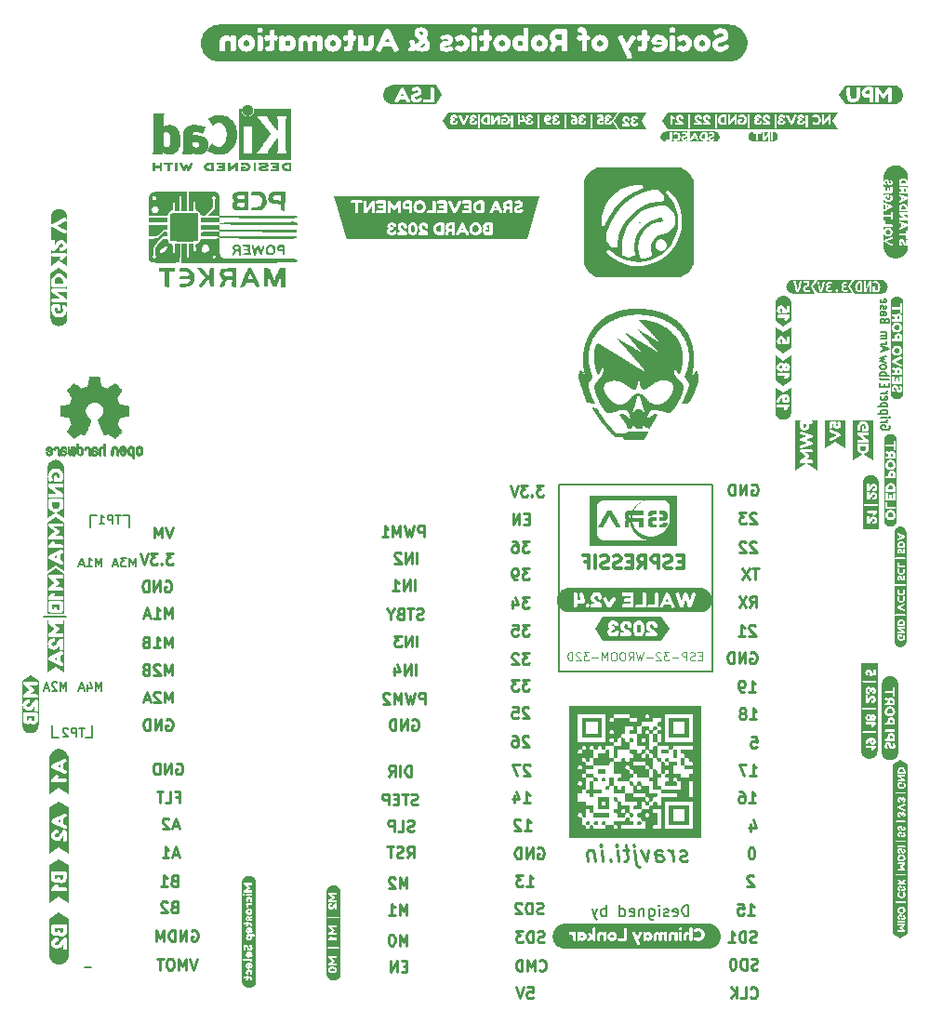
<source format=gbr>
%TF.GenerationSoftware,KiCad,Pcbnew,6.0.9-8da3e8f707~117~ubuntu22.04.1*%
%TF.CreationDate,2022-12-15T13:10:53+05:30*%
%TF.ProjectId,sra_dev_board_2023,7372615f-6465-4765-9f62-6f6172645f32,rev?*%
%TF.SameCoordinates,Original*%
%TF.FileFunction,Legend,Bot*%
%TF.FilePolarity,Positive*%
%FSLAX46Y46*%
G04 Gerber Fmt 4.6, Leading zero omitted, Abs format (unit mm)*
G04 Created by KiCad (PCBNEW 6.0.9-8da3e8f707~117~ubuntu22.04.1) date 2022-12-15 13:10:53*
%MOMM*%
%LPD*%
G01*
G04 APERTURE LIST*
%ADD10C,0.150000*%
%ADD11C,0.250000*%
%ADD12C,0.175000*%
%ADD13C,0.200000*%
%ADD14C,0.100000*%
%ADD15C,0.300000*%
%ADD16C,0.006350*%
%ADD17C,0.010000*%
G04 APERTURE END LIST*
D10*
X73400000Y-95300000D02*
X72800000Y-95300000D01*
X76400000Y-95300000D02*
X75800000Y-95300000D01*
X76400000Y-95300000D02*
X76400000Y-94200000D01*
X76200000Y-75100000D02*
X76200000Y-76200000D01*
X132904418Y-72298838D02*
X132904418Y-89298838D01*
X76200000Y-75100000D02*
X76800000Y-75100000D01*
X79800000Y-75100000D02*
X79800000Y-76200000D01*
X72800000Y-95300000D02*
X72800000Y-94200000D01*
X72000000Y-84300000D02*
X74000000Y-84300000D01*
X132904418Y-72298838D02*
X118904418Y-72298838D01*
X79200000Y-75100000D02*
X79800000Y-75100000D01*
X118904418Y-89298838D02*
X118904418Y-72298838D01*
X118904418Y-89298838D02*
X132904418Y-89298838D01*
X76300000Y-116200000D02*
X75700000Y-116200000D01*
D11*
X136876785Y-74947619D02*
X136829166Y-74900000D01*
X136733928Y-74852380D01*
X136495833Y-74852380D01*
X136400595Y-74900000D01*
X136352976Y-74947619D01*
X136305357Y-75042857D01*
X136305357Y-75138095D01*
X136352976Y-75280952D01*
X136924404Y-75852380D01*
X136305357Y-75852380D01*
X135972023Y-74852380D02*
X135352976Y-74852380D01*
X135686309Y-75233333D01*
X135543452Y-75233333D01*
X135448214Y-75280952D01*
X135400595Y-75328571D01*
X135352976Y-75423809D01*
X135352976Y-75661904D01*
X135400595Y-75757142D01*
X135448214Y-75804761D01*
X135543452Y-75852380D01*
X135829166Y-75852380D01*
X135924404Y-75804761D01*
X135972023Y-75757142D01*
X85475595Y-112900000D02*
X85570833Y-112852380D01*
X85713690Y-112852380D01*
X85856547Y-112900000D01*
X85951785Y-112995238D01*
X85999404Y-113090476D01*
X86047023Y-113280952D01*
X86047023Y-113423809D01*
X85999404Y-113614285D01*
X85951785Y-113709523D01*
X85856547Y-113804761D01*
X85713690Y-113852380D01*
X85618452Y-113852380D01*
X85475595Y-113804761D01*
X85427976Y-113757142D01*
X85427976Y-113423809D01*
X85618452Y-113423809D01*
X84999404Y-113852380D02*
X84999404Y-112852380D01*
X84427976Y-113852380D01*
X84427976Y-112852380D01*
X83951785Y-113852380D02*
X83951785Y-112852380D01*
X83713690Y-112852380D01*
X83570833Y-112900000D01*
X83475595Y-112995238D01*
X83427976Y-113090476D01*
X83380357Y-113280952D01*
X83380357Y-113423809D01*
X83427976Y-113614285D01*
X83475595Y-113709523D01*
X83570833Y-113804761D01*
X83713690Y-113852380D01*
X83951785Y-113852380D01*
X82951785Y-113852380D02*
X82951785Y-112852380D01*
X82618452Y-113566666D01*
X82285119Y-112852380D01*
X82285119Y-113852380D01*
D10*
X75692738Y-94461904D02*
X75235595Y-94461904D01*
X75464166Y-95261904D02*
X75464166Y-94461904D01*
X74968928Y-95261904D02*
X74968928Y-94461904D01*
X74664166Y-94461904D01*
X74587976Y-94500000D01*
X74549880Y-94538095D01*
X74511785Y-94614285D01*
X74511785Y-94728571D01*
X74549880Y-94804761D01*
X74587976Y-94842857D01*
X74664166Y-94880952D01*
X74968928Y-94880952D01*
X74207023Y-94538095D02*
X74168928Y-94500000D01*
X74092738Y-94461904D01*
X73902261Y-94461904D01*
X73826071Y-94500000D01*
X73787976Y-94538095D01*
X73749880Y-94614285D01*
X73749880Y-94690476D01*
X73787976Y-94804761D01*
X74245119Y-95261904D01*
X73749880Y-95261904D01*
D11*
X116199404Y-75428571D02*
X115866071Y-75428571D01*
X115723214Y-75952380D02*
X116199404Y-75952380D01*
X116199404Y-74952380D01*
X115723214Y-74952380D01*
X115294642Y-75952380D02*
X115294642Y-74952380D01*
X114723214Y-75952380D01*
X114723214Y-74952380D01*
X105468452Y-98852380D02*
X105468452Y-97852380D01*
X105230357Y-97852380D01*
X105087500Y-97900000D01*
X104992262Y-97995238D01*
X104944643Y-98090476D01*
X104897024Y-98280952D01*
X104897024Y-98423809D01*
X104944643Y-98614285D01*
X104992262Y-98709523D01*
X105087500Y-98804761D01*
X105230357Y-98852380D01*
X105468452Y-98852380D01*
X104468452Y-98852380D02*
X104468452Y-97852380D01*
X103420833Y-98852380D02*
X103754167Y-98376190D01*
X103992262Y-98852380D02*
X103992262Y-97852380D01*
X103611309Y-97852380D01*
X103516071Y-97900000D01*
X103468452Y-97947619D01*
X103420833Y-98042857D01*
X103420833Y-98185714D01*
X103468452Y-98280952D01*
X103516071Y-98328571D01*
X103611309Y-98376190D01*
X103992262Y-98376190D01*
X116194642Y-77452380D02*
X115575595Y-77452380D01*
X115908928Y-77833333D01*
X115766071Y-77833333D01*
X115670833Y-77880952D01*
X115623214Y-77928571D01*
X115575595Y-78023809D01*
X115575595Y-78261904D01*
X115623214Y-78357142D01*
X115670833Y-78404761D01*
X115766071Y-78452380D01*
X116051785Y-78452380D01*
X116147023Y-78404761D01*
X116194642Y-78357142D01*
X114718452Y-77452380D02*
X114908928Y-77452380D01*
X115004166Y-77500000D01*
X115051785Y-77547619D01*
X115147023Y-77690476D01*
X115194642Y-77880952D01*
X115194642Y-78261904D01*
X115147023Y-78357142D01*
X115099404Y-78404761D01*
X115004166Y-78452380D01*
X114813690Y-78452380D01*
X114718452Y-78404761D01*
X114670833Y-78357142D01*
X114623214Y-78261904D01*
X114623214Y-78023809D01*
X114670833Y-77928571D01*
X114718452Y-77880952D01*
X114813690Y-77833333D01*
X115004166Y-77833333D01*
X115099404Y-77880952D01*
X115147023Y-77928571D01*
X115194642Y-78023809D01*
X105575595Y-93700000D02*
X105670833Y-93652380D01*
X105813690Y-93652380D01*
X105956547Y-93700000D01*
X106051785Y-93795238D01*
X106099404Y-93890476D01*
X106147023Y-94080952D01*
X106147023Y-94223809D01*
X106099404Y-94414285D01*
X106051785Y-94509523D01*
X105956547Y-94604761D01*
X105813690Y-94652380D01*
X105718452Y-94652380D01*
X105575595Y-94604761D01*
X105527976Y-94557142D01*
X105527976Y-94223809D01*
X105718452Y-94223809D01*
X105099404Y-94652380D02*
X105099404Y-93652380D01*
X104527976Y-94652380D01*
X104527976Y-93652380D01*
X104051785Y-94652380D02*
X104051785Y-93652380D01*
X103813690Y-93652380D01*
X103670833Y-93700000D01*
X103575595Y-93795238D01*
X103527976Y-93890476D01*
X103480357Y-94080952D01*
X103480357Y-94223809D01*
X103527976Y-94414285D01*
X103575595Y-94509523D01*
X103670833Y-94604761D01*
X103813690Y-94652380D01*
X104051785Y-94652380D01*
X105068452Y-111452380D02*
X105068452Y-110452380D01*
X104735119Y-111166666D01*
X104401786Y-110452380D01*
X104401786Y-111452380D01*
X103401786Y-111452380D02*
X103973214Y-111452380D01*
X103687500Y-111452380D02*
X103687500Y-110452380D01*
X103782738Y-110595238D01*
X103877976Y-110690476D01*
X103973214Y-110738095D01*
X116247023Y-97847619D02*
X116199404Y-97800000D01*
X116104166Y-97752380D01*
X115866071Y-97752380D01*
X115770833Y-97800000D01*
X115723214Y-97847619D01*
X115675595Y-97942857D01*
X115675595Y-98038095D01*
X115723214Y-98180952D01*
X116294642Y-98752380D01*
X115675595Y-98752380D01*
X115342261Y-97752380D02*
X114675595Y-97752380D01*
X115104166Y-98752380D01*
X130613928Y-106497142D02*
X130480000Y-106568571D01*
X130194285Y-106568571D01*
X130042500Y-106497142D01*
X129953214Y-106354285D01*
X129944285Y-106282857D01*
X129997857Y-106140000D01*
X130131785Y-106068571D01*
X130346071Y-106068571D01*
X130480000Y-105997142D01*
X130533571Y-105854285D01*
X130524642Y-105782857D01*
X130435357Y-105640000D01*
X130283571Y-105568571D01*
X130069285Y-105568571D01*
X129935357Y-105640000D01*
X129337142Y-106568571D02*
X129212142Y-105568571D01*
X129247857Y-105854285D02*
X129158571Y-105711428D01*
X129078214Y-105640000D01*
X128926428Y-105568571D01*
X128783571Y-105568571D01*
X127765714Y-106568571D02*
X127667500Y-105782857D01*
X127721071Y-105640000D01*
X127855000Y-105568571D01*
X128140714Y-105568571D01*
X128292500Y-105640000D01*
X127756785Y-106497142D02*
X127908571Y-106568571D01*
X128265714Y-106568571D01*
X128399642Y-106497142D01*
X128453214Y-106354285D01*
X128435357Y-106211428D01*
X128346071Y-106068571D01*
X128194285Y-105997142D01*
X127837142Y-105997142D01*
X127685357Y-105925714D01*
X127069285Y-105568571D02*
X126837142Y-106568571D01*
X126355000Y-105568571D01*
X125783571Y-105568571D02*
X125944285Y-106854285D01*
X126033571Y-106997142D01*
X126185357Y-107068571D01*
X126256785Y-107068571D01*
X125721071Y-105068571D02*
X125801428Y-105140000D01*
X125738928Y-105211428D01*
X125658571Y-105140000D01*
X125721071Y-105068571D01*
X125738928Y-105211428D01*
X125283571Y-105568571D02*
X124712142Y-105568571D01*
X125006785Y-105068571D02*
X125167500Y-106354285D01*
X125113928Y-106497142D01*
X124980000Y-106568571D01*
X124837142Y-106568571D01*
X124337142Y-106568571D02*
X124212142Y-105568571D01*
X124149642Y-105068571D02*
X124230000Y-105140000D01*
X124167500Y-105211428D01*
X124087142Y-105140000D01*
X124149642Y-105068571D01*
X124167500Y-105211428D01*
X123605000Y-106425714D02*
X123542500Y-106497142D01*
X123622857Y-106568571D01*
X123685357Y-106497142D01*
X123605000Y-106425714D01*
X123622857Y-106568571D01*
X122908571Y-106568571D02*
X122783571Y-105568571D01*
X122721071Y-105068571D02*
X122801428Y-105140000D01*
X122738928Y-105211428D01*
X122658571Y-105140000D01*
X122721071Y-105068571D01*
X122738928Y-105211428D01*
X122069285Y-105568571D02*
X122194285Y-106568571D01*
X122087142Y-105711428D02*
X122006785Y-105640000D01*
X121855000Y-105568571D01*
X121640714Y-105568571D01*
X121506785Y-105640000D01*
X121453214Y-105782857D01*
X121551428Y-106568571D01*
X136624404Y-107947619D02*
X136576785Y-107900000D01*
X136481547Y-107852380D01*
X136243452Y-107852380D01*
X136148214Y-107900000D01*
X136100595Y-107947619D01*
X136052976Y-108042857D01*
X136052976Y-108138095D01*
X136100595Y-108280952D01*
X136672023Y-108852380D01*
X136052976Y-108852380D01*
X136105357Y-111452380D02*
X136676785Y-111452380D01*
X136391071Y-111452380D02*
X136391071Y-110452380D01*
X136486309Y-110595238D01*
X136581547Y-110690476D01*
X136676785Y-110738095D01*
X135200595Y-110452380D02*
X135676785Y-110452380D01*
X135724404Y-110928571D01*
X135676785Y-110880952D01*
X135581547Y-110833333D01*
X135343452Y-110833333D01*
X135248214Y-110880952D01*
X135200595Y-110928571D01*
X135152976Y-111023809D01*
X135152976Y-111261904D01*
X135200595Y-111357142D01*
X135248214Y-111404761D01*
X135343452Y-111452380D01*
X135581547Y-111452380D01*
X135676785Y-111404761D01*
X135724404Y-111357142D01*
X84247023Y-105966666D02*
X83770833Y-105966666D01*
X84342261Y-106252380D02*
X84008928Y-105252380D01*
X83675595Y-106252380D01*
X82818452Y-106252380D02*
X83389880Y-106252380D01*
X83104166Y-106252380D02*
X83104166Y-105252380D01*
X83199404Y-105395238D01*
X83294642Y-105490476D01*
X83389880Y-105538095D01*
X116194642Y-87652380D02*
X115575595Y-87652380D01*
X115908928Y-88033333D01*
X115766071Y-88033333D01*
X115670833Y-88080952D01*
X115623214Y-88128571D01*
X115575595Y-88223809D01*
X115575595Y-88461904D01*
X115623214Y-88557142D01*
X115670833Y-88604761D01*
X115766071Y-88652380D01*
X116051785Y-88652380D01*
X116147023Y-88604761D01*
X116194642Y-88557142D01*
X115194642Y-87747619D02*
X115147023Y-87700000D01*
X115051785Y-87652380D01*
X114813690Y-87652380D01*
X114718452Y-87700000D01*
X114670833Y-87747619D01*
X114623214Y-87842857D01*
X114623214Y-87938095D01*
X114670833Y-88080952D01*
X115242261Y-88652380D01*
X114623214Y-88652380D01*
D10*
X78992738Y-75061904D02*
X78535595Y-75061904D01*
X78764166Y-75861904D02*
X78764166Y-75061904D01*
X78268928Y-75861904D02*
X78268928Y-75061904D01*
X77964166Y-75061904D01*
X77887976Y-75100000D01*
X77849880Y-75138095D01*
X77811785Y-75214285D01*
X77811785Y-75328571D01*
X77849880Y-75404761D01*
X77887976Y-75442857D01*
X77964166Y-75480952D01*
X78268928Y-75480952D01*
X77049880Y-75861904D02*
X77507023Y-75861904D01*
X77278452Y-75861904D02*
X77278452Y-75061904D01*
X77354642Y-75176190D01*
X77430833Y-75252380D01*
X77507023Y-75290476D01*
D11*
X84247023Y-103366666D02*
X83770833Y-103366666D01*
X84342261Y-103652380D02*
X84008928Y-102652380D01*
X83675595Y-103652380D01*
X83389880Y-102747619D02*
X83342261Y-102700000D01*
X83247023Y-102652380D01*
X83008928Y-102652380D01*
X82913690Y-102700000D01*
X82866071Y-102747619D01*
X82818452Y-102842857D01*
X82818452Y-102938095D01*
X82866071Y-103080952D01*
X83437500Y-103652380D01*
X82818452Y-103652380D01*
X117494642Y-72352380D02*
X116875595Y-72352380D01*
X117208928Y-72733333D01*
X117066071Y-72733333D01*
X116970833Y-72780952D01*
X116923214Y-72828571D01*
X116875595Y-72923809D01*
X116875595Y-73161904D01*
X116923214Y-73257142D01*
X116970833Y-73304761D01*
X117066071Y-73352380D01*
X117351785Y-73352380D01*
X117447023Y-73304761D01*
X117494642Y-73257142D01*
X116447023Y-73257142D02*
X116399404Y-73304761D01*
X116447023Y-73352380D01*
X116494642Y-73304761D01*
X116447023Y-73257142D01*
X116447023Y-73352380D01*
X116066071Y-72352380D02*
X115447023Y-72352380D01*
X115780357Y-72733333D01*
X115637500Y-72733333D01*
X115542261Y-72780952D01*
X115494642Y-72828571D01*
X115447023Y-72923809D01*
X115447023Y-73161904D01*
X115494642Y-73257142D01*
X115542261Y-73304761D01*
X115637500Y-73352380D01*
X115923214Y-73352380D01*
X116018452Y-73304761D01*
X116066071Y-73257142D01*
X115161309Y-72352380D02*
X114827976Y-73352380D01*
X114494642Y-72352380D01*
X136976785Y-116404761D02*
X136833928Y-116452380D01*
X136595833Y-116452380D01*
X136500595Y-116404761D01*
X136452976Y-116357142D01*
X136405357Y-116261904D01*
X136405357Y-116166666D01*
X136452976Y-116071428D01*
X136500595Y-116023809D01*
X136595833Y-115976190D01*
X136786309Y-115928571D01*
X136881547Y-115880952D01*
X136929166Y-115833333D01*
X136976785Y-115738095D01*
X136976785Y-115642857D01*
X136929166Y-115547619D01*
X136881547Y-115500000D01*
X136786309Y-115452380D01*
X136548214Y-115452380D01*
X136405357Y-115500000D01*
X135976785Y-116452380D02*
X135976785Y-115452380D01*
X135738690Y-115452380D01*
X135595833Y-115500000D01*
X135500595Y-115595238D01*
X135452976Y-115690476D01*
X135405357Y-115880952D01*
X135405357Y-116023809D01*
X135452976Y-116214285D01*
X135500595Y-116309523D01*
X135595833Y-116404761D01*
X135738690Y-116452380D01*
X135976785Y-116452380D01*
X134786309Y-115452380D02*
X134691071Y-115452380D01*
X134595833Y-115500000D01*
X134548214Y-115547619D01*
X134500595Y-115642857D01*
X134452976Y-115833333D01*
X134452976Y-116071428D01*
X134500595Y-116261904D01*
X134548214Y-116357142D01*
X134595833Y-116404761D01*
X134691071Y-116452380D01*
X134786309Y-116452380D01*
X134881547Y-116404761D01*
X134929166Y-116357142D01*
X134976785Y-116261904D01*
X135024404Y-116071428D01*
X135024404Y-115833333D01*
X134976785Y-115642857D01*
X134929166Y-115547619D01*
X134881547Y-115500000D01*
X134786309Y-115452380D01*
X136362500Y-118957142D02*
X136410119Y-119004761D01*
X136552976Y-119052380D01*
X136648214Y-119052380D01*
X136791071Y-119004761D01*
X136886309Y-118909523D01*
X136933928Y-118814285D01*
X136981547Y-118623809D01*
X136981547Y-118480952D01*
X136933928Y-118290476D01*
X136886309Y-118195238D01*
X136791071Y-118100000D01*
X136648214Y-118052380D01*
X136552976Y-118052380D01*
X136410119Y-118100000D01*
X136362500Y-118147619D01*
X135457738Y-119052380D02*
X135933928Y-119052380D01*
X135933928Y-118052380D01*
X135124404Y-119052380D02*
X135124404Y-118052380D01*
X134552976Y-119052380D02*
X134981547Y-118480952D01*
X134552976Y-118052380D02*
X135124404Y-118623809D01*
X85942261Y-115452380D02*
X85608928Y-116452380D01*
X85275595Y-115452380D01*
X84942261Y-116452380D02*
X84942261Y-115452380D01*
X84608928Y-116166666D01*
X84275595Y-115452380D01*
X84275595Y-116452380D01*
X83608928Y-115452380D02*
X83418452Y-115452380D01*
X83323214Y-115500000D01*
X83227976Y-115595238D01*
X83180357Y-115785714D01*
X83180357Y-116119047D01*
X83227976Y-116309523D01*
X83323214Y-116404761D01*
X83418452Y-116452380D01*
X83608928Y-116452380D01*
X83704166Y-116404761D01*
X83799404Y-116309523D01*
X83847023Y-116119047D01*
X83847023Y-115785714D01*
X83799404Y-115595238D01*
X83704166Y-115500000D01*
X83608928Y-115452380D01*
X82894642Y-115452380D02*
X82323214Y-115452380D01*
X82608928Y-116452380D02*
X82608928Y-115452380D01*
X84075595Y-97700000D02*
X84170833Y-97652380D01*
X84313690Y-97652380D01*
X84456547Y-97700000D01*
X84551785Y-97795238D01*
X84599404Y-97890476D01*
X84647023Y-98080952D01*
X84647023Y-98223809D01*
X84599404Y-98414285D01*
X84551785Y-98509523D01*
X84456547Y-98604761D01*
X84313690Y-98652380D01*
X84218452Y-98652380D01*
X84075595Y-98604761D01*
X84027976Y-98557142D01*
X84027976Y-98223809D01*
X84218452Y-98223809D01*
X83599404Y-98652380D02*
X83599404Y-97652380D01*
X83027976Y-98652380D01*
X83027976Y-97652380D01*
X82551785Y-98652380D02*
X82551785Y-97652380D01*
X82313690Y-97652380D01*
X82170833Y-97700000D01*
X82075595Y-97795238D01*
X82027976Y-97890476D01*
X81980357Y-98080952D01*
X81980357Y-98223809D01*
X82027976Y-98414285D01*
X82075595Y-98509523D01*
X82170833Y-98604761D01*
X82313690Y-98652380D01*
X82551785Y-98652380D01*
X136305357Y-93652380D02*
X136876785Y-93652380D01*
X136591071Y-93652380D02*
X136591071Y-92652380D01*
X136686309Y-92795238D01*
X136781547Y-92890476D01*
X136876785Y-92938095D01*
X135733928Y-93080952D02*
X135829166Y-93033333D01*
X135876785Y-92985714D01*
X135924404Y-92890476D01*
X135924404Y-92842857D01*
X135876785Y-92747619D01*
X135829166Y-92700000D01*
X135733928Y-92652380D01*
X135543452Y-92652380D01*
X135448214Y-92700000D01*
X135400595Y-92747619D01*
X135352976Y-92842857D01*
X135352976Y-92890476D01*
X135400595Y-92985714D01*
X135448214Y-93033333D01*
X135543452Y-93080952D01*
X135733928Y-93080952D01*
X135829166Y-93128571D01*
X135876785Y-93176190D01*
X135924404Y-93271428D01*
X135924404Y-93461904D01*
X135876785Y-93557142D01*
X135829166Y-93604761D01*
X135733928Y-93652380D01*
X135543452Y-93652380D01*
X135448214Y-93604761D01*
X135400595Y-93557142D01*
X135352976Y-93461904D01*
X135352976Y-93271428D01*
X135400595Y-93176190D01*
X135448214Y-93128571D01*
X135543452Y-93080952D01*
X136348214Y-87600000D02*
X136443452Y-87552380D01*
X136586309Y-87552380D01*
X136729166Y-87600000D01*
X136824404Y-87695238D01*
X136872023Y-87790476D01*
X136919642Y-87980952D01*
X136919642Y-88123809D01*
X136872023Y-88314285D01*
X136824404Y-88409523D01*
X136729166Y-88504761D01*
X136586309Y-88552380D01*
X136491071Y-88552380D01*
X136348214Y-88504761D01*
X136300595Y-88457142D01*
X136300595Y-88123809D01*
X136491071Y-88123809D01*
X135872023Y-88552380D02*
X135872023Y-87552380D01*
X135300595Y-88552380D01*
X135300595Y-87552380D01*
X134824404Y-88552380D02*
X134824404Y-87552380D01*
X134586309Y-87552380D01*
X134443452Y-87600000D01*
X134348214Y-87695238D01*
X134300595Y-87790476D01*
X134252976Y-87980952D01*
X134252976Y-88123809D01*
X134300595Y-88314285D01*
X134348214Y-88409523D01*
X134443452Y-88504761D01*
X134586309Y-88552380D01*
X134824404Y-88552380D01*
X106699404Y-92252380D02*
X106699404Y-91252380D01*
X106318452Y-91252380D01*
X106223214Y-91300000D01*
X106175595Y-91347619D01*
X106127976Y-91442857D01*
X106127976Y-91585714D01*
X106175595Y-91680952D01*
X106223214Y-91728571D01*
X106318452Y-91776190D01*
X106699404Y-91776190D01*
X105794642Y-91252380D02*
X105556547Y-92252380D01*
X105366071Y-91538095D01*
X105175595Y-92252380D01*
X104937500Y-91252380D01*
X104556547Y-92252380D02*
X104556547Y-91252380D01*
X104223214Y-91966666D01*
X103889880Y-91252380D01*
X103889880Y-92252380D01*
X103461309Y-91347619D02*
X103413690Y-91300000D01*
X103318452Y-91252380D01*
X103080357Y-91252380D01*
X102985119Y-91300000D01*
X102937500Y-91347619D01*
X102889880Y-91442857D01*
X102889880Y-91538095D01*
X102937500Y-91680952D01*
X103508928Y-92252380D01*
X102889880Y-92252380D01*
X106547023Y-84504761D02*
X106404166Y-84552380D01*
X106166071Y-84552380D01*
X106070833Y-84504761D01*
X106023214Y-84457142D01*
X105975595Y-84361904D01*
X105975595Y-84266666D01*
X106023214Y-84171428D01*
X106070833Y-84123809D01*
X106166071Y-84076190D01*
X106356547Y-84028571D01*
X106451785Y-83980952D01*
X106499404Y-83933333D01*
X106547023Y-83838095D01*
X106547023Y-83742857D01*
X106499404Y-83647619D01*
X106451785Y-83600000D01*
X106356547Y-83552380D01*
X106118452Y-83552380D01*
X105975595Y-83600000D01*
X105689880Y-83552380D02*
X105118452Y-83552380D01*
X105404166Y-84552380D02*
X105404166Y-83552380D01*
X104451785Y-84028571D02*
X104308928Y-84076190D01*
X104261309Y-84123809D01*
X104213690Y-84219047D01*
X104213690Y-84361904D01*
X104261309Y-84457142D01*
X104308928Y-84504761D01*
X104404166Y-84552380D01*
X104785119Y-84552380D01*
X104785119Y-83552380D01*
X104451785Y-83552380D01*
X104356547Y-83600000D01*
X104308928Y-83647619D01*
X104261309Y-83742857D01*
X104261309Y-83838095D01*
X104308928Y-83933333D01*
X104356547Y-83980952D01*
X104451785Y-84028571D01*
X104785119Y-84028571D01*
X103594642Y-84076190D02*
X103594642Y-84552380D01*
X103927976Y-83552380D02*
X103594642Y-84076190D01*
X103261309Y-83552380D01*
D10*
X77268928Y-79761904D02*
X77268928Y-78961904D01*
X77002261Y-79533333D01*
X76735595Y-78961904D01*
X76735595Y-79761904D01*
X75935595Y-79761904D02*
X76392738Y-79761904D01*
X76164166Y-79761904D02*
X76164166Y-78961904D01*
X76240357Y-79076190D01*
X76316547Y-79152380D01*
X76392738Y-79190476D01*
X75630833Y-79533333D02*
X75249880Y-79533333D01*
X75707023Y-79761904D02*
X75440357Y-78961904D01*
X75173690Y-79761904D01*
D11*
X136205357Y-101252380D02*
X136776785Y-101252380D01*
X136491071Y-101252380D02*
X136491071Y-100252380D01*
X136586309Y-100395238D01*
X136681547Y-100490476D01*
X136776785Y-100538095D01*
X135348214Y-100252380D02*
X135538690Y-100252380D01*
X135633928Y-100300000D01*
X135681547Y-100347619D01*
X135776785Y-100490476D01*
X135824404Y-100680952D01*
X135824404Y-101061904D01*
X135776785Y-101157142D01*
X135729166Y-101204761D01*
X135633928Y-101252380D01*
X135443452Y-101252380D01*
X135348214Y-101204761D01*
X135300595Y-101157142D01*
X135252976Y-101061904D01*
X135252976Y-100823809D01*
X135300595Y-100728571D01*
X135348214Y-100680952D01*
X135443452Y-100633333D01*
X135633928Y-100633333D01*
X135729166Y-100680952D01*
X135776785Y-100728571D01*
X135824404Y-100823809D01*
X105068452Y-114252380D02*
X105068452Y-113252380D01*
X104735119Y-113966666D01*
X104401786Y-113252380D01*
X104401786Y-114252380D01*
X103735119Y-113252380D02*
X103639881Y-113252380D01*
X103544643Y-113300000D01*
X103497024Y-113347619D01*
X103449405Y-113442857D01*
X103401786Y-113633333D01*
X103401786Y-113871428D01*
X103449405Y-114061904D01*
X103497024Y-114157142D01*
X103544643Y-114204761D01*
X103639881Y-114252380D01*
X103735119Y-114252380D01*
X103830357Y-114204761D01*
X103877976Y-114157142D01*
X103925595Y-114061904D01*
X103973214Y-113871428D01*
X103973214Y-113633333D01*
X103925595Y-113442857D01*
X103877976Y-113347619D01*
X103830357Y-113300000D01*
X103735119Y-113252380D01*
X105899404Y-89652380D02*
X105899404Y-88652380D01*
X105423214Y-89652380D02*
X105423214Y-88652380D01*
X104851785Y-89652380D01*
X104851785Y-88652380D01*
X103947023Y-88985714D02*
X103947023Y-89652380D01*
X104185119Y-88604761D02*
X104423214Y-89319047D01*
X103804166Y-89319047D01*
X83075595Y-81100000D02*
X83170833Y-81052380D01*
X83313690Y-81052380D01*
X83456547Y-81100000D01*
X83551785Y-81195238D01*
X83599404Y-81290476D01*
X83647023Y-81480952D01*
X83647023Y-81623809D01*
X83599404Y-81814285D01*
X83551785Y-81909523D01*
X83456547Y-82004761D01*
X83313690Y-82052380D01*
X83218452Y-82052380D01*
X83075595Y-82004761D01*
X83027976Y-81957142D01*
X83027976Y-81623809D01*
X83218452Y-81623809D01*
X82599404Y-82052380D02*
X82599404Y-81052380D01*
X82027976Y-82052380D01*
X82027976Y-81052380D01*
X81551785Y-82052380D02*
X81551785Y-81052380D01*
X81313690Y-81052380D01*
X81170833Y-81100000D01*
X81075595Y-81195238D01*
X81027976Y-81290476D01*
X80980357Y-81480952D01*
X80980357Y-81623809D01*
X81027976Y-81814285D01*
X81075595Y-81909523D01*
X81170833Y-82004761D01*
X81313690Y-82052380D01*
X81551785Y-82052380D01*
X106047023Y-101404761D02*
X105904166Y-101452380D01*
X105666071Y-101452380D01*
X105570833Y-101404761D01*
X105523214Y-101357142D01*
X105475595Y-101261904D01*
X105475595Y-101166666D01*
X105523214Y-101071428D01*
X105570833Y-101023809D01*
X105666071Y-100976190D01*
X105856547Y-100928571D01*
X105951785Y-100880952D01*
X105999404Y-100833333D01*
X106047023Y-100738095D01*
X106047023Y-100642857D01*
X105999404Y-100547619D01*
X105951785Y-100500000D01*
X105856547Y-100452380D01*
X105618452Y-100452380D01*
X105475595Y-100500000D01*
X105189880Y-100452380D02*
X104618452Y-100452380D01*
X104904166Y-101452380D02*
X104904166Y-100452380D01*
X104285119Y-100928571D02*
X103951785Y-100928571D01*
X103808928Y-101452380D02*
X104285119Y-101452380D01*
X104285119Y-100452380D01*
X103808928Y-100452380D01*
X103380357Y-101452380D02*
X103380357Y-100452380D01*
X102999404Y-100452380D01*
X102904166Y-100500000D01*
X102856547Y-100547619D01*
X102808928Y-100642857D01*
X102808928Y-100785714D01*
X102856547Y-100880952D01*
X102904166Y-100928571D01*
X102999404Y-100976190D01*
X103380357Y-100976190D01*
X136348214Y-103185714D02*
X136348214Y-103852380D01*
X136586309Y-102804761D02*
X136824404Y-103519047D01*
X136205357Y-103519047D01*
X116147023Y-92647619D02*
X116099404Y-92600000D01*
X116004166Y-92552380D01*
X115766071Y-92552380D01*
X115670833Y-92600000D01*
X115623214Y-92647619D01*
X115575595Y-92742857D01*
X115575595Y-92838095D01*
X115623214Y-92980952D01*
X116194642Y-93552380D01*
X115575595Y-93552380D01*
X114670833Y-92552380D02*
X115147023Y-92552380D01*
X115194642Y-93028571D01*
X115147023Y-92980952D01*
X115051785Y-92933333D01*
X114813690Y-92933333D01*
X114718452Y-92980952D01*
X114670833Y-93028571D01*
X114623214Y-93123809D01*
X114623214Y-93361904D01*
X114670833Y-93457142D01*
X114718452Y-93504761D01*
X114813690Y-93552380D01*
X115051785Y-93552380D01*
X115147023Y-93504761D01*
X115194642Y-93457142D01*
X105068452Y-109052380D02*
X105068452Y-108052380D01*
X104735119Y-108766666D01*
X104401786Y-108052380D01*
X104401786Y-109052380D01*
X103973214Y-108147619D02*
X103925595Y-108100000D01*
X103830357Y-108052380D01*
X103592262Y-108052380D01*
X103497024Y-108100000D01*
X103449405Y-108147619D01*
X103401786Y-108242857D01*
X103401786Y-108338095D01*
X103449405Y-108480952D01*
X104020833Y-109052380D01*
X103401786Y-109052380D01*
X116147023Y-95247619D02*
X116099404Y-95200000D01*
X116004166Y-95152380D01*
X115766071Y-95152380D01*
X115670833Y-95200000D01*
X115623214Y-95247619D01*
X115575595Y-95342857D01*
X115575595Y-95438095D01*
X115623214Y-95580952D01*
X116194642Y-96152380D01*
X115575595Y-96152380D01*
X114718452Y-95152380D02*
X114908928Y-95152380D01*
X115004166Y-95200000D01*
X115051785Y-95247619D01*
X115147023Y-95390476D01*
X115194642Y-95580952D01*
X115194642Y-95961904D01*
X115147023Y-96057142D01*
X115099404Y-96104761D01*
X115004166Y-96152380D01*
X114813690Y-96152380D01*
X114718452Y-96104761D01*
X114670833Y-96057142D01*
X114623214Y-95961904D01*
X114623214Y-95723809D01*
X114670833Y-95628571D01*
X114718452Y-95580952D01*
X114813690Y-95533333D01*
X115004166Y-95533333D01*
X115099404Y-95580952D01*
X115147023Y-95628571D01*
X115194642Y-95723809D01*
X115775595Y-103752380D02*
X116347023Y-103752380D01*
X116061309Y-103752380D02*
X116061309Y-102752380D01*
X116156547Y-102895238D01*
X116251785Y-102990476D01*
X116347023Y-103038095D01*
X115394642Y-102847619D02*
X115347023Y-102800000D01*
X115251785Y-102752380D01*
X115013690Y-102752380D01*
X114918452Y-102800000D01*
X114870833Y-102847619D01*
X114823214Y-102942857D01*
X114823214Y-103038095D01*
X114870833Y-103180952D01*
X115442261Y-103752380D01*
X114823214Y-103752380D01*
D12*
X148436666Y-60100000D02*
X148436666Y-59766666D01*
X148208095Y-60166666D02*
X149008095Y-59933333D01*
X148208095Y-59700000D01*
X148208095Y-59466666D02*
X148741428Y-59466666D01*
X148589047Y-59466666D02*
X148665238Y-59433333D01*
X148703333Y-59400000D01*
X148741428Y-59333333D01*
X148741428Y-59266666D01*
X148208095Y-59033333D02*
X148741428Y-59033333D01*
X148665238Y-59033333D02*
X148703333Y-59000000D01*
X148741428Y-58933333D01*
X148741428Y-58833333D01*
X148703333Y-58766666D01*
X148627142Y-58733333D01*
X148208095Y-58733333D01*
X148627142Y-58733333D02*
X148703333Y-58700000D01*
X148741428Y-58633333D01*
X148741428Y-58533333D01*
X148703333Y-58466666D01*
X148627142Y-58433333D01*
X148208095Y-58433333D01*
D11*
X83699404Y-84452380D02*
X83699404Y-83452380D01*
X83366071Y-84166666D01*
X83032738Y-83452380D01*
X83032738Y-84452380D01*
X82032738Y-84452380D02*
X82604166Y-84452380D01*
X82318452Y-84452380D02*
X82318452Y-83452380D01*
X82413690Y-83595238D01*
X82508928Y-83690476D01*
X82604166Y-83738095D01*
X81651785Y-84166666D02*
X81175595Y-84166666D01*
X81747023Y-84452380D02*
X81413690Y-83452380D01*
X81080357Y-84452380D01*
X105999404Y-79452380D02*
X105999404Y-78452380D01*
X105523214Y-79452380D02*
X105523214Y-78452380D01*
X104951785Y-79452380D01*
X104951785Y-78452380D01*
X104523214Y-78547619D02*
X104475595Y-78500000D01*
X104380357Y-78452380D01*
X104142261Y-78452380D01*
X104047023Y-78500000D01*
X103999404Y-78547619D01*
X103951785Y-78642857D01*
X103951785Y-78738095D01*
X103999404Y-78880952D01*
X104570833Y-79452380D01*
X103951785Y-79452380D01*
X83742261Y-76152380D02*
X83408928Y-77152380D01*
X83075595Y-76152380D01*
X82742261Y-77152380D02*
X82742261Y-76152380D01*
X82408928Y-76866666D01*
X82075595Y-76152380D01*
X82075595Y-77152380D01*
X83866071Y-108328571D02*
X83723214Y-108376190D01*
X83675595Y-108423809D01*
X83627976Y-108519047D01*
X83627976Y-108661904D01*
X83675595Y-108757142D01*
X83723214Y-108804761D01*
X83818452Y-108852380D01*
X84199404Y-108852380D01*
X84199404Y-107852380D01*
X83866071Y-107852380D01*
X83770833Y-107900000D01*
X83723214Y-107947619D01*
X83675595Y-108042857D01*
X83675595Y-108138095D01*
X83723214Y-108233333D01*
X83770833Y-108280952D01*
X83866071Y-108328571D01*
X84199404Y-108328571D01*
X82675595Y-108852380D02*
X83247023Y-108852380D01*
X82961309Y-108852380D02*
X82961309Y-107852380D01*
X83056547Y-107995238D01*
X83151785Y-108090476D01*
X83247023Y-108138095D01*
X116194642Y-90052380D02*
X115575595Y-90052380D01*
X115908928Y-90433333D01*
X115766071Y-90433333D01*
X115670833Y-90480952D01*
X115623214Y-90528571D01*
X115575595Y-90623809D01*
X115575595Y-90861904D01*
X115623214Y-90957142D01*
X115670833Y-91004761D01*
X115766071Y-91052380D01*
X116051785Y-91052380D01*
X116147023Y-91004761D01*
X116194642Y-90957142D01*
X115242261Y-90052380D02*
X114623214Y-90052380D01*
X114956547Y-90433333D01*
X114813690Y-90433333D01*
X114718452Y-90480952D01*
X114670833Y-90528571D01*
X114623214Y-90623809D01*
X114623214Y-90861904D01*
X114670833Y-90957142D01*
X114718452Y-91004761D01*
X114813690Y-91052380D01*
X115099404Y-91052380D01*
X115194642Y-91004761D01*
X115242261Y-90957142D01*
X105999404Y-87052380D02*
X105999404Y-86052380D01*
X105523214Y-87052380D02*
X105523214Y-86052380D01*
X104951785Y-87052380D01*
X104951785Y-86052380D01*
X104570833Y-86052380D02*
X103951785Y-86052380D01*
X104285119Y-86433333D01*
X104142261Y-86433333D01*
X104047023Y-86480952D01*
X103999404Y-86528571D01*
X103951785Y-86623809D01*
X103951785Y-86861904D01*
X103999404Y-86957142D01*
X104047023Y-87004761D01*
X104142261Y-87052380D01*
X104427976Y-87052380D01*
X104523214Y-87004761D01*
X104570833Y-86957142D01*
X116975595Y-105400000D02*
X117070833Y-105352380D01*
X117213690Y-105352380D01*
X117356547Y-105400000D01*
X117451785Y-105495238D01*
X117499404Y-105590476D01*
X117547023Y-105780952D01*
X117547023Y-105923809D01*
X117499404Y-106114285D01*
X117451785Y-106209523D01*
X117356547Y-106304761D01*
X117213690Y-106352380D01*
X117118452Y-106352380D01*
X116975595Y-106304761D01*
X116927976Y-106257142D01*
X116927976Y-105923809D01*
X117118452Y-105923809D01*
X116499404Y-106352380D02*
X116499404Y-105352380D01*
X115927976Y-106352380D01*
X115927976Y-105352380D01*
X115451785Y-106352380D02*
X115451785Y-105352380D01*
X115213690Y-105352380D01*
X115070833Y-105400000D01*
X114975595Y-105495238D01*
X114927976Y-105590476D01*
X114880357Y-105780952D01*
X114880357Y-105923809D01*
X114927976Y-106114285D01*
X114975595Y-106209523D01*
X115070833Y-106304761D01*
X115213690Y-106352380D01*
X115451785Y-106352380D01*
X136305357Y-83452380D02*
X136638690Y-82976190D01*
X136876785Y-83452380D02*
X136876785Y-82452380D01*
X136495833Y-82452380D01*
X136400595Y-82500000D01*
X136352976Y-82547619D01*
X136305357Y-82642857D01*
X136305357Y-82785714D01*
X136352976Y-82880952D01*
X136400595Y-82928571D01*
X136495833Y-82976190D01*
X136876785Y-82976190D01*
X135972023Y-82452380D02*
X135305357Y-83452380D01*
X135305357Y-82452380D02*
X135972023Y-83452380D01*
X136876785Y-77547619D02*
X136829166Y-77500000D01*
X136733928Y-77452380D01*
X136495833Y-77452380D01*
X136400595Y-77500000D01*
X136352976Y-77547619D01*
X136305357Y-77642857D01*
X136305357Y-77738095D01*
X136352976Y-77880952D01*
X136924404Y-78452380D01*
X136305357Y-78452380D01*
X135924404Y-77547619D02*
X135876785Y-77500000D01*
X135781547Y-77452380D01*
X135543452Y-77452380D01*
X135448214Y-77500000D01*
X135400595Y-77547619D01*
X135352976Y-77642857D01*
X135352976Y-77738095D01*
X135400595Y-77880952D01*
X135972023Y-78452380D01*
X135352976Y-78452380D01*
X136776785Y-85147619D02*
X136729166Y-85100000D01*
X136633928Y-85052380D01*
X136395833Y-85052380D01*
X136300595Y-85100000D01*
X136252976Y-85147619D01*
X136205357Y-85242857D01*
X136205357Y-85338095D01*
X136252976Y-85480952D01*
X136824404Y-86052380D01*
X136205357Y-86052380D01*
X135252976Y-86052380D02*
X135824404Y-86052380D01*
X135538690Y-86052380D02*
X135538690Y-85052380D01*
X135633928Y-85195238D01*
X135729166Y-85290476D01*
X135824404Y-85338095D01*
X115975595Y-108852380D02*
X116547023Y-108852380D01*
X116261309Y-108852380D02*
X116261309Y-107852380D01*
X116356547Y-107995238D01*
X116451785Y-108090476D01*
X116547023Y-108138095D01*
X115642261Y-107852380D02*
X115023214Y-107852380D01*
X115356547Y-108233333D01*
X115213690Y-108233333D01*
X115118452Y-108280952D01*
X115070833Y-108328571D01*
X115023214Y-108423809D01*
X115023214Y-108661904D01*
X115070833Y-108757142D01*
X115118452Y-108804761D01*
X115213690Y-108852380D01*
X115499404Y-108852380D01*
X115594642Y-108804761D01*
X115642261Y-108757142D01*
D10*
X74068928Y-91061904D02*
X74068928Y-90261904D01*
X73802261Y-90833333D01*
X73535595Y-90261904D01*
X73535595Y-91061904D01*
X73192738Y-90338095D02*
X73154642Y-90300000D01*
X73078452Y-90261904D01*
X72887976Y-90261904D01*
X72811785Y-90300000D01*
X72773690Y-90338095D01*
X72735595Y-90414285D01*
X72735595Y-90490476D01*
X72773690Y-90604761D01*
X73230833Y-91061904D01*
X72735595Y-91061904D01*
X72430833Y-90833333D02*
X72049880Y-90833333D01*
X72507023Y-91061904D02*
X72240357Y-90261904D01*
X71973690Y-91061904D01*
D11*
X117127976Y-116457142D02*
X117175595Y-116504761D01*
X117318452Y-116552380D01*
X117413690Y-116552380D01*
X117556547Y-116504761D01*
X117651785Y-116409523D01*
X117699404Y-116314285D01*
X117747023Y-116123809D01*
X117747023Y-115980952D01*
X117699404Y-115790476D01*
X117651785Y-115695238D01*
X117556547Y-115600000D01*
X117413690Y-115552380D01*
X117318452Y-115552380D01*
X117175595Y-115600000D01*
X117127976Y-115647619D01*
X116699404Y-116552380D02*
X116699404Y-115552380D01*
X116366071Y-116266666D01*
X116032738Y-115552380D01*
X116032738Y-116552380D01*
X115556547Y-116552380D02*
X115556547Y-115552380D01*
X115318452Y-115552380D01*
X115175595Y-115600000D01*
X115080357Y-115695238D01*
X115032738Y-115790476D01*
X114985119Y-115980952D01*
X114985119Y-116123809D01*
X115032738Y-116314285D01*
X115080357Y-116409523D01*
X115175595Y-116504761D01*
X115318452Y-116552380D01*
X115556547Y-116552380D01*
X83699404Y-92142380D02*
X83699404Y-91142380D01*
X83366071Y-91856666D01*
X83032738Y-91142380D01*
X83032738Y-92142380D01*
X82604166Y-91237619D02*
X82556547Y-91190000D01*
X82461309Y-91142380D01*
X82223214Y-91142380D01*
X82127976Y-91190000D01*
X82080357Y-91237619D01*
X82032738Y-91332857D01*
X82032738Y-91428095D01*
X82080357Y-91570952D01*
X82651785Y-92142380D01*
X82032738Y-92142380D01*
X81651785Y-91856666D02*
X81175595Y-91856666D01*
X81747023Y-92142380D02*
X81413690Y-91142380D01*
X81080357Y-92142380D01*
X105716071Y-103804761D02*
X105573214Y-103852380D01*
X105335119Y-103852380D01*
X105239881Y-103804761D01*
X105192262Y-103757142D01*
X105144643Y-103661904D01*
X105144643Y-103566666D01*
X105192262Y-103471428D01*
X105239881Y-103423809D01*
X105335119Y-103376190D01*
X105525595Y-103328571D01*
X105620833Y-103280952D01*
X105668452Y-103233333D01*
X105716071Y-103138095D01*
X105716071Y-103042857D01*
X105668452Y-102947619D01*
X105620833Y-102900000D01*
X105525595Y-102852380D01*
X105287500Y-102852380D01*
X105144643Y-102900000D01*
X104239881Y-103852380D02*
X104716071Y-103852380D01*
X104716071Y-102852380D01*
X103906548Y-103852380D02*
X103906548Y-102852380D01*
X103525595Y-102852380D01*
X103430357Y-102900000D01*
X103382738Y-102947619D01*
X103335119Y-103042857D01*
X103335119Y-103185714D01*
X103382738Y-103280952D01*
X103430357Y-103328571D01*
X103525595Y-103376190D01*
X103906548Y-103376190D01*
X117547023Y-113904761D02*
X117404166Y-113952380D01*
X117166071Y-113952380D01*
X117070833Y-113904761D01*
X117023214Y-113857142D01*
X116975595Y-113761904D01*
X116975595Y-113666666D01*
X117023214Y-113571428D01*
X117070833Y-113523809D01*
X117166071Y-113476190D01*
X117356547Y-113428571D01*
X117451785Y-113380952D01*
X117499404Y-113333333D01*
X117547023Y-113238095D01*
X117547023Y-113142857D01*
X117499404Y-113047619D01*
X117451785Y-113000000D01*
X117356547Y-112952380D01*
X117118452Y-112952380D01*
X116975595Y-113000000D01*
X116547023Y-113952380D02*
X116547023Y-112952380D01*
X116308928Y-112952380D01*
X116166071Y-113000000D01*
X116070833Y-113095238D01*
X116023214Y-113190476D01*
X115975595Y-113380952D01*
X115975595Y-113523809D01*
X116023214Y-113714285D01*
X116070833Y-113809523D01*
X116166071Y-113904761D01*
X116308928Y-113952380D01*
X116547023Y-113952380D01*
X115642261Y-112952380D02*
X115023214Y-112952380D01*
X115356547Y-113333333D01*
X115213690Y-113333333D01*
X115118452Y-113380952D01*
X115070833Y-113428571D01*
X115023214Y-113523809D01*
X115023214Y-113761904D01*
X115070833Y-113857142D01*
X115118452Y-113904761D01*
X115213690Y-113952380D01*
X115499404Y-113952380D01*
X115594642Y-113904761D01*
X115642261Y-113857142D01*
X83794642Y-78552380D02*
X83175595Y-78552380D01*
X83508928Y-78933333D01*
X83366071Y-78933333D01*
X83270833Y-78980952D01*
X83223214Y-79028571D01*
X83175595Y-79123809D01*
X83175595Y-79361904D01*
X83223214Y-79457142D01*
X83270833Y-79504761D01*
X83366071Y-79552380D01*
X83651785Y-79552380D01*
X83747023Y-79504761D01*
X83794642Y-79457142D01*
X82747023Y-79457142D02*
X82699404Y-79504761D01*
X82747023Y-79552380D01*
X82794642Y-79504761D01*
X82747023Y-79457142D01*
X82747023Y-79552380D01*
X82366071Y-78552380D02*
X81747023Y-78552380D01*
X82080357Y-78933333D01*
X81937500Y-78933333D01*
X81842261Y-78980952D01*
X81794642Y-79028571D01*
X81747023Y-79123809D01*
X81747023Y-79361904D01*
X81794642Y-79457142D01*
X81842261Y-79504761D01*
X81937500Y-79552380D01*
X82223214Y-79552380D01*
X82318452Y-79504761D01*
X82366071Y-79457142D01*
X81461309Y-78552380D02*
X81127976Y-79552380D01*
X80794642Y-78552380D01*
D12*
X148577142Y-63363333D02*
X148577142Y-63130000D01*
X148158095Y-63030000D02*
X148158095Y-63363333D01*
X148958095Y-63363333D01*
X148958095Y-63030000D01*
X148158095Y-62630000D02*
X148196190Y-62696666D01*
X148272380Y-62730000D01*
X148958095Y-62730000D01*
X148158095Y-62363333D02*
X148958095Y-62363333D01*
X148653333Y-62363333D02*
X148691428Y-62296666D01*
X148691428Y-62163333D01*
X148653333Y-62096666D01*
X148615238Y-62063333D01*
X148539047Y-62030000D01*
X148310476Y-62030000D01*
X148234285Y-62063333D01*
X148196190Y-62096666D01*
X148158095Y-62163333D01*
X148158095Y-62296666D01*
X148196190Y-62363333D01*
X148158095Y-61630000D02*
X148196190Y-61696666D01*
X148234285Y-61730000D01*
X148310476Y-61763333D01*
X148539047Y-61763333D01*
X148615238Y-61730000D01*
X148653333Y-61696666D01*
X148691428Y-61630000D01*
X148691428Y-61530000D01*
X148653333Y-61463333D01*
X148615238Y-61430000D01*
X148539047Y-61396666D01*
X148310476Y-61396666D01*
X148234285Y-61430000D01*
X148196190Y-61463333D01*
X148158095Y-61530000D01*
X148158095Y-61630000D01*
X148691428Y-61163333D02*
X148158095Y-61030000D01*
X148539047Y-60896666D01*
X148158095Y-60763333D01*
X148691428Y-60630000D01*
D11*
X83175595Y-93700000D02*
X83270833Y-93652380D01*
X83413690Y-93652380D01*
X83556547Y-93700000D01*
X83651785Y-93795238D01*
X83699404Y-93890476D01*
X83747023Y-94080952D01*
X83747023Y-94223809D01*
X83699404Y-94414285D01*
X83651785Y-94509523D01*
X83556547Y-94604761D01*
X83413690Y-94652380D01*
X83318452Y-94652380D01*
X83175595Y-94604761D01*
X83127976Y-94557142D01*
X83127976Y-94223809D01*
X83318452Y-94223809D01*
X82699404Y-94652380D02*
X82699404Y-93652380D01*
X82127976Y-94652380D01*
X82127976Y-93652380D01*
X81651785Y-94652380D02*
X81651785Y-93652380D01*
X81413690Y-93652380D01*
X81270833Y-93700000D01*
X81175595Y-93795238D01*
X81127976Y-93890476D01*
X81080357Y-94080952D01*
X81080357Y-94223809D01*
X81127976Y-94414285D01*
X81175595Y-94509523D01*
X81270833Y-94604761D01*
X81413690Y-94652380D01*
X81651785Y-94652380D01*
X83699404Y-87142380D02*
X83699404Y-86142380D01*
X83366071Y-86856666D01*
X83032738Y-86142380D01*
X83032738Y-87142380D01*
X82032738Y-87142380D02*
X82604166Y-87142380D01*
X82318452Y-87142380D02*
X82318452Y-86142380D01*
X82413690Y-86285238D01*
X82508928Y-86380476D01*
X82604166Y-86428095D01*
X81270833Y-86618571D02*
X81127976Y-86666190D01*
X81080357Y-86713809D01*
X81032738Y-86809047D01*
X81032738Y-86951904D01*
X81080357Y-87047142D01*
X81127976Y-87094761D01*
X81223214Y-87142380D01*
X81604166Y-87142380D01*
X81604166Y-86142380D01*
X81270833Y-86142380D01*
X81175595Y-86190000D01*
X81127976Y-86237619D01*
X81080357Y-86332857D01*
X81080357Y-86428095D01*
X81127976Y-86523333D01*
X81175595Y-86570952D01*
X81270833Y-86618571D01*
X81604166Y-86618571D01*
X136486309Y-105352380D02*
X136391071Y-105352380D01*
X136295833Y-105400000D01*
X136248214Y-105447619D01*
X136200595Y-105542857D01*
X136152976Y-105733333D01*
X136152976Y-105971428D01*
X136200595Y-106161904D01*
X136248214Y-106257142D01*
X136295833Y-106304761D01*
X136391071Y-106352380D01*
X136486309Y-106352380D01*
X136581547Y-106304761D01*
X136629166Y-106257142D01*
X136676785Y-106161904D01*
X136724404Y-105971428D01*
X136724404Y-105733333D01*
X136676785Y-105542857D01*
X136629166Y-105447619D01*
X136581547Y-105400000D01*
X136486309Y-105352380D01*
X105799404Y-81952380D02*
X105799404Y-80952380D01*
X105323214Y-81952380D02*
X105323214Y-80952380D01*
X104751785Y-81952380D01*
X104751785Y-80952380D01*
X103751785Y-81952380D02*
X104323214Y-81952380D01*
X104037500Y-81952380D02*
X104037500Y-80952380D01*
X104132738Y-81095238D01*
X104227976Y-81190476D01*
X104323214Y-81238095D01*
D13*
X130691904Y-111582380D02*
X130691904Y-110582380D01*
X130453809Y-110582380D01*
X130310952Y-110630000D01*
X130215714Y-110725238D01*
X130168095Y-110820476D01*
X130120476Y-111010952D01*
X130120476Y-111153809D01*
X130168095Y-111344285D01*
X130215714Y-111439523D01*
X130310952Y-111534761D01*
X130453809Y-111582380D01*
X130691904Y-111582380D01*
X129310952Y-111534761D02*
X129406190Y-111582380D01*
X129596666Y-111582380D01*
X129691904Y-111534761D01*
X129739523Y-111439523D01*
X129739523Y-111058571D01*
X129691904Y-110963333D01*
X129596666Y-110915714D01*
X129406190Y-110915714D01*
X129310952Y-110963333D01*
X129263333Y-111058571D01*
X129263333Y-111153809D01*
X129739523Y-111249047D01*
X128882380Y-111534761D02*
X128787142Y-111582380D01*
X128596666Y-111582380D01*
X128501428Y-111534761D01*
X128453809Y-111439523D01*
X128453809Y-111391904D01*
X128501428Y-111296666D01*
X128596666Y-111249047D01*
X128739523Y-111249047D01*
X128834761Y-111201428D01*
X128882380Y-111106190D01*
X128882380Y-111058571D01*
X128834761Y-110963333D01*
X128739523Y-110915714D01*
X128596666Y-110915714D01*
X128501428Y-110963333D01*
X128025238Y-111582380D02*
X128025238Y-110915714D01*
X128025238Y-110582380D02*
X128072857Y-110630000D01*
X128025238Y-110677619D01*
X127977619Y-110630000D01*
X128025238Y-110582380D01*
X128025238Y-110677619D01*
X127120476Y-110915714D02*
X127120476Y-111725238D01*
X127168095Y-111820476D01*
X127215714Y-111868095D01*
X127310952Y-111915714D01*
X127453809Y-111915714D01*
X127549047Y-111868095D01*
X127120476Y-111534761D02*
X127215714Y-111582380D01*
X127406190Y-111582380D01*
X127501428Y-111534761D01*
X127549047Y-111487142D01*
X127596666Y-111391904D01*
X127596666Y-111106190D01*
X127549047Y-111010952D01*
X127501428Y-110963333D01*
X127406190Y-110915714D01*
X127215714Y-110915714D01*
X127120476Y-110963333D01*
X126644285Y-110915714D02*
X126644285Y-111582380D01*
X126644285Y-111010952D02*
X126596666Y-110963333D01*
X126501428Y-110915714D01*
X126358571Y-110915714D01*
X126263333Y-110963333D01*
X126215714Y-111058571D01*
X126215714Y-111582380D01*
X125358571Y-111534761D02*
X125453809Y-111582380D01*
X125644285Y-111582380D01*
X125739523Y-111534761D01*
X125787142Y-111439523D01*
X125787142Y-111058571D01*
X125739523Y-110963333D01*
X125644285Y-110915714D01*
X125453809Y-110915714D01*
X125358571Y-110963333D01*
X125310952Y-111058571D01*
X125310952Y-111153809D01*
X125787142Y-111249047D01*
X124453809Y-111582380D02*
X124453809Y-110582380D01*
X124453809Y-111534761D02*
X124549047Y-111582380D01*
X124739523Y-111582380D01*
X124834761Y-111534761D01*
X124882380Y-111487142D01*
X124930000Y-111391904D01*
X124930000Y-111106190D01*
X124882380Y-111010952D01*
X124834761Y-110963333D01*
X124739523Y-110915714D01*
X124549047Y-110915714D01*
X124453809Y-110963333D01*
X123215714Y-111582380D02*
X123215714Y-110582380D01*
X123215714Y-110963333D02*
X123120476Y-110915714D01*
X122930000Y-110915714D01*
X122834761Y-110963333D01*
X122787142Y-111010952D01*
X122739523Y-111106190D01*
X122739523Y-111391904D01*
X122787142Y-111487142D01*
X122834761Y-111534761D01*
X122930000Y-111582380D01*
X123120476Y-111582380D01*
X123215714Y-111534761D01*
X122406190Y-110915714D02*
X122168095Y-111582380D01*
X121930000Y-110915714D02*
X122168095Y-111582380D01*
X122263333Y-111820476D01*
X122310952Y-111868095D01*
X122406190Y-111915714D01*
D11*
X116023214Y-118052380D02*
X116499404Y-118052380D01*
X116547023Y-118528571D01*
X116499404Y-118480952D01*
X116404166Y-118433333D01*
X116166071Y-118433333D01*
X116070833Y-118480952D01*
X116023214Y-118528571D01*
X115975595Y-118623809D01*
X115975595Y-118861904D01*
X116023214Y-118957142D01*
X116070833Y-119004761D01*
X116166071Y-119052380D01*
X116404166Y-119052380D01*
X116499404Y-119004761D01*
X116547023Y-118957142D01*
X115689880Y-118052380D02*
X115356547Y-119052380D01*
X115023214Y-118052380D01*
X116194642Y-85052380D02*
X115575595Y-85052380D01*
X115908928Y-85433333D01*
X115766071Y-85433333D01*
X115670833Y-85480952D01*
X115623214Y-85528571D01*
X115575595Y-85623809D01*
X115575595Y-85861904D01*
X115623214Y-85957142D01*
X115670833Y-86004761D01*
X115766071Y-86052380D01*
X116051785Y-86052380D01*
X116147023Y-86004761D01*
X116194642Y-85957142D01*
X114670833Y-85052380D02*
X115147023Y-85052380D01*
X115194642Y-85528571D01*
X115147023Y-85480952D01*
X115051785Y-85433333D01*
X114813690Y-85433333D01*
X114718452Y-85480952D01*
X114670833Y-85528571D01*
X114623214Y-85623809D01*
X114623214Y-85861904D01*
X114670833Y-85957142D01*
X114718452Y-86004761D01*
X114813690Y-86052380D01*
X115051785Y-86052380D01*
X115147023Y-86004761D01*
X115194642Y-85957142D01*
X83866071Y-110728571D02*
X83723214Y-110776190D01*
X83675595Y-110823809D01*
X83627976Y-110919047D01*
X83627976Y-111061904D01*
X83675595Y-111157142D01*
X83723214Y-111204761D01*
X83818452Y-111252380D01*
X84199404Y-111252380D01*
X84199404Y-110252380D01*
X83866071Y-110252380D01*
X83770833Y-110300000D01*
X83723214Y-110347619D01*
X83675595Y-110442857D01*
X83675595Y-110538095D01*
X83723214Y-110633333D01*
X83770833Y-110680952D01*
X83866071Y-110728571D01*
X84199404Y-110728571D01*
X83247023Y-110347619D02*
X83199404Y-110300000D01*
X83104166Y-110252380D01*
X82866071Y-110252380D01*
X82770833Y-110300000D01*
X82723214Y-110347619D01*
X82675595Y-110442857D01*
X82675595Y-110538095D01*
X82723214Y-110680952D01*
X83294642Y-111252380D01*
X82675595Y-111252380D01*
D10*
X77268928Y-91061904D02*
X77268928Y-90261904D01*
X77002261Y-90833333D01*
X76735595Y-90261904D01*
X76735595Y-91061904D01*
X76011785Y-90528571D02*
X76011785Y-91061904D01*
X76202261Y-90223809D02*
X76392738Y-90795238D01*
X75897500Y-90795238D01*
X75630833Y-90833333D02*
X75249880Y-90833333D01*
X75707023Y-91061904D02*
X75440357Y-90261904D01*
X75173690Y-91061904D01*
D11*
X105097024Y-106252380D02*
X105430357Y-105776190D01*
X105668452Y-106252380D02*
X105668452Y-105252380D01*
X105287500Y-105252380D01*
X105192262Y-105300000D01*
X105144643Y-105347619D01*
X105097024Y-105442857D01*
X105097024Y-105585714D01*
X105144643Y-105680952D01*
X105192262Y-105728571D01*
X105287500Y-105776190D01*
X105668452Y-105776190D01*
X104716071Y-106204761D02*
X104573214Y-106252380D01*
X104335119Y-106252380D01*
X104239881Y-106204761D01*
X104192262Y-106157142D01*
X104144643Y-106061904D01*
X104144643Y-105966666D01*
X104192262Y-105871428D01*
X104239881Y-105823809D01*
X104335119Y-105776190D01*
X104525595Y-105728571D01*
X104620833Y-105680952D01*
X104668452Y-105633333D01*
X104716071Y-105538095D01*
X104716071Y-105442857D01*
X104668452Y-105347619D01*
X104620833Y-105300000D01*
X104525595Y-105252380D01*
X104287500Y-105252380D01*
X104144643Y-105300000D01*
X103858928Y-105252380D02*
X103287500Y-105252380D01*
X103573214Y-106252380D02*
X103573214Y-105252380D01*
X116194642Y-82552380D02*
X115575595Y-82552380D01*
X115908928Y-82933333D01*
X115766071Y-82933333D01*
X115670833Y-82980952D01*
X115623214Y-83028571D01*
X115575595Y-83123809D01*
X115575595Y-83361904D01*
X115623214Y-83457142D01*
X115670833Y-83504761D01*
X115766071Y-83552380D01*
X116051785Y-83552380D01*
X116147023Y-83504761D01*
X116194642Y-83457142D01*
X114718452Y-82885714D02*
X114718452Y-83552380D01*
X114956547Y-82504761D02*
X115194642Y-83219047D01*
X114575595Y-83219047D01*
X105068452Y-116128571D02*
X104735119Y-116128571D01*
X104592262Y-116652380D02*
X105068452Y-116652380D01*
X105068452Y-115652380D01*
X104592262Y-115652380D01*
X104163690Y-116652380D02*
X104163690Y-115652380D01*
X103592262Y-116652380D01*
X103592262Y-115652380D01*
X84066071Y-100728571D02*
X84399404Y-100728571D01*
X84399404Y-101252380D02*
X84399404Y-100252380D01*
X83923214Y-100252380D01*
X83066071Y-101252380D02*
X83542261Y-101252380D01*
X83542261Y-100252380D01*
X82875595Y-100252380D02*
X82304166Y-100252380D01*
X82589880Y-101252380D02*
X82589880Y-100252380D01*
X136400595Y-95252380D02*
X136876785Y-95252380D01*
X136924404Y-95728571D01*
X136876785Y-95680952D01*
X136781547Y-95633333D01*
X136543452Y-95633333D01*
X136448214Y-95680952D01*
X136400595Y-95728571D01*
X136352976Y-95823809D01*
X136352976Y-96061904D01*
X136400595Y-96157142D01*
X136448214Y-96204761D01*
X136543452Y-96252380D01*
X136781547Y-96252380D01*
X136876785Y-96204761D01*
X136924404Y-96157142D01*
X136205357Y-91152380D02*
X136776785Y-91152380D01*
X136491071Y-91152380D02*
X136491071Y-90152380D01*
X136586309Y-90295238D01*
X136681547Y-90390476D01*
X136776785Y-90438095D01*
X135729166Y-91152380D02*
X135538690Y-91152380D01*
X135443452Y-91104761D01*
X135395833Y-91057142D01*
X135300595Y-90914285D01*
X135252976Y-90723809D01*
X135252976Y-90342857D01*
X135300595Y-90247619D01*
X135348214Y-90200000D01*
X135443452Y-90152380D01*
X135633928Y-90152380D01*
X135729166Y-90200000D01*
X135776785Y-90247619D01*
X135824404Y-90342857D01*
X135824404Y-90580952D01*
X135776785Y-90676190D01*
X135729166Y-90723809D01*
X135633928Y-90771428D01*
X135443452Y-90771428D01*
X135348214Y-90723809D01*
X135300595Y-90676190D01*
X135252976Y-90580952D01*
X136448214Y-72300000D02*
X136543452Y-72252380D01*
X136686309Y-72252380D01*
X136829166Y-72300000D01*
X136924404Y-72395238D01*
X136972023Y-72490476D01*
X137019642Y-72680952D01*
X137019642Y-72823809D01*
X136972023Y-73014285D01*
X136924404Y-73109523D01*
X136829166Y-73204761D01*
X136686309Y-73252380D01*
X136591071Y-73252380D01*
X136448214Y-73204761D01*
X136400595Y-73157142D01*
X136400595Y-72823809D01*
X136591071Y-72823809D01*
X135972023Y-73252380D02*
X135972023Y-72252380D01*
X135400595Y-73252380D01*
X135400595Y-72252380D01*
X134924404Y-73252380D02*
X134924404Y-72252380D01*
X134686309Y-72252380D01*
X134543452Y-72300000D01*
X134448214Y-72395238D01*
X134400595Y-72490476D01*
X134352976Y-72680952D01*
X134352976Y-72823809D01*
X134400595Y-73014285D01*
X134448214Y-73109523D01*
X134543452Y-73204761D01*
X134686309Y-73252380D01*
X134924404Y-73252380D01*
X136305357Y-98752380D02*
X136876785Y-98752380D01*
X136591071Y-98752380D02*
X136591071Y-97752380D01*
X136686309Y-97895238D01*
X136781547Y-97990476D01*
X136876785Y-98038095D01*
X135972023Y-97752380D02*
X135305357Y-97752380D01*
X135733928Y-98752380D01*
X137081547Y-79952380D02*
X136510119Y-79952380D01*
X136795833Y-80952380D02*
X136795833Y-79952380D01*
X136272023Y-79952380D02*
X135605357Y-80952380D01*
X135605357Y-79952380D02*
X136272023Y-80952380D01*
X106599404Y-77052380D02*
X106599404Y-76052380D01*
X106218452Y-76052380D01*
X106123214Y-76100000D01*
X106075595Y-76147619D01*
X106027976Y-76242857D01*
X106027976Y-76385714D01*
X106075595Y-76480952D01*
X106123214Y-76528571D01*
X106218452Y-76576190D01*
X106599404Y-76576190D01*
X105694642Y-76052380D02*
X105456547Y-77052380D01*
X105266071Y-76338095D01*
X105075595Y-77052380D01*
X104837500Y-76052380D01*
X104456547Y-77052380D02*
X104456547Y-76052380D01*
X104123214Y-76766666D01*
X103789880Y-76052380D01*
X103789880Y-77052380D01*
X102789880Y-77052380D02*
X103361309Y-77052380D01*
X103075595Y-77052380D02*
X103075595Y-76052380D01*
X103170833Y-76195238D01*
X103266071Y-76290476D01*
X103361309Y-76338095D01*
D10*
X80368928Y-79761904D02*
X80368928Y-78961904D01*
X80102261Y-79533333D01*
X79835595Y-78961904D01*
X79835595Y-79761904D01*
X79530833Y-78961904D02*
X79035595Y-78961904D01*
X79302261Y-79266666D01*
X79187976Y-79266666D01*
X79111785Y-79304761D01*
X79073690Y-79342857D01*
X79035595Y-79419047D01*
X79035595Y-79609523D01*
X79073690Y-79685714D01*
X79111785Y-79723809D01*
X79187976Y-79761904D01*
X79416547Y-79761904D01*
X79492738Y-79723809D01*
X79530833Y-79685714D01*
X78730833Y-79533333D02*
X78349880Y-79533333D01*
X78807023Y-79761904D02*
X78540357Y-78961904D01*
X78273690Y-79761904D01*
D11*
X115675595Y-101252380D02*
X116247023Y-101252380D01*
X115961309Y-101252380D02*
X115961309Y-100252380D01*
X116056547Y-100395238D01*
X116151785Y-100490476D01*
X116247023Y-100538095D01*
X114818452Y-100585714D02*
X114818452Y-101252380D01*
X115056547Y-100204761D02*
X115294642Y-100919047D01*
X114675595Y-100919047D01*
X116194642Y-79952380D02*
X115575595Y-79952380D01*
X115908928Y-80333333D01*
X115766071Y-80333333D01*
X115670833Y-80380952D01*
X115623214Y-80428571D01*
X115575595Y-80523809D01*
X115575595Y-80761904D01*
X115623214Y-80857142D01*
X115670833Y-80904761D01*
X115766071Y-80952380D01*
X116051785Y-80952380D01*
X116147023Y-80904761D01*
X116194642Y-80857142D01*
X115099404Y-80952380D02*
X114908928Y-80952380D01*
X114813690Y-80904761D01*
X114766071Y-80857142D01*
X114670833Y-80714285D01*
X114623214Y-80523809D01*
X114623214Y-80142857D01*
X114670833Y-80047619D01*
X114718452Y-80000000D01*
X114813690Y-79952380D01*
X115004166Y-79952380D01*
X115099404Y-80000000D01*
X115147023Y-80047619D01*
X115194642Y-80142857D01*
X115194642Y-80380952D01*
X115147023Y-80476190D01*
X115099404Y-80523809D01*
X115004166Y-80571428D01*
X114813690Y-80571428D01*
X114718452Y-80523809D01*
X114670833Y-80476190D01*
X114623214Y-80380952D01*
X136876785Y-113904761D02*
X136733928Y-113952380D01*
X136495833Y-113952380D01*
X136400595Y-113904761D01*
X136352976Y-113857142D01*
X136305357Y-113761904D01*
X136305357Y-113666666D01*
X136352976Y-113571428D01*
X136400595Y-113523809D01*
X136495833Y-113476190D01*
X136686309Y-113428571D01*
X136781547Y-113380952D01*
X136829166Y-113333333D01*
X136876785Y-113238095D01*
X136876785Y-113142857D01*
X136829166Y-113047619D01*
X136781547Y-113000000D01*
X136686309Y-112952380D01*
X136448214Y-112952380D01*
X136305357Y-113000000D01*
X135876785Y-113952380D02*
X135876785Y-112952380D01*
X135638690Y-112952380D01*
X135495833Y-113000000D01*
X135400595Y-113095238D01*
X135352976Y-113190476D01*
X135305357Y-113380952D01*
X135305357Y-113523809D01*
X135352976Y-113714285D01*
X135400595Y-113809523D01*
X135495833Y-113904761D01*
X135638690Y-113952380D01*
X135876785Y-113952380D01*
X134352976Y-113952380D02*
X134924404Y-113952380D01*
X134638690Y-113952380D02*
X134638690Y-112952380D01*
X134733928Y-113095238D01*
X134829166Y-113190476D01*
X134924404Y-113238095D01*
X83699404Y-89642380D02*
X83699404Y-88642380D01*
X83366071Y-89356666D01*
X83032738Y-88642380D01*
X83032738Y-89642380D01*
X82604166Y-88737619D02*
X82556547Y-88690000D01*
X82461309Y-88642380D01*
X82223214Y-88642380D01*
X82127976Y-88690000D01*
X82080357Y-88737619D01*
X82032738Y-88832857D01*
X82032738Y-88928095D01*
X82080357Y-89070952D01*
X82651785Y-89642380D01*
X82032738Y-89642380D01*
X81270833Y-89118571D02*
X81127976Y-89166190D01*
X81080357Y-89213809D01*
X81032738Y-89309047D01*
X81032738Y-89451904D01*
X81080357Y-89547142D01*
X81127976Y-89594761D01*
X81223214Y-89642380D01*
X81604166Y-89642380D01*
X81604166Y-88642380D01*
X81270833Y-88642380D01*
X81175595Y-88690000D01*
X81127976Y-88737619D01*
X81080357Y-88832857D01*
X81080357Y-88928095D01*
X81127976Y-89023333D01*
X81175595Y-89070952D01*
X81270833Y-89118571D01*
X81604166Y-89118571D01*
D12*
X149010000Y-66920000D02*
X149048095Y-66986666D01*
X149048095Y-67086666D01*
X149010000Y-67186666D01*
X148933809Y-67253333D01*
X148857619Y-67286666D01*
X148705238Y-67320000D01*
X148590952Y-67320000D01*
X148438571Y-67286666D01*
X148362380Y-67253333D01*
X148286190Y-67186666D01*
X148248095Y-67086666D01*
X148248095Y-67020000D01*
X148286190Y-66920000D01*
X148324285Y-66886666D01*
X148590952Y-66886666D01*
X148590952Y-67020000D01*
X148248095Y-66586666D02*
X148781428Y-66586666D01*
X148629047Y-66586666D02*
X148705238Y-66553333D01*
X148743333Y-66520000D01*
X148781428Y-66453333D01*
X148781428Y-66386666D01*
X148248095Y-66153333D02*
X148781428Y-66153333D01*
X149048095Y-66153333D02*
X149010000Y-66186666D01*
X148971904Y-66153333D01*
X149010000Y-66120000D01*
X149048095Y-66153333D01*
X148971904Y-66153333D01*
X148781428Y-65820000D02*
X147981428Y-65820000D01*
X148743333Y-65820000D02*
X148781428Y-65753333D01*
X148781428Y-65620000D01*
X148743333Y-65553333D01*
X148705238Y-65520000D01*
X148629047Y-65486666D01*
X148400476Y-65486666D01*
X148324285Y-65520000D01*
X148286190Y-65553333D01*
X148248095Y-65620000D01*
X148248095Y-65753333D01*
X148286190Y-65820000D01*
X148781428Y-65186666D02*
X147981428Y-65186666D01*
X148743333Y-65186666D02*
X148781428Y-65120000D01*
X148781428Y-64986666D01*
X148743333Y-64920000D01*
X148705238Y-64886666D01*
X148629047Y-64853333D01*
X148400476Y-64853333D01*
X148324285Y-64886666D01*
X148286190Y-64920000D01*
X148248095Y-64986666D01*
X148248095Y-65120000D01*
X148286190Y-65186666D01*
X148286190Y-64286666D02*
X148248095Y-64353333D01*
X148248095Y-64486666D01*
X148286190Y-64553333D01*
X148362380Y-64586666D01*
X148667142Y-64586666D01*
X148743333Y-64553333D01*
X148781428Y-64486666D01*
X148781428Y-64353333D01*
X148743333Y-64286666D01*
X148667142Y-64253333D01*
X148590952Y-64253333D01*
X148514761Y-64586666D01*
X148248095Y-63953333D02*
X148781428Y-63953333D01*
X148629047Y-63953333D02*
X148705238Y-63920000D01*
X148743333Y-63886666D01*
X148781428Y-63820000D01*
X148781428Y-63753333D01*
X148587142Y-57350000D02*
X148549047Y-57250000D01*
X148510952Y-57216666D01*
X148434761Y-57183333D01*
X148320476Y-57183333D01*
X148244285Y-57216666D01*
X148206190Y-57250000D01*
X148168095Y-57316666D01*
X148168095Y-57583333D01*
X148968095Y-57583333D01*
X148968095Y-57350000D01*
X148930000Y-57283333D01*
X148891904Y-57250000D01*
X148815714Y-57216666D01*
X148739523Y-57216666D01*
X148663333Y-57250000D01*
X148625238Y-57283333D01*
X148587142Y-57350000D01*
X148587142Y-57583333D01*
X148168095Y-56583333D02*
X148587142Y-56583333D01*
X148663333Y-56616666D01*
X148701428Y-56683333D01*
X148701428Y-56816666D01*
X148663333Y-56883333D01*
X148206190Y-56583333D02*
X148168095Y-56650000D01*
X148168095Y-56816666D01*
X148206190Y-56883333D01*
X148282380Y-56916666D01*
X148358571Y-56916666D01*
X148434761Y-56883333D01*
X148472857Y-56816666D01*
X148472857Y-56650000D01*
X148510952Y-56583333D01*
X148206190Y-56283333D02*
X148168095Y-56216666D01*
X148168095Y-56083333D01*
X148206190Y-56016666D01*
X148282380Y-55983333D01*
X148320476Y-55983333D01*
X148396666Y-56016666D01*
X148434761Y-56083333D01*
X148434761Y-56183333D01*
X148472857Y-56250000D01*
X148549047Y-56283333D01*
X148587142Y-56283333D01*
X148663333Y-56250000D01*
X148701428Y-56183333D01*
X148701428Y-56083333D01*
X148663333Y-56016666D01*
X148206190Y-55416666D02*
X148168095Y-55483333D01*
X148168095Y-55616666D01*
X148206190Y-55683333D01*
X148282380Y-55716666D01*
X148587142Y-55716666D01*
X148663333Y-55683333D01*
X148701428Y-55616666D01*
X148701428Y-55483333D01*
X148663333Y-55416666D01*
X148587142Y-55383333D01*
X148510952Y-55383333D01*
X148434761Y-55716666D01*
D11*
X117447023Y-111304761D02*
X117304166Y-111352380D01*
X117066071Y-111352380D01*
X116970833Y-111304761D01*
X116923214Y-111257142D01*
X116875595Y-111161904D01*
X116875595Y-111066666D01*
X116923214Y-110971428D01*
X116970833Y-110923809D01*
X117066071Y-110876190D01*
X117256547Y-110828571D01*
X117351785Y-110780952D01*
X117399404Y-110733333D01*
X117447023Y-110638095D01*
X117447023Y-110542857D01*
X117399404Y-110447619D01*
X117351785Y-110400000D01*
X117256547Y-110352380D01*
X117018452Y-110352380D01*
X116875595Y-110400000D01*
X116447023Y-111352380D02*
X116447023Y-110352380D01*
X116208928Y-110352380D01*
X116066071Y-110400000D01*
X115970833Y-110495238D01*
X115923214Y-110590476D01*
X115875595Y-110780952D01*
X115875595Y-110923809D01*
X115923214Y-111114285D01*
X115970833Y-111209523D01*
X116066071Y-111304761D01*
X116208928Y-111352380D01*
X116447023Y-111352380D01*
X115494642Y-110447619D02*
X115447023Y-110400000D01*
X115351785Y-110352380D01*
X115113690Y-110352380D01*
X115018452Y-110400000D01*
X114970833Y-110447619D01*
X114923214Y-110542857D01*
X114923214Y-110638095D01*
X114970833Y-110780952D01*
X115542261Y-111352380D01*
X114923214Y-111352380D01*
D14*
%TO.C,U1*%
X131921108Y-87900475D02*
X131671849Y-87900475D01*
X131565024Y-88292167D02*
X131921108Y-88292167D01*
X131921108Y-87544391D01*
X131565024Y-87544391D01*
X131280157Y-88256559D02*
X131173332Y-88292167D01*
X130995290Y-88292167D01*
X130924073Y-88256559D01*
X130888465Y-88220950D01*
X130852856Y-88149734D01*
X130852856Y-88078517D01*
X130888465Y-88007300D01*
X130924073Y-87971692D01*
X130995290Y-87936083D01*
X131137723Y-87900475D01*
X131208940Y-87864867D01*
X131244548Y-87829258D01*
X131280157Y-87758041D01*
X131280157Y-87686825D01*
X131244548Y-87615608D01*
X131208940Y-87580000D01*
X131137723Y-87544391D01*
X130959681Y-87544391D01*
X130852856Y-87580000D01*
X130532381Y-88292167D02*
X130532381Y-87544391D01*
X130247514Y-87544391D01*
X130176297Y-87580000D01*
X130140689Y-87615608D01*
X130105080Y-87686825D01*
X130105080Y-87793650D01*
X130140689Y-87864867D01*
X130176297Y-87900475D01*
X130247514Y-87936083D01*
X130532381Y-87936083D01*
X129784605Y-88007300D02*
X129214871Y-88007300D01*
X128930004Y-87544391D02*
X128467095Y-87544391D01*
X128716353Y-87829258D01*
X128609528Y-87829258D01*
X128538312Y-87864867D01*
X128502703Y-87900475D01*
X128467095Y-87971692D01*
X128467095Y-88149734D01*
X128502703Y-88220950D01*
X128538312Y-88256559D01*
X128609528Y-88292167D01*
X128823179Y-88292167D01*
X128894395Y-88256559D01*
X128930004Y-88220950D01*
X128182228Y-87615608D02*
X128146619Y-87580000D01*
X128075403Y-87544391D01*
X127897361Y-87544391D01*
X127826144Y-87580000D01*
X127790536Y-87615608D01*
X127754927Y-87686825D01*
X127754927Y-87758041D01*
X127790536Y-87864867D01*
X128217836Y-88292167D01*
X127754927Y-88292167D01*
X127434452Y-88007300D02*
X126864718Y-88007300D01*
X126579851Y-87544391D02*
X126401809Y-88292167D01*
X126259375Y-87758041D01*
X126116942Y-88292167D01*
X125938900Y-87544391D01*
X125226732Y-88292167D02*
X125475991Y-87936083D01*
X125654033Y-88292167D02*
X125654033Y-87544391D01*
X125369166Y-87544391D01*
X125297949Y-87580000D01*
X125262340Y-87615608D01*
X125226732Y-87686825D01*
X125226732Y-87793650D01*
X125262340Y-87864867D01*
X125297949Y-87900475D01*
X125369166Y-87936083D01*
X125654033Y-87936083D01*
X124763823Y-87544391D02*
X124621390Y-87544391D01*
X124550173Y-87580000D01*
X124478956Y-87651216D01*
X124443348Y-87793650D01*
X124443348Y-88042908D01*
X124478956Y-88185342D01*
X124550173Y-88256559D01*
X124621390Y-88292167D01*
X124763823Y-88292167D01*
X124835040Y-88256559D01*
X124906257Y-88185342D01*
X124941865Y-88042908D01*
X124941865Y-87793650D01*
X124906257Y-87651216D01*
X124835040Y-87580000D01*
X124763823Y-87544391D01*
X123980439Y-87544391D02*
X123838005Y-87544391D01*
X123766788Y-87580000D01*
X123695572Y-87651216D01*
X123659963Y-87793650D01*
X123659963Y-88042908D01*
X123695572Y-88185342D01*
X123766788Y-88256559D01*
X123838005Y-88292167D01*
X123980439Y-88292167D01*
X124051656Y-88256559D01*
X124122872Y-88185342D01*
X124158481Y-88042908D01*
X124158481Y-87793650D01*
X124122872Y-87651216D01*
X124051656Y-87580000D01*
X123980439Y-87544391D01*
X123339488Y-88292167D02*
X123339488Y-87544391D01*
X123090229Y-88078517D01*
X122840971Y-87544391D01*
X122840971Y-88292167D01*
X122484887Y-88007300D02*
X121915153Y-88007300D01*
X121630286Y-87544391D02*
X121167377Y-87544391D01*
X121416635Y-87829258D01*
X121309810Y-87829258D01*
X121238593Y-87864867D01*
X121202985Y-87900475D01*
X121167377Y-87971692D01*
X121167377Y-88149734D01*
X121202985Y-88220950D01*
X121238593Y-88256559D01*
X121309810Y-88292167D01*
X121523460Y-88292167D01*
X121594677Y-88256559D01*
X121630286Y-88220950D01*
X120882510Y-87615608D02*
X120846901Y-87580000D01*
X120775684Y-87544391D01*
X120597643Y-87544391D01*
X120526426Y-87580000D01*
X120490817Y-87615608D01*
X120455209Y-87686825D01*
X120455209Y-87758041D01*
X120490817Y-87864867D01*
X120918118Y-88292167D01*
X120455209Y-88292167D01*
X120134734Y-88292167D02*
X120134734Y-87544391D01*
X119956692Y-87544391D01*
X119849867Y-87580000D01*
X119778650Y-87651216D01*
X119743041Y-87722433D01*
X119707433Y-87864867D01*
X119707433Y-87971692D01*
X119743041Y-88114125D01*
X119778650Y-88185342D01*
X119849867Y-88256559D01*
X119956692Y-88292167D01*
X120134734Y-88292167D01*
D15*
X130223571Y-79314285D02*
X129823571Y-79314285D01*
X129652142Y-79942857D02*
X130223571Y-79942857D01*
X130223571Y-78742857D01*
X129652142Y-78742857D01*
X129195000Y-79885714D02*
X129023571Y-79942857D01*
X128737857Y-79942857D01*
X128623571Y-79885714D01*
X128566428Y-79828571D01*
X128509285Y-79714285D01*
X128509285Y-79600000D01*
X128566428Y-79485714D01*
X128623571Y-79428571D01*
X128737857Y-79371428D01*
X128966428Y-79314285D01*
X129080714Y-79257142D01*
X129137857Y-79200000D01*
X129195000Y-79085714D01*
X129195000Y-78971428D01*
X129137857Y-78857142D01*
X129080714Y-78800000D01*
X128966428Y-78742857D01*
X128680714Y-78742857D01*
X128509285Y-78800000D01*
X127995000Y-79942857D02*
X127995000Y-78742857D01*
X127537857Y-78742857D01*
X127423571Y-78800000D01*
X127366428Y-78857142D01*
X127309285Y-78971428D01*
X127309285Y-79142857D01*
X127366428Y-79257142D01*
X127423571Y-79314285D01*
X127537857Y-79371428D01*
X127995000Y-79371428D01*
X126109285Y-79942857D02*
X126509285Y-79371428D01*
X126795000Y-79942857D02*
X126795000Y-78742857D01*
X126337857Y-78742857D01*
X126223571Y-78800000D01*
X126166428Y-78857142D01*
X126109285Y-78971428D01*
X126109285Y-79142857D01*
X126166428Y-79257142D01*
X126223571Y-79314285D01*
X126337857Y-79371428D01*
X126795000Y-79371428D01*
X125595000Y-79314285D02*
X125195000Y-79314285D01*
X125023571Y-79942857D02*
X125595000Y-79942857D01*
X125595000Y-78742857D01*
X125023571Y-78742857D01*
X124566428Y-79885714D02*
X124395000Y-79942857D01*
X124109285Y-79942857D01*
X123995000Y-79885714D01*
X123937857Y-79828571D01*
X123880714Y-79714285D01*
X123880714Y-79600000D01*
X123937857Y-79485714D01*
X123995000Y-79428571D01*
X124109285Y-79371428D01*
X124337857Y-79314285D01*
X124452142Y-79257142D01*
X124509285Y-79200000D01*
X124566428Y-79085714D01*
X124566428Y-78971428D01*
X124509285Y-78857142D01*
X124452142Y-78800000D01*
X124337857Y-78742857D01*
X124052142Y-78742857D01*
X123880714Y-78800000D01*
X123423571Y-79885714D02*
X123252142Y-79942857D01*
X122966428Y-79942857D01*
X122852142Y-79885714D01*
X122795000Y-79828571D01*
X122737857Y-79714285D01*
X122737857Y-79600000D01*
X122795000Y-79485714D01*
X122852142Y-79428571D01*
X122966428Y-79371428D01*
X123195000Y-79314285D01*
X123309285Y-79257142D01*
X123366428Y-79200000D01*
X123423571Y-79085714D01*
X123423571Y-78971428D01*
X123366428Y-78857142D01*
X123309285Y-78800000D01*
X123195000Y-78742857D01*
X122909285Y-78742857D01*
X122737857Y-78800000D01*
X122223571Y-79942857D02*
X122223571Y-78742857D01*
X121252142Y-79314285D02*
X121652142Y-79314285D01*
X121652142Y-79942857D02*
X121652142Y-78742857D01*
X121080714Y-78742857D01*
D16*
%TO.C,G\u002A\u002A\u002A*%
X126222376Y-48387300D02*
X126224795Y-48386090D01*
X126228423Y-48386090D01*
X126232052Y-48387300D01*
X126234471Y-48389719D01*
X126235680Y-48392138D01*
X126236890Y-48396976D01*
X126236890Y-48400604D01*
X126235680Y-48405442D01*
X126234471Y-48407861D01*
X126232052Y-48410280D01*
X126228423Y-48411490D01*
X126226004Y-48411490D01*
X126222376Y-48410280D01*
X126221166Y-48409071D01*
X126221166Y-48400604D01*
X126226004Y-48400604D01*
X126206652Y-48386090D02*
X126206652Y-48392138D01*
X126212700Y-48389719D02*
X126206652Y-48392138D01*
X126200604Y-48389719D01*
X126210280Y-48396976D02*
X126206652Y-48392138D01*
X126203023Y-48396976D01*
X126187300Y-48386090D02*
X126187300Y-48392138D01*
X126193347Y-48389719D02*
X126187300Y-48392138D01*
X126181252Y-48389719D01*
X126190928Y-48396976D02*
X126187300Y-48392138D01*
X126183671Y-48396976D01*
X126167947Y-48386090D02*
X126167947Y-48392138D01*
X126173995Y-48389719D02*
X126167947Y-48392138D01*
X126161900Y-48389719D01*
X126171576Y-48396976D02*
X126167947Y-48392138D01*
X126164319Y-48396976D01*
%TO.C,kibuzzard-61F7EDAC*%
G36*
X130632515Y-41042648D02*
G01*
X128610133Y-41042648D01*
X128523776Y-41034143D01*
X128440739Y-41008953D01*
X128364211Y-40968048D01*
X128312483Y-40925596D01*
X128633284Y-40925596D01*
X128638840Y-40972824D01*
X128657731Y-40997272D01*
X128715516Y-41008384D01*
X129115566Y-41008384D01*
X129177241Y-40997828D01*
X129206689Y-40966157D01*
X129213356Y-40909483D01*
X129213356Y-40323299D01*
X129285588Y-40323299D01*
X129308924Y-40384973D01*
X129350040Y-40429979D01*
X129386711Y-40444981D01*
X129443385Y-40420533D01*
X129497836Y-40392196D01*
X129567845Y-40382751D01*
X129639521Y-40395252D01*
X129710085Y-40432757D01*
X129765648Y-40501654D01*
X129782316Y-40549021D01*
X129787873Y-40602223D01*
X129782316Y-40655424D01*
X129765648Y-40702791D01*
X129708974Y-40772799D01*
X129639798Y-40809471D01*
X129567845Y-40821694D01*
X129502837Y-40812804D01*
X129458943Y-40795024D01*
X129438940Y-40780578D01*
X129385600Y-40758353D01*
X129349762Y-40773911D01*
X129311146Y-40820583D01*
X129286699Y-40882813D01*
X129301701Y-40921707D01*
X129336705Y-40949488D01*
X129375043Y-40972824D01*
X129450053Y-41001717D01*
X129505754Y-41015052D01*
X129559511Y-41019497D01*
X129612573Y-41016024D01*
X129666191Y-41005606D01*
X129720920Y-40986993D01*
X129777316Y-40958934D01*
X129831628Y-40922540D01*
X129880106Y-40878924D01*
X129921639Y-40825028D01*
X129955116Y-40757798D01*
X129957822Y-40748352D01*
X130040126Y-40748352D01*
X130047349Y-40816277D01*
X130069019Y-40875590D01*
X130102356Y-40924346D01*
X130144584Y-40960601D01*
X130205949Y-40993321D01*
X130270032Y-41012953D01*
X130336830Y-41019497D01*
X130387670Y-41016302D01*
X130435731Y-41006718D01*
X130511296Y-40975047D01*
X130561303Y-40940043D01*
X130593529Y-40906149D01*
X130603530Y-40893926D01*
X130632423Y-40830029D01*
X130620477Y-40797108D01*
X130584639Y-40755019D01*
X130525743Y-40728349D01*
X130488516Y-40742240D01*
X130439065Y-40783912D01*
X130394615Y-40820028D01*
X130341275Y-40837252D01*
X130283860Y-40827868D01*
X130249412Y-40799716D01*
X130237929Y-40752797D01*
X130266266Y-40710014D01*
X130336830Y-40685011D01*
X130380724Y-40674870D01*
X130427953Y-40660008D01*
X130475181Y-40641255D01*
X130519075Y-40619447D01*
X130557830Y-40589304D01*
X130589639Y-40545549D01*
X130610892Y-40489847D01*
X130617976Y-40423867D01*
X130609889Y-40361452D01*
X130585627Y-40304593D01*
X130545189Y-40253290D01*
X130490800Y-40212853D01*
X130424681Y-40188591D01*
X130346831Y-40180503D01*
X130283073Y-40184809D01*
X130225149Y-40197727D01*
X130149029Y-40232732D01*
X130121248Y-40253846D01*
X130086799Y-40308297D01*
X130113469Y-40369416D01*
X130151807Y-40411087D01*
X130191256Y-40424978D01*
X130249041Y-40402753D01*
X130261821Y-40391641D01*
X130279045Y-40377194D01*
X130338497Y-40362748D01*
X130398504Y-40379972D01*
X130422396Y-40427756D01*
X130394059Y-40477207D01*
X130323495Y-40502766D01*
X130279323Y-40511239D01*
X130231261Y-40523324D01*
X130183200Y-40538742D01*
X130139028Y-40557217D01*
X130100273Y-40584581D01*
X130068463Y-40626670D01*
X130047211Y-40681816D01*
X130040126Y-40748352D01*
X129957822Y-40748352D01*
X129977202Y-40680705D01*
X129984564Y-40597222D01*
X129977341Y-40514573D01*
X129955671Y-40439980D01*
X129922751Y-40375527D01*
X129881773Y-40323299D01*
X129833573Y-40280932D01*
X129778983Y-40246067D01*
X129706257Y-40212729D01*
X129633285Y-40192727D01*
X129560066Y-40186059D01*
X129507421Y-40190088D01*
X129453942Y-40202172D01*
X129372265Y-40234954D01*
X129345595Y-40250512D01*
X129314480Y-40270514D01*
X129285588Y-40323299D01*
X129213356Y-40323299D01*
X129213356Y-40291628D01*
X129211689Y-40253290D01*
X129201133Y-40223842D01*
X129171684Y-40201339D01*
X129114455Y-40193838D01*
X129052503Y-40204117D01*
X129022221Y-40234954D01*
X129016665Y-40292739D01*
X129016665Y-40843919D01*
X128714405Y-40843919D01*
X128661065Y-40852254D01*
X128638840Y-40878368D01*
X128633284Y-40925596D01*
X128312483Y-40925596D01*
X128297133Y-40912999D01*
X128242084Y-40845922D01*
X128201179Y-40769394D01*
X128175990Y-40686356D01*
X128167485Y-40600000D01*
X128175990Y-40513644D01*
X128201179Y-40430606D01*
X128242084Y-40354078D01*
X128297133Y-40287001D01*
X128364211Y-40231952D01*
X128440739Y-40191047D01*
X128523776Y-40165857D01*
X128610133Y-40157352D01*
X130632515Y-40157352D01*
X130632515Y-41042648D01*
G37*
%TO.C,G\u002A\u002A\u002A*%
G36*
X131042674Y-52497808D02*
G01*
X131028394Y-52527508D01*
X130833336Y-52834736D01*
X130583516Y-53086326D01*
X130291833Y-53271656D01*
X129971187Y-53380103D01*
X129941050Y-53383369D01*
X129821486Y-53388915D01*
X129623805Y-53393999D01*
X129354978Y-53398565D01*
X129021974Y-53402558D01*
X128631763Y-53405922D01*
X128191315Y-53408602D01*
X127707600Y-53410540D01*
X127187588Y-53411683D01*
X126638248Y-53411973D01*
X126066550Y-53411355D01*
X122352189Y-53404378D01*
X122102192Y-53287157D01*
X121791209Y-53101437D01*
X121536980Y-52855098D01*
X121340623Y-52544222D01*
X121195622Y-52249682D01*
X121195622Y-51090863D01*
X123219615Y-51090863D01*
X123221205Y-51101521D01*
X123269974Y-51178444D01*
X123376230Y-51288800D01*
X123525581Y-51420470D01*
X123703636Y-51561340D01*
X123896002Y-51699290D01*
X124088287Y-51822205D01*
X124350593Y-51962478D01*
X124773222Y-52140242D01*
X125212823Y-52276296D01*
X125632014Y-52357676D01*
X125925949Y-52385281D01*
X126405731Y-52382982D01*
X126876354Y-52314654D01*
X127368275Y-52177131D01*
X127466713Y-52142834D01*
X127873119Y-51973018D01*
X128237070Y-51766598D01*
X128583096Y-51507996D01*
X128935727Y-51181631D01*
X129205161Y-50892682D01*
X129482819Y-50533074D01*
X129701081Y-50162090D01*
X129874133Y-49758207D01*
X129931173Y-49588961D01*
X130061078Y-49032996D01*
X130110972Y-48467041D01*
X130082702Y-47902133D01*
X129978112Y-47349311D01*
X129799046Y-46819610D01*
X129547350Y-46324069D01*
X129224869Y-45873724D01*
X129223793Y-45872447D01*
X129070916Y-45696347D01*
X128958838Y-45583164D01*
X128875485Y-45524369D01*
X128808787Y-45511430D01*
X128746672Y-45535819D01*
X128721997Y-45552815D01*
X128669202Y-45619045D01*
X128673893Y-45703937D01*
X128739625Y-45820334D01*
X128869953Y-45981077D01*
X128935056Y-46063309D01*
X129115598Y-46291355D01*
X129398804Y-46762521D01*
X129599557Y-47265078D01*
X129719098Y-47802374D01*
X129749834Y-48249296D01*
X129758669Y-48377758D01*
X129758339Y-48428918D01*
X129708587Y-49000403D01*
X129576537Y-49544970D01*
X129365456Y-50056061D01*
X129141393Y-50424020D01*
X129078613Y-50527119D01*
X128719278Y-50951585D01*
X128290718Y-51322902D01*
X128204391Y-51384847D01*
X127737873Y-51657519D01*
X127239592Y-51854832D01*
X126719994Y-51977165D01*
X126189526Y-52024896D01*
X125658632Y-51998405D01*
X125137760Y-51898071D01*
X124637355Y-51724272D01*
X124167864Y-51477388D01*
X123739732Y-51157797D01*
X123672865Y-51099721D01*
X123543958Y-50992728D01*
X123446676Y-50918715D01*
X123398163Y-50891068D01*
X123390450Y-50891735D01*
X123318701Y-50933615D01*
X123250176Y-51012948D01*
X123219615Y-51090863D01*
X121195622Y-51090863D01*
X121195622Y-49854474D01*
X123192590Y-49854474D01*
X123213222Y-50003318D01*
X123270104Y-50145889D01*
X123364373Y-50299033D01*
X123497169Y-50479597D01*
X123675267Y-50713135D01*
X124231237Y-50713135D01*
X124235493Y-50668652D01*
X124646608Y-50668652D01*
X124647519Y-50754712D01*
X124653956Y-50960907D01*
X124665022Y-51140779D01*
X124679008Y-51263011D01*
X124679724Y-51266983D01*
X124703179Y-51362088D01*
X124745430Y-51424792D01*
X124828380Y-51475168D01*
X124973933Y-51533290D01*
X125238060Y-51631803D01*
X125529975Y-51544174D01*
X125533719Y-51543049D01*
X125680933Y-51497906D01*
X125789224Y-51462979D01*
X125835387Y-51445745D01*
X125836988Y-51436508D01*
X125832594Y-51360782D01*
X125818088Y-51226324D01*
X125795580Y-51053917D01*
X125792332Y-51029855D01*
X125774411Y-50564837D01*
X125837674Y-50106615D01*
X125976337Y-49666700D01*
X126184615Y-49256602D01*
X126456724Y-48887833D01*
X126786878Y-48571903D01*
X127169294Y-48320324D01*
X127176070Y-48316749D01*
X127391440Y-48216678D01*
X127627172Y-48128283D01*
X127858500Y-48059014D01*
X128060655Y-48016322D01*
X128208869Y-48007654D01*
X128304769Y-48024176D01*
X128348775Y-48069836D01*
X128357443Y-48173864D01*
X128357443Y-48325836D01*
X128049982Y-48387975D01*
X127789357Y-48456645D01*
X127399523Y-48619678D01*
X127042172Y-48841243D01*
X126735094Y-49109605D01*
X126496080Y-49413026D01*
X126459696Y-49472891D01*
X126271124Y-49872874D01*
X126158713Y-50294065D01*
X126123819Y-50722294D01*
X126167802Y-51143394D01*
X126292017Y-51543193D01*
X126301776Y-51565702D01*
X126349703Y-51658154D01*
X126406446Y-51711503D01*
X126491617Y-51731195D01*
X126624828Y-51722678D01*
X126825693Y-51691397D01*
X126900796Y-51673745D01*
X127053180Y-51614923D01*
X127200797Y-51534246D01*
X127323989Y-51444922D01*
X127403096Y-51360157D01*
X127418460Y-51293159D01*
X127372553Y-51181730D01*
X127305410Y-50978241D01*
X127277245Y-50799728D01*
X127281250Y-50612413D01*
X127283510Y-50588925D01*
X127294139Y-50543265D01*
X127681184Y-50543265D01*
X127718277Y-50689121D01*
X127827994Y-50849706D01*
X128011268Y-50963933D01*
X128053195Y-50981199D01*
X128172361Y-51016483D01*
X128276637Y-51009145D01*
X128412171Y-50958568D01*
X128455019Y-50937432D01*
X128609225Y-50805729D01*
X128701526Y-50626718D01*
X128718391Y-50424020D01*
X128667222Y-50262107D01*
X128551252Y-50106582D01*
X128394831Y-49997840D01*
X128220389Y-49956918D01*
X128120689Y-49965257D01*
X127928131Y-50035915D01*
X127781321Y-50165996D01*
X127694319Y-50340209D01*
X127681184Y-50543265D01*
X127294139Y-50543265D01*
X127358318Y-50267554D01*
X127506263Y-49991141D01*
X127719811Y-49767721D01*
X127991427Y-49605324D01*
X128313575Y-49511984D01*
X128653302Y-49421432D01*
X128951234Y-49260432D01*
X129194526Y-49029686D01*
X129385512Y-48727487D01*
X129455031Y-48553892D01*
X129510090Y-48249296D01*
X129488999Y-47948875D01*
X129399191Y-47664054D01*
X129248096Y-47406255D01*
X129043149Y-47186904D01*
X128791780Y-47017423D01*
X128501423Y-46909237D01*
X128179510Y-46873770D01*
X128009755Y-46885989D01*
X127711215Y-46938120D01*
X127383959Y-47023933D01*
X127056173Y-47135672D01*
X126756042Y-47265578D01*
X126488337Y-47411584D01*
X126030628Y-47735865D01*
X125628688Y-48121831D01*
X125287977Y-48560674D01*
X125013954Y-49043585D01*
X124812078Y-49561757D01*
X124687810Y-50106382D01*
X124646608Y-50668652D01*
X124235493Y-50668652D01*
X124262091Y-50390631D01*
X124268644Y-50325826D01*
X124369259Y-49716377D01*
X124537379Y-49160302D01*
X124776816Y-48649305D01*
X125091381Y-48175093D01*
X125484885Y-47729369D01*
X125587900Y-47628859D01*
X125958336Y-47312163D01*
X126344164Y-47056855D01*
X126773967Y-46843289D01*
X126792358Y-46835368D01*
X127033461Y-46737452D01*
X127251365Y-46663993D01*
X127474088Y-46607850D01*
X127729647Y-46561878D01*
X128046059Y-46518934D01*
X128490893Y-46464216D01*
X128504094Y-46213498D01*
X128504541Y-46204978D01*
X128508174Y-46063309D01*
X128489983Y-45973507D01*
X128434476Y-45900306D01*
X128326161Y-45808438D01*
X128202493Y-45709896D01*
X128022664Y-45576223D01*
X127880475Y-45490178D01*
X127758037Y-45443721D01*
X127637463Y-45428808D01*
X127500865Y-45437397D01*
X127355561Y-45462179D01*
X127099549Y-45527015D01*
X126808329Y-45618666D01*
X126507316Y-45728306D01*
X126221929Y-45847113D01*
X125977583Y-45966260D01*
X125403356Y-46320749D01*
X124865179Y-46750813D01*
X124392647Y-47238669D01*
X123988685Y-47780863D01*
X123656216Y-48373941D01*
X123398162Y-49014447D01*
X123336805Y-49201830D01*
X123255520Y-49470577D01*
X123207068Y-49682509D01*
X123192590Y-49854474D01*
X121195622Y-49854474D01*
X121195622Y-48468379D01*
X122774781Y-48468379D01*
X122774783Y-48472170D01*
X122782018Y-48621017D01*
X122808220Y-48706826D01*
X122860823Y-48754302D01*
X122951495Y-48792569D01*
X123030015Y-48782172D01*
X123082437Y-48698945D01*
X123111976Y-48627900D01*
X123183876Y-48471973D01*
X123277036Y-48281035D01*
X123379680Y-48078214D01*
X123480035Y-47886637D01*
X123566327Y-47729431D01*
X123626781Y-47629723D01*
X123797599Y-47388499D01*
X124095477Y-47004435D01*
X124390957Y-46675971D01*
X124701216Y-46384708D01*
X125043432Y-46112245D01*
X125083363Y-46083527D01*
X125243296Y-45977958D01*
X125439779Y-45858302D01*
X125656772Y-45733241D01*
X125878233Y-45611454D01*
X126088121Y-45501621D01*
X126270392Y-45412423D01*
X126409007Y-45352538D01*
X126487922Y-45330648D01*
X126539970Y-45320758D01*
X126581284Y-45256274D01*
X126557286Y-45134206D01*
X126532851Y-45080353D01*
X126496161Y-45045990D01*
X126428567Y-45027876D01*
X126310715Y-45020922D01*
X126123255Y-45020037D01*
X125819220Y-45031686D01*
X125433036Y-45088266D01*
X125058253Y-45199046D01*
X124661796Y-45371990D01*
X124605266Y-45400567D01*
X124146089Y-45686255D01*
X123745454Y-46034860D01*
X123407773Y-46439148D01*
X123137454Y-46891880D01*
X122938909Y-47385821D01*
X122816548Y-47913733D01*
X122774781Y-48468379D01*
X121195622Y-48468379D01*
X121195622Y-44594802D01*
X121340623Y-44300262D01*
X121530824Y-43997060D01*
X121783339Y-43749054D01*
X122102192Y-43557326D01*
X122352189Y-43440105D01*
X130005198Y-43440105D01*
X130299738Y-43585107D01*
X130602940Y-43775308D01*
X130850946Y-44027823D01*
X131042674Y-44346676D01*
X131159895Y-44596673D01*
X131159895Y-52247811D01*
X131042674Y-52497808D01*
G37*
%TO.C,kibuzzard-63709119*%
G36*
X122186452Y-85400000D02*
G01*
X122932365Y-84281130D01*
X128267635Y-84281130D01*
X129013548Y-85400000D01*
X128267635Y-86518870D01*
X122932365Y-86518870D01*
X122354092Y-85651460D01*
X123329240Y-85651460D01*
X123346173Y-85779413D01*
X123396973Y-85891490D01*
X123481640Y-85987693D01*
X123591918Y-86061247D01*
X123719553Y-86105379D01*
X123864545Y-86120090D01*
X124008478Y-86105273D01*
X124135478Y-86060823D01*
X124245545Y-85986740D01*
X124296347Y-85930543D01*
X124468430Y-85930543D01*
X124480813Y-86026745D01*
X124521770Y-86076275D01*
X124639880Y-86099135D01*
X125384735Y-86099135D01*
X125502845Y-86047700D01*
X125552375Y-85927685D01*
X125534516Y-85828863D01*
X125480938Y-85738138D01*
X125402118Y-85657651D01*
X125308535Y-85589548D01*
X125207570Y-85528111D01*
X125106605Y-85467628D01*
X125013022Y-85403572D01*
X125009120Y-85400000D01*
X125647625Y-85400000D01*
X125656912Y-85563473D01*
X125684773Y-85709086D01*
X125731207Y-85836840D01*
X125796215Y-85946735D01*
X125862176Y-86016268D01*
X125949568Y-86072465D01*
X126055533Y-86109613D01*
X126177215Y-86121995D01*
X126299373Y-86109374D01*
X126406768Y-86071513D01*
X126495826Y-86015077D01*
X126562978Y-85946735D01*
X126573157Y-85930543D01*
X126786815Y-85930543D01*
X126799198Y-86026745D01*
X126840155Y-86076275D01*
X126958265Y-86099135D01*
X127703120Y-86099135D01*
X127821230Y-86047700D01*
X127870760Y-85927685D01*
X127852901Y-85828863D01*
X127799323Y-85738138D01*
X127720503Y-85657651D01*
X127626920Y-85589548D01*
X127525955Y-85528111D01*
X127424990Y-85467628D01*
X127331407Y-85403572D01*
X127252588Y-85331420D01*
X127199009Y-85252839D01*
X127181150Y-85169495D01*
X127194485Y-85120918D01*
X127224013Y-85069483D01*
X127274495Y-85032335D01*
X127369745Y-85015190D01*
X127475473Y-85059958D01*
X127525955Y-85148540D01*
X127533575Y-85192355D01*
X127533575Y-85203785D01*
X127536433Y-85266650D01*
X127554530Y-85314275D01*
X127605965Y-85348565D01*
X127703120Y-85359995D01*
X127809324Y-85341898D01*
X127861235Y-85287605D01*
X127870760Y-85190450D01*
X127854991Y-85062921D01*
X127807683Y-84944493D01*
X127728838Y-84835168D01*
X127624486Y-84747855D01*
X127500661Y-84695467D01*
X127357363Y-84678005D01*
X127213958Y-84695679D01*
X127089816Y-84748702D01*
X126984935Y-84837073D01*
X126905560Y-84948092D01*
X126857935Y-85069059D01*
X126842060Y-85199975D01*
X126853966Y-85305703D01*
X126889685Y-85405715D01*
X126942073Y-85493345D01*
X127003985Y-85561925D01*
X127137335Y-85667176D01*
X127255445Y-85731470D01*
X127303070Y-85750520D01*
X127303070Y-85760045D01*
X126954455Y-85760045D01*
X126843013Y-85778143D01*
X126798245Y-85833388D01*
X126786815Y-85930543D01*
X126573157Y-85930543D01*
X126614174Y-85865296D01*
X126655370Y-85769570D01*
X126686062Y-85655482D01*
X126704477Y-85531657D01*
X126710615Y-85398095D01*
X126705641Y-85277233D01*
X126690718Y-85168648D01*
X126665848Y-85072340D01*
X126618461Y-84951611D01*
X126565835Y-84859933D01*
X126499398Y-84788971D01*
X126410578Y-84730392D01*
X126302707Y-84691102D01*
X126179120Y-84678005D01*
X126056009Y-84690864D01*
X125949568Y-84729440D01*
X125861938Y-84787066D01*
X125795263Y-84857075D01*
X125744542Y-84939943D01*
X125704775Y-85036145D01*
X125673025Y-85152773D01*
X125653975Y-85274058D01*
X125647625Y-85400000D01*
X125009120Y-85400000D01*
X124934203Y-85331420D01*
X124880624Y-85252839D01*
X124862765Y-85169495D01*
X124876100Y-85120918D01*
X124905628Y-85069483D01*
X124956110Y-85032335D01*
X125051360Y-85015190D01*
X125157088Y-85059958D01*
X125207570Y-85148540D01*
X125215190Y-85192355D01*
X125215190Y-85203785D01*
X125218048Y-85266650D01*
X125236145Y-85314275D01*
X125287580Y-85348565D01*
X125384735Y-85359995D01*
X125490939Y-85341898D01*
X125542850Y-85287605D01*
X125552375Y-85190450D01*
X125536606Y-85062921D01*
X125489298Y-84944493D01*
X125410453Y-84835168D01*
X125306101Y-84747855D01*
X125182276Y-84695467D01*
X125038978Y-84678005D01*
X124895573Y-84695679D01*
X124771431Y-84748702D01*
X124666550Y-84837073D01*
X124587175Y-84948092D01*
X124539550Y-85069059D01*
X124523675Y-85199975D01*
X124535581Y-85305703D01*
X124571300Y-85405715D01*
X124623688Y-85493345D01*
X124685600Y-85561925D01*
X124818950Y-85667176D01*
X124937060Y-85731470D01*
X124984685Y-85750520D01*
X124984685Y-85760045D01*
X124636070Y-85760045D01*
X124524628Y-85778143D01*
X124479860Y-85833388D01*
X124468430Y-85930543D01*
X124296347Y-85930543D01*
X124299361Y-85927209D01*
X124346510Y-85851485D01*
X124367465Y-85801955D01*
X124371275Y-85782905D01*
X124392230Y-85680035D01*
X124345558Y-85597167D01*
X124205540Y-85569545D01*
X124104575Y-85588595D01*
X124047425Y-85687655D01*
X123942650Y-85779095D01*
X123862640Y-85790525D01*
X123775010Y-85780286D01*
X123714050Y-85749568D01*
X123666425Y-85657175D01*
X123713098Y-85566688D01*
X123823588Y-85527635D01*
X123910265Y-85523825D01*
X123959795Y-85504775D01*
X123998371Y-85455721D01*
X124011230Y-85358090D01*
X123993609Y-85251886D01*
X123940745Y-85199975D01*
X123841685Y-85190450D01*
X123733100Y-85171876D01*
X123696905Y-85116155D01*
X123735005Y-85039955D01*
X123840733Y-85003760D01*
X123948365Y-85026620D01*
X123997895Y-85072340D01*
X124009325Y-85095200D01*
X124062665Y-85166638D01*
X124135055Y-85190450D01*
X124239830Y-85156160D01*
X124311268Y-85096629D01*
X124335080Y-85028525D01*
X124291265Y-84898985D01*
X124249355Y-84838977D01*
X124170298Y-84763730D01*
X124044568Y-84704675D01*
X123959081Y-84684672D01*
X123864545Y-84678005D01*
X123719342Y-84692822D01*
X123596152Y-84737272D01*
X123494975Y-84811355D01*
X123419833Y-84903959D01*
X123374748Y-85003972D01*
X123359720Y-85111393D01*
X123376230Y-85212252D01*
X123425760Y-85292579D01*
X123508310Y-85352375D01*
X123508310Y-85365710D01*
X123452113Y-85406668D01*
X123392105Y-85468580D01*
X123344956Y-85554305D01*
X123329240Y-85651460D01*
X122354092Y-85651460D01*
X122186452Y-85400000D01*
G37*
G36*
X126264131Y-85039181D02*
G01*
X126324853Y-85111154D01*
X126361286Y-85231110D01*
X126373430Y-85399048D01*
X126361405Y-85566985D01*
X126325329Y-85686941D01*
X126265202Y-85758914D01*
X126181025Y-85782905D01*
X126095181Y-85759569D01*
X126033864Y-85689560D01*
X125997073Y-85572879D01*
X125984810Y-85409525D01*
X125984810Y-85398095D01*
X125996954Y-85230574D01*
X126033388Y-85110916D01*
X126094109Y-85039122D01*
X126179120Y-85015190D01*
X126264131Y-85039181D01*
G37*
%TO.C,kibuzzard-63707CFB*%
G36*
X109175862Y-48979812D02*
G01*
X108975665Y-48979812D01*
X108884951Y-48945403D01*
X108839594Y-48842177D01*
X108884951Y-48738168D01*
X108978793Y-48702977D01*
X109175862Y-48702977D01*
X109175862Y-48979812D01*
G37*
G36*
X106335531Y-46713297D02*
G01*
X106431575Y-46779377D01*
X106481846Y-46844023D01*
X106512008Y-46920488D01*
X106522062Y-47008770D01*
X106511920Y-47097053D01*
X106481493Y-47173518D01*
X106430781Y-47238164D01*
X106334142Y-47304244D01*
X106226787Y-47326270D01*
X106119631Y-47304839D01*
X106023588Y-47240545D01*
X105973317Y-47176869D01*
X105943154Y-47100140D01*
X105933100Y-47010358D01*
X105943242Y-46920400D01*
X105973669Y-46843141D01*
X106024381Y-46778583D01*
X106121020Y-46713099D01*
X106228375Y-46691270D01*
X106335531Y-46713297D01*
G37*
G36*
X111816375Y-47305633D02*
G01*
X111662387Y-47305633D01*
X111553644Y-47284400D01*
X111456012Y-47220702D01*
X111386956Y-47124856D01*
X111363937Y-47007183D01*
X111386361Y-46889113D01*
X111453631Y-46792077D01*
X111551064Y-46727188D01*
X111663975Y-46705558D01*
X111816375Y-46705558D01*
X111816375Y-47305633D01*
G37*
G36*
X98449671Y-46074791D02*
G01*
X117150329Y-46074791D01*
X115995204Y-49925209D01*
X99604796Y-49925209D01*
X99389682Y-49208162D01*
X103263793Y-49208162D01*
X103277696Y-49313213D01*
X103319403Y-49405231D01*
X103388916Y-49484215D01*
X103479457Y-49544604D01*
X103584247Y-49580838D01*
X103703288Y-49592915D01*
X103821460Y-49580751D01*
X103925729Y-49544256D01*
X104016096Y-49483433D01*
X104057805Y-49437294D01*
X104199089Y-49437294D01*
X104209255Y-49516278D01*
X104242882Y-49556943D01*
X104339852Y-49575711D01*
X104951392Y-49575711D01*
X105048362Y-49533482D01*
X105089027Y-49434948D01*
X105074364Y-49353813D01*
X105030376Y-49279326D01*
X104965663Y-49213245D01*
X104888830Y-49157331D01*
X104805936Y-49106890D01*
X104723042Y-49057232D01*
X104646208Y-49004641D01*
X104643005Y-49001709D01*
X105167229Y-49001709D01*
X105174854Y-49135923D01*
X105197728Y-49255474D01*
X105235851Y-49360362D01*
X105289224Y-49450588D01*
X105343379Y-49507675D01*
X105415129Y-49553815D01*
X105502129Y-49584313D01*
X105602032Y-49594480D01*
X105702326Y-49584118D01*
X105790499Y-49553032D01*
X105863618Y-49506698D01*
X105918750Y-49450588D01*
X105927107Y-49437294D01*
X106102525Y-49437294D01*
X106112691Y-49516278D01*
X106146318Y-49556943D01*
X106243288Y-49575711D01*
X106854828Y-49575711D01*
X106951798Y-49533482D01*
X106992463Y-49434948D01*
X106977800Y-49353813D01*
X106933812Y-49279326D01*
X106869099Y-49213245D01*
X106792266Y-49157331D01*
X106709372Y-49106890D01*
X106626478Y-49057232D01*
X106549644Y-49004641D01*
X106535335Y-48991542D01*
X107466367Y-48991542D01*
X107476875Y-49106548D01*
X107508400Y-49213049D01*
X107560942Y-49311046D01*
X107634501Y-49400539D01*
X107723016Y-49475124D01*
X107820426Y-49528399D01*
X107926732Y-49560364D01*
X108041933Y-49571019D01*
X108328153Y-49571019D01*
X108405573Y-49561244D01*
X108447020Y-49531918D01*
X108460509Y-49459972D01*
X108551810Y-49459972D01*
X108576053Y-49514714D01*
X108648781Y-49560071D01*
X108729329Y-49581967D01*
X108779378Y-49567109D01*
X108808313Y-49536610D01*
X108828819Y-49491948D01*
X108869484Y-49397584D01*
X108930308Y-49253519D01*
X108978793Y-49256647D01*
X109175862Y-49256647D01*
X109175862Y-49433383D01*
X109178208Y-49487343D01*
X109193066Y-49528790D01*
X109234513Y-49560462D01*
X109315062Y-49571019D01*
X109401866Y-49556552D01*
X109443313Y-49513149D01*
X109449449Y-49459972D01*
X109538719Y-49459972D01*
X109561398Y-49513540D01*
X109629433Y-49561635D01*
X109713110Y-49588223D01*
X109763159Y-49574147D01*
X109791312Y-49544430D01*
X109815554Y-49497509D01*
X109896884Y-49328593D01*
X110330123Y-49328593D01*
X110411453Y-49497509D01*
X110435696Y-49542866D01*
X110463848Y-49571801D01*
X110513898Y-49586659D01*
X110597574Y-49560071D01*
X110665610Y-49513149D01*
X110688288Y-49459972D01*
X110661699Y-49380206D01*
X110475483Y-48994670D01*
X110750850Y-48994670D01*
X110761016Y-49114026D01*
X110791515Y-49224193D01*
X110842346Y-49325171D01*
X110913510Y-49416961D01*
X110999532Y-49493257D01*
X111094938Y-49547754D01*
X111199729Y-49580452D01*
X111313904Y-49591351D01*
X111428323Y-49580599D01*
X111533847Y-49548340D01*
X111630475Y-49494577D01*
X111718208Y-49419307D01*
X111791083Y-49329179D01*
X111843136Y-49230840D01*
X111851159Y-49203470D01*
X111962980Y-49203470D01*
X111976275Y-49302091D01*
X112011987Y-49389417D01*
X112070117Y-49465446D01*
X112144409Y-49524098D01*
X112228606Y-49559289D01*
X112322709Y-49571019D01*
X112734052Y-49571019D01*
X112820856Y-49556161D01*
X112862303Y-49511585D01*
X112871687Y-49430255D01*
X112871687Y-48562214D01*
X112869341Y-48507472D01*
X112854483Y-48466807D01*
X112813036Y-48435135D01*
X112763319Y-48428619D01*
X112732488Y-48424578D01*
X112338350Y-48424578D01*
X112247635Y-48435700D01*
X112167348Y-48469066D01*
X112097488Y-48524677D01*
X112041008Y-48596970D01*
X112007121Y-48678300D01*
X111995825Y-48768667D01*
X112010683Y-48867592D01*
X112055259Y-48957915D01*
X112003993Y-49033858D01*
X111973233Y-49115710D01*
X111962980Y-49203470D01*
X111851159Y-49203470D01*
X111874368Y-49124290D01*
X111884778Y-49009529D01*
X111873048Y-48883819D01*
X111837857Y-48766321D01*
X111783116Y-48662117D01*
X111712734Y-48576290D01*
X111667150Y-48539187D01*
X111628667Y-48507863D01*
X111532869Y-48455859D01*
X111429643Y-48423014D01*
X111323288Y-48412066D01*
X111211362Y-48422525D01*
X111107060Y-48453904D01*
X111010382Y-48506201D01*
X110921330Y-48579418D01*
X110846745Y-48668128D01*
X110793470Y-48766907D01*
X110761505Y-48875755D01*
X110750850Y-48994670D01*
X110475483Y-48994670D01*
X110239409Y-48505908D01*
X110211412Y-48474987D01*
X110187013Y-48448039D01*
X110112722Y-48426142D01*
X110039212Y-48446475D01*
X109987598Y-48507472D01*
X109565308Y-49380206D01*
X109538719Y-49459972D01*
X109449449Y-49459972D01*
X109452697Y-49431819D01*
X109452697Y-48563778D01*
X109450351Y-48509818D01*
X109435493Y-48468371D01*
X109400200Y-48441402D01*
X109394046Y-48436699D01*
X109313497Y-48426142D01*
X108975665Y-48426142D01*
X108884777Y-48437264D01*
X108795627Y-48470630D01*
X108708214Y-48526241D01*
X108651127Y-48583328D01*
X108604988Y-48657620D01*
X108574489Y-48745206D01*
X108564323Y-48842177D01*
X108577356Y-48953050D01*
X108616457Y-49050020D01*
X108681626Y-49133088D01*
X108654516Y-49197214D01*
X108619064Y-49279065D01*
X108575271Y-49378642D01*
X108551810Y-49459972D01*
X108460509Y-49459972D01*
X108465788Y-49431819D01*
X108465788Y-48562214D01*
X108463442Y-48507472D01*
X108448584Y-48466807D01*
X108407137Y-48435135D01*
X108326589Y-48424578D01*
X108037241Y-48426142D01*
X107955575Y-48433728D01*
X107927270Y-48436357D01*
X107824141Y-48467003D01*
X107727855Y-48518078D01*
X107638411Y-48589584D01*
X107563142Y-48675997D01*
X107509378Y-48771795D01*
X107477120Y-48876976D01*
X107466367Y-48991542D01*
X106535335Y-48991542D01*
X106484932Y-48945403D01*
X106440944Y-48880887D01*
X106426281Y-48812460D01*
X106437229Y-48772577D01*
X106461472Y-48730348D01*
X106502919Y-48699849D01*
X106581121Y-48685773D01*
X106667925Y-48722528D01*
X106709372Y-48795255D01*
X106715628Y-48831228D01*
X106715628Y-48840613D01*
X106717974Y-48892226D01*
X106732832Y-48931327D01*
X106775062Y-48959480D01*
X106854828Y-48968864D01*
X106942023Y-48954005D01*
X106984643Y-48909430D01*
X106992463Y-48829664D01*
X106979516Y-48724961D01*
X106940676Y-48627729D01*
X106875942Y-48537971D01*
X106790267Y-48466286D01*
X106688605Y-48423275D01*
X106570954Y-48408938D01*
X106453217Y-48423448D01*
X106351294Y-48466981D01*
X106265185Y-48539535D01*
X106223613Y-48597681D01*
X106200016Y-48630684D01*
X106160915Y-48730000D01*
X106147882Y-48837484D01*
X106157657Y-48924289D01*
X106186983Y-49006401D01*
X106229994Y-49078347D01*
X106280825Y-49134652D01*
X106390308Y-49221065D01*
X106487278Y-49273851D01*
X106526379Y-49289492D01*
X106526379Y-49297312D01*
X106240160Y-49297312D01*
X106148664Y-49312170D01*
X106111909Y-49357528D01*
X106102525Y-49437294D01*
X105927107Y-49437294D01*
X105960783Y-49383725D01*
X105994606Y-49305132D01*
X106019804Y-49211464D01*
X106034923Y-49109801D01*
X106039963Y-49000145D01*
X106035879Y-48900915D01*
X106023627Y-48811765D01*
X106003208Y-48732694D01*
X105964303Y-48633573D01*
X105921096Y-48558303D01*
X105866550Y-48500043D01*
X105793627Y-48451949D01*
X105705063Y-48419690D01*
X105603596Y-48408938D01*
X105502520Y-48419495D01*
X105415129Y-48451167D01*
X105409225Y-48455049D01*
X105343183Y-48498479D01*
X105288442Y-48555957D01*
X105246800Y-48623993D01*
X105214150Y-48702977D01*
X105188083Y-48798731D01*
X105172442Y-48898308D01*
X105167229Y-49001709D01*
X104643005Y-49001709D01*
X104581496Y-48945403D01*
X104537508Y-48880887D01*
X104522845Y-48812460D01*
X104533793Y-48772577D01*
X104558036Y-48730348D01*
X104599483Y-48699849D01*
X104677685Y-48685773D01*
X104764489Y-48722528D01*
X104805936Y-48795255D01*
X104812192Y-48831228D01*
X104812192Y-48840613D01*
X104814538Y-48892226D01*
X104829396Y-48931327D01*
X104871626Y-48959480D01*
X104951392Y-48968864D01*
X105038587Y-48954005D01*
X105081207Y-48909430D01*
X105089027Y-48829664D01*
X105076080Y-48724961D01*
X105037240Y-48627729D01*
X104972506Y-48537971D01*
X104886831Y-48466286D01*
X104785169Y-48423275D01*
X104667518Y-48408938D01*
X104549781Y-48423448D01*
X104447858Y-48466981D01*
X104361749Y-48539535D01*
X104296580Y-48630684D01*
X104257479Y-48730000D01*
X104244446Y-48837484D01*
X104254221Y-48924289D01*
X104283547Y-49006401D01*
X104326558Y-49078347D01*
X104377389Y-49134652D01*
X104486872Y-49221065D01*
X104583842Y-49273851D01*
X104622943Y-49289492D01*
X104622943Y-49297312D01*
X104336724Y-49297312D01*
X104245228Y-49312170D01*
X104208473Y-49357528D01*
X104199089Y-49437294D01*
X104057805Y-49437294D01*
X104060280Y-49434556D01*
X104098990Y-49372386D01*
X104116195Y-49331721D01*
X104119323Y-49316081D01*
X104136527Y-49231622D01*
X104098208Y-49163587D01*
X103983251Y-49140908D01*
X103900357Y-49156548D01*
X103853436Y-49237879D01*
X103767414Y-49312952D01*
X103701724Y-49322337D01*
X103629778Y-49313930D01*
X103579729Y-49288710D01*
X103540628Y-49212854D01*
X103578947Y-49138562D01*
X103669661Y-49106499D01*
X103740825Y-49103371D01*
X103781490Y-49087731D01*
X103813162Y-49047457D01*
X103823719Y-48967300D01*
X103809252Y-48880105D01*
X103765850Y-48837484D01*
X103684520Y-48829664D01*
X103595369Y-48814415D01*
X103565653Y-48768667D01*
X103596933Y-48706105D01*
X103683738Y-48676388D01*
X103772106Y-48695157D01*
X103812771Y-48732694D01*
X103822155Y-48751462D01*
X103865948Y-48810114D01*
X103925382Y-48829664D01*
X104011404Y-48801512D01*
X104070055Y-48752635D01*
X104089606Y-48696721D01*
X104053633Y-48590366D01*
X104019224Y-48541099D01*
X103954316Y-48479319D01*
X103851090Y-48430834D01*
X103780904Y-48414412D01*
X103703288Y-48408938D01*
X103584074Y-48421102D01*
X103482932Y-48457597D01*
X103428025Y-48497801D01*
X103399864Y-48518420D01*
X103338172Y-48594450D01*
X103301156Y-48676562D01*
X103288818Y-48764757D01*
X103302373Y-48847564D01*
X103343038Y-48913514D01*
X103410813Y-48962608D01*
X103410813Y-48973556D01*
X103364674Y-49007183D01*
X103315406Y-49058014D01*
X103276696Y-49128396D01*
X103263793Y-49208162D01*
X99389682Y-49208162D01*
X98588895Y-46538870D01*
X99935525Y-46538870D01*
X99943462Y-46604752D01*
X99970450Y-46638883D01*
X100051412Y-46653170D01*
X100354625Y-46653170D01*
X100354625Y-47451683D01*
X100357006Y-47505658D01*
X100371294Y-47546139D01*
X100413362Y-47578683D01*
X100492737Y-47588208D01*
X100571319Y-47578683D01*
X100612594Y-47546139D01*
X100626881Y-47504864D01*
X100629262Y-47450095D01*
X100629262Y-47448508D01*
X101135675Y-47448508D01*
X101138056Y-47504070D01*
X101153137Y-47545345D01*
X101195206Y-47577492D01*
X101276962Y-47588208D01*
X101362687Y-47578683D01*
X101402375Y-47548520D01*
X101514647Y-47398943D01*
X101613336Y-47267709D01*
X101698444Y-47154820D01*
X101769969Y-47060276D01*
X101827913Y-46984076D01*
X101872275Y-46926220D01*
X101872275Y-47448508D01*
X101874656Y-47504070D01*
X101889737Y-47545345D01*
X101931806Y-47577492D01*
X102013562Y-47588208D01*
X102092937Y-47577492D01*
X102134212Y-47545345D01*
X102149294Y-47502483D01*
X102151607Y-47448508D01*
X102254862Y-47448508D01*
X102269547Y-47536614D01*
X102313600Y-47578683D01*
X102396150Y-47588208D01*
X103024800Y-47588208D01*
X103112906Y-47573127D01*
X103154975Y-47527883D01*
X103164313Y-47448508D01*
X103291500Y-47448508D01*
X103306581Y-47535424D01*
X103351825Y-47577095D01*
X103428025Y-47586620D01*
X103501050Y-47578683D01*
X103542325Y-47559633D01*
X103564550Y-47527883D01*
X103572487Y-47445333D01*
X103572487Y-46913520D01*
X103621303Y-46977219D01*
X103688375Y-47069889D01*
X103750684Y-47157003D01*
X103785213Y-47204033D01*
X103813787Y-47241339D01*
X103852681Y-47269914D01*
X103919356Y-47288170D01*
X103984444Y-47271502D01*
X104026512Y-47238958D01*
X104039213Y-47221495D01*
X104086441Y-47159385D01*
X104164625Y-47052427D01*
X104236856Y-46953010D01*
X104266225Y-46913520D01*
X104266225Y-47448508D01*
X104268606Y-47503277D01*
X104283688Y-47543758D01*
X104326550Y-47575905D01*
X104407512Y-47586620D01*
X104486094Y-47575905D01*
X104528162Y-47543758D01*
X104543244Y-47502483D01*
X104545625Y-47445333D01*
X104545625Y-46846845D01*
X104648812Y-46846845D01*
X104659131Y-46945072D01*
X104690088Y-47033377D01*
X104737316Y-47108188D01*
X104796450Y-47165933D01*
X104885350Y-47222377D01*
X104976367Y-47256244D01*
X105069500Y-47267533D01*
X105267937Y-47267533D01*
X105267937Y-47446920D01*
X105270319Y-47501689D01*
X105285400Y-47543758D01*
X105327469Y-47575905D01*
X105409225Y-47586620D01*
X105497331Y-47571936D01*
X105539400Y-47527883D01*
X105548925Y-47445333D01*
X105548925Y-47001627D01*
X105652112Y-47001627D01*
X105662431Y-47122773D01*
X105693387Y-47234592D01*
X105744981Y-47337085D01*
X105817212Y-47430252D01*
X105904525Y-47507692D01*
X106001362Y-47563006D01*
X106107725Y-47596195D01*
X106223613Y-47607258D01*
X106339748Y-47596344D01*
X106446855Y-47563602D01*
X106544932Y-47509031D01*
X106590497Y-47469939D01*
X106882425Y-47469939D01*
X106890362Y-47537408D01*
X106917350Y-47572333D01*
X106999900Y-47588208D01*
X107571400Y-47588208D01*
X107659506Y-47573127D01*
X107701575Y-47527883D01*
X107710913Y-47448508D01*
X107814287Y-47448508D01*
X107828972Y-47536614D01*
X107873025Y-47578683D01*
X107955575Y-47588208D01*
X108584225Y-47588208D01*
X108672331Y-47573127D01*
X108714400Y-47527883D01*
X108723925Y-47446920D01*
X108723925Y-46564270D01*
X108718283Y-46543633D01*
X108811237Y-46543633D01*
X108835050Y-46619833D01*
X109273200Y-47508833D01*
X109326381Y-47565189D01*
X109400200Y-47586620D01*
X109416075Y-47586620D01*
X109491481Y-47565189D01*
X109544662Y-47508833D01*
X109574394Y-47448508D01*
X110070125Y-47448508D01*
X110084809Y-47536614D01*
X110128862Y-47578683D01*
X110211412Y-47588208D01*
X110840062Y-47588208D01*
X110928169Y-47573127D01*
X110970237Y-47527883D01*
X110979762Y-47446920D01*
X110979762Y-46998452D01*
X111082950Y-46998452D01*
X111093616Y-47115183D01*
X111125614Y-47223281D01*
X111178944Y-47322748D01*
X111253606Y-47413583D01*
X111343449Y-47489287D01*
X111442320Y-47543361D01*
X111550221Y-47575806D01*
X111667150Y-47586620D01*
X111957662Y-47586620D01*
X112036244Y-47576699D01*
X112078312Y-47546933D01*
X112092004Y-47473908D01*
X112586312Y-47473908D01*
X112609331Y-47528280D01*
X112678387Y-47577095D01*
X112763319Y-47604083D01*
X112814119Y-47589795D01*
X112842694Y-47559633D01*
X112867300Y-47512008D01*
X112949850Y-47340558D01*
X113389587Y-47340558D01*
X113472137Y-47512008D01*
X113496744Y-47558045D01*
X113525319Y-47587414D01*
X113576119Y-47602495D01*
X113661050Y-47575508D01*
X113730106Y-47527883D01*
X113753125Y-47473908D01*
X113800750Y-47473908D01*
X113825356Y-47529470D01*
X113899175Y-47575508D01*
X113980931Y-47597733D01*
X114031731Y-47582652D01*
X114061100Y-47551695D01*
X114081914Y-47506364D01*
X114123189Y-47410584D01*
X114184925Y-47264358D01*
X114234137Y-47267533D01*
X114434162Y-47267533D01*
X114434162Y-47446920D01*
X114436544Y-47501689D01*
X114451625Y-47543758D01*
X114493694Y-47575905D01*
X114575450Y-47586620D01*
X114663556Y-47571936D01*
X114705625Y-47527883D01*
X114715150Y-47445333D01*
X114715150Y-47216733D01*
X114818337Y-47216733D01*
X114828656Y-47313769D01*
X114859612Y-47398502D01*
X114907237Y-47468153D01*
X114967562Y-47519945D01*
X115055228Y-47566689D01*
X115146774Y-47594734D01*
X115242200Y-47604083D01*
X115314828Y-47599519D01*
X115383487Y-47585827D01*
X115491437Y-47540583D01*
X115562875Y-47490577D01*
X115608912Y-47442158D01*
X115623200Y-47424695D01*
X115664475Y-47333414D01*
X115647409Y-47286385D01*
X115596212Y-47226258D01*
X115512075Y-47188158D01*
X115458894Y-47208002D01*
X115388250Y-47267533D01*
X115324750Y-47319127D01*
X115248550Y-47343733D01*
X115166529Y-47330327D01*
X115117317Y-47290111D01*
X115100912Y-47223083D01*
X115141394Y-47161964D01*
X115242200Y-47126245D01*
X115304906Y-47111760D01*
X115372375Y-47090527D01*
X115439844Y-47063738D01*
X115502550Y-47032583D01*
X115557914Y-46989522D01*
X115603356Y-46927014D01*
X115633717Y-46847441D01*
X115643837Y-46753183D01*
X115632284Y-46664018D01*
X115597624Y-46582791D01*
X115539856Y-46509502D01*
X115462157Y-46451734D01*
X115367701Y-46417074D01*
X115256487Y-46405520D01*
X115165405Y-46411672D01*
X115082656Y-46430127D01*
X114973912Y-46480133D01*
X114934225Y-46510295D01*
X114885012Y-46588083D01*
X114923112Y-46675395D01*
X114977881Y-46734927D01*
X115034237Y-46754770D01*
X115116787Y-46723020D01*
X115135044Y-46707145D01*
X115159650Y-46686508D01*
X115244581Y-46665870D01*
X115330306Y-46690477D01*
X115364437Y-46758739D01*
X115323956Y-46829383D01*
X115223150Y-46865895D01*
X115160047Y-46878000D01*
X115091387Y-46895264D01*
X115022728Y-46917291D01*
X114959625Y-46943683D01*
X114904261Y-46982775D01*
X114858819Y-47042902D01*
X114828458Y-47121681D01*
X114818337Y-47216733D01*
X114715150Y-47216733D01*
X114715150Y-46564270D01*
X114712769Y-46509502D01*
X114697687Y-46467433D01*
X114655619Y-46435286D01*
X114573862Y-46424570D01*
X114230963Y-46424570D01*
X114138711Y-46435859D01*
X114048224Y-46469726D01*
X113959500Y-46526170D01*
X113901556Y-46584114D01*
X113854725Y-46659520D01*
X113823769Y-46748420D01*
X113813450Y-46846845D01*
X113826679Y-46959382D01*
X113866367Y-47057807D01*
X113932512Y-47142120D01*
X113904996Y-47207208D01*
X113869012Y-47290287D01*
X113824562Y-47391358D01*
X113800750Y-47473908D01*
X113753125Y-47473908D01*
X113726137Y-47392945D01*
X113297512Y-46505533D01*
X113244331Y-46446795D01*
X113168925Y-46424570D01*
X113094312Y-46445208D01*
X113041925Y-46507120D01*
X112613300Y-47392945D01*
X112586312Y-47473908D01*
X112092004Y-47473908D01*
X112097362Y-47445333D01*
X112097362Y-46562683D01*
X112094981Y-46507120D01*
X112079900Y-46465845D01*
X112037831Y-46433699D01*
X111956075Y-46422983D01*
X111662387Y-46424570D01*
X111550766Y-46434939D01*
X111446091Y-46466044D01*
X111348360Y-46517886D01*
X111257575Y-46590464D01*
X111181177Y-46678174D01*
X111126606Y-46775408D01*
X111093864Y-46882167D01*
X111082950Y-46998452D01*
X110979762Y-46998452D01*
X110979762Y-46564270D01*
X110949600Y-46453939D01*
X110835300Y-46424570D01*
X110209825Y-46424570D01*
X110155056Y-46426952D01*
X110112987Y-46442033D01*
X110080841Y-46484102D01*
X110070125Y-46565858D01*
X110084809Y-46653964D01*
X110128862Y-46696033D01*
X110211412Y-46705558D01*
X110698775Y-46705558D01*
X110698775Y-46865895D01*
X110384450Y-46865895D01*
X110329681Y-46868277D01*
X110287612Y-46883358D01*
X110255466Y-46925427D01*
X110244750Y-47007183D01*
X110259831Y-47095289D01*
X110305075Y-47137358D01*
X110387625Y-47146883D01*
X110698775Y-47146883D01*
X110698775Y-47307220D01*
X110209825Y-47307220D01*
X110155056Y-47309602D01*
X110112987Y-47324683D01*
X110080841Y-47366752D01*
X110070125Y-47448508D01*
X109574394Y-47448508D01*
X109982812Y-46619833D01*
X110006625Y-46543633D01*
X109983209Y-46490452D01*
X109912962Y-46442033D01*
X109832794Y-46415045D01*
X109790725Y-46421395D01*
X109763737Y-46443620D01*
X109737544Y-46485689D01*
X109716311Y-46530139D01*
X109676425Y-46617452D01*
X109625427Y-46729569D01*
X109570856Y-46848433D01*
X109516087Y-46967297D01*
X109464494Y-47079414D01*
X109425402Y-47164147D01*
X109408137Y-47200858D01*
X109090637Y-46505533D01*
X109068412Y-46457908D01*
X108998562Y-46415045D01*
X108904900Y-46442033D01*
X108834653Y-46490452D01*
X108811237Y-46543633D01*
X108718283Y-46543633D01*
X108693762Y-46453939D01*
X108579462Y-46424570D01*
X107953987Y-46424570D01*
X107899219Y-46426952D01*
X107857150Y-46442033D01*
X107825003Y-46484102D01*
X107814287Y-46565858D01*
X107828972Y-46653964D01*
X107873025Y-46696033D01*
X107955575Y-46705558D01*
X108442937Y-46705558D01*
X108442937Y-46865895D01*
X108128612Y-46865895D01*
X108073844Y-46868277D01*
X108031775Y-46883358D01*
X107999628Y-46925427D01*
X107988912Y-47007183D01*
X108003994Y-47095289D01*
X108049237Y-47137358D01*
X108131787Y-47146883D01*
X108442937Y-47146883D01*
X108442937Y-47307220D01*
X107953987Y-47307220D01*
X107899219Y-47309602D01*
X107857150Y-47324683D01*
X107825003Y-47366752D01*
X107814287Y-47448508D01*
X107710913Y-47448508D01*
X107711100Y-47446920D01*
X107711100Y-46564270D01*
X107708719Y-46509502D01*
X107693637Y-46467433D01*
X107651569Y-46435286D01*
X107569812Y-46424570D01*
X107481309Y-46439255D01*
X107438050Y-46483308D01*
X107430112Y-46565858D01*
X107430112Y-47353258D01*
X106998312Y-47353258D01*
X106922112Y-47365164D01*
X106890362Y-47402470D01*
X106882425Y-47469939D01*
X106590497Y-47469939D01*
X106633981Y-47432633D01*
X106707949Y-47341153D01*
X106760783Y-47241339D01*
X106792483Y-47133191D01*
X106803050Y-47016708D01*
X106791144Y-46889113D01*
X106755425Y-46769852D01*
X106699862Y-46664085D01*
X106628425Y-46576970D01*
X106543097Y-46507517D01*
X106445862Y-46454733D01*
X106341087Y-46421395D01*
X106233137Y-46410283D01*
X106119532Y-46420899D01*
X106013666Y-46452749D01*
X105915538Y-46505831D01*
X105825150Y-46580145D01*
X105749446Y-46670186D01*
X105695372Y-46770447D01*
X105662927Y-46880927D01*
X105652112Y-47001627D01*
X105548925Y-47001627D01*
X105548925Y-46564270D01*
X105546544Y-46509502D01*
X105531463Y-46467433D01*
X105489394Y-46435286D01*
X105407637Y-46424570D01*
X105067912Y-46424570D01*
X104975661Y-46435859D01*
X104885174Y-46469726D01*
X104796450Y-46526170D01*
X104737316Y-46584114D01*
X104690088Y-46659520D01*
X104659131Y-46748420D01*
X104648812Y-46846845D01*
X104545625Y-46846845D01*
X104545625Y-46564270D01*
X104543244Y-46509502D01*
X104528162Y-46467433D01*
X104485300Y-46436477D01*
X104404337Y-46426158D01*
X104330519Y-46436477D01*
X104290037Y-46457908D01*
X104280512Y-46467433D01*
X103920150Y-46940508D01*
X103819375Y-46807348D01*
X103732952Y-46693620D01*
X103660879Y-46599322D01*
X103603158Y-46524456D01*
X103559787Y-46469020D01*
X103514345Y-46436874D01*
X103431994Y-46426158D01*
X103350833Y-46436874D01*
X103308962Y-46469020D01*
X103293881Y-46511883D01*
X103291500Y-46567445D01*
X103291500Y-47448508D01*
X103164313Y-47448508D01*
X103164500Y-47446920D01*
X103164500Y-46564270D01*
X103134337Y-46453939D01*
X103020037Y-46424570D01*
X102394562Y-46424570D01*
X102339794Y-46426952D01*
X102297725Y-46442033D01*
X102265578Y-46484102D01*
X102254862Y-46565858D01*
X102269547Y-46653964D01*
X102313600Y-46696033D01*
X102396150Y-46705558D01*
X102883512Y-46705558D01*
X102883512Y-46865895D01*
X102569187Y-46865895D01*
X102514419Y-46868277D01*
X102472350Y-46883358D01*
X102440203Y-46925427D01*
X102429487Y-47007183D01*
X102444569Y-47095289D01*
X102489812Y-47137358D01*
X102572362Y-47146883D01*
X102883512Y-47146883D01*
X102883512Y-47307220D01*
X102394562Y-47307220D01*
X102339794Y-47309602D01*
X102297725Y-47324683D01*
X102265578Y-47366752D01*
X102254862Y-47448508D01*
X102151607Y-47448508D01*
X102151675Y-47446920D01*
X102151675Y-46561095D01*
X102136594Y-46472989D01*
X102091350Y-46435683D01*
X102013562Y-46426158D01*
X101938156Y-46434889D01*
X101899262Y-46454733D01*
X101862750Y-46496008D01*
X101757269Y-46639280D01*
X101664136Y-46765354D01*
X101583350Y-46874230D01*
X101514911Y-46965908D01*
X101458819Y-47040388D01*
X101415075Y-47097670D01*
X101415075Y-46561095D01*
X101399994Y-46472989D01*
X101354750Y-46435683D01*
X101279344Y-46426158D01*
X101206319Y-46434095D01*
X101165044Y-46453145D01*
X101145200Y-46486483D01*
X101135675Y-46567445D01*
X101135675Y-47448508D01*
X100629262Y-47448508D01*
X100629262Y-46653170D01*
X100934062Y-46653170D01*
X101008675Y-46641264D01*
X101040425Y-46603958D01*
X101048362Y-46537283D01*
X101040425Y-46471402D01*
X101013437Y-46437270D01*
X100932475Y-46422983D01*
X100049825Y-46422983D01*
X99975212Y-46434889D01*
X99943462Y-46472195D01*
X99935525Y-46538870D01*
X98588895Y-46538870D01*
X98449671Y-46074791D01*
G37*
G36*
X111424169Y-48710602D02*
G01*
X111518793Y-48775705D01*
X111585656Y-48875608D01*
X111607943Y-49001709D01*
X111585460Y-49127809D01*
X111518011Y-49227712D01*
X111422800Y-49292815D01*
X111317032Y-49314516D01*
X111211459Y-49293402D01*
X111116835Y-49230058D01*
X111067307Y-49167323D01*
X111037590Y-49091728D01*
X111027685Y-49003273D01*
X111037677Y-48914644D01*
X111067655Y-48838527D01*
X111117617Y-48774923D01*
X111212828Y-48710406D01*
X111318596Y-48688901D01*
X111424169Y-48710602D01*
G37*
G36*
X112594852Y-49294184D02*
G01*
X112338350Y-49294184D01*
X112264449Y-49267595D01*
X112239815Y-49187829D01*
X112248417Y-49128396D01*
X112277352Y-49097115D01*
X112364938Y-49084603D01*
X112449396Y-49062706D01*
X112477549Y-48972774D01*
X112448614Y-48882842D01*
X112352426Y-48860945D01*
X112277352Y-48828100D01*
X112272660Y-48771795D01*
X112298467Y-48717053D01*
X112375887Y-48701413D01*
X112594852Y-48701413D01*
X112594852Y-49294184D01*
G37*
G36*
X108188953Y-49294184D02*
G01*
X108037241Y-49294184D01*
X107930105Y-49273265D01*
X107833916Y-49210508D01*
X107765880Y-49116079D01*
X107743202Y-49000145D01*
X107765294Y-48883819D01*
X107831570Y-48788217D01*
X107927563Y-48724287D01*
X108038805Y-48702977D01*
X108188953Y-48702977D01*
X108188953Y-49294184D01*
G37*
G36*
X110217512Y-49097115D02*
G01*
X110009495Y-49097115D01*
X110114286Y-48882842D01*
X110217512Y-49097115D01*
G37*
G36*
X114434162Y-46986545D02*
G01*
X114230963Y-46986545D01*
X114138887Y-46951620D01*
X114092850Y-46846845D01*
X114138887Y-46741277D01*
X114234137Y-46705558D01*
X114434162Y-46705558D01*
X114434162Y-46986545D01*
G37*
G36*
X105673391Y-48705470D02*
G01*
X105723245Y-48764561D01*
X105753157Y-48863047D01*
X105763128Y-49000927D01*
X105753255Y-49138806D01*
X105723636Y-49237292D01*
X105674271Y-49296383D01*
X105605160Y-49316081D01*
X105534681Y-49296921D01*
X105484338Y-49239443D01*
X105454132Y-49143645D01*
X105444064Y-49009529D01*
X105444064Y-49000145D01*
X105454035Y-48862607D01*
X105483947Y-48764366D01*
X105533801Y-48705421D01*
X105603596Y-48685773D01*
X105673391Y-48705470D01*
G37*
G36*
X105267937Y-46986545D02*
G01*
X105067912Y-46986545D01*
X104974250Y-46951620D01*
X104928212Y-46846845D01*
X104974250Y-46741277D01*
X105069500Y-46705558D01*
X105267937Y-46705558D01*
X105267937Y-46986545D01*
G37*
G36*
X113275287Y-47105608D02*
G01*
X113064150Y-47105608D01*
X113170512Y-46888120D01*
X113275287Y-47105608D01*
G37*
%TO.C,kibuzzard-637B6162*%
G36*
X73400000Y-109839413D02*
G01*
X72540210Y-110412606D01*
X72540210Y-109150570D01*
X72698960Y-109150570D01*
X72708485Y-109241057D01*
X72730393Y-109290588D01*
X72771350Y-109317258D01*
X72872315Y-109326782D01*
X73933400Y-109326782D01*
X73999123Y-109323925D01*
X74049605Y-109305828D01*
X74088181Y-109255345D01*
X74101040Y-109157237D01*
X74088657Y-109061511D01*
X74051510Y-109010552D01*
X73999123Y-108992455D01*
X73929590Y-108989597D01*
X73249505Y-108989597D01*
X73272365Y-108964832D01*
X73331420Y-108831482D01*
X73264745Y-108716230D01*
X73146635Y-108656222D01*
X73034240Y-108724802D01*
X72752300Y-109037223D01*
X72748490Y-109042937D01*
X72698960Y-109150570D01*
X72540210Y-109150570D01*
X72540210Y-108122822D01*
X72698960Y-108122822D01*
X72712507Y-108233313D01*
X72753147Y-108331102D01*
X72820880Y-108416192D01*
X72908933Y-108484984D01*
X73007993Y-108526259D01*
X73118060Y-108540017D01*
X73238551Y-108521920D01*
X73348565Y-108467627D01*
X73441063Y-108530069D01*
X73540758Y-108567534D01*
X73647650Y-108580022D01*
X73767771Y-108563830D01*
X73874133Y-108520332D01*
X73966738Y-108449530D01*
X74038175Y-108359042D01*
X74081038Y-108256490D01*
X74095325Y-108141872D01*
X74095325Y-107640857D01*
X74077227Y-107535130D01*
X74022935Y-107484647D01*
X73923875Y-107473217D01*
X72866600Y-107473217D01*
X72799925Y-107476075D01*
X72750395Y-107494172D01*
X72711819Y-107544655D01*
X72698960Y-107642762D01*
X72698960Y-108122822D01*
X72540210Y-108122822D01*
X72540210Y-106960587D01*
X73400000Y-106387394D01*
X74259790Y-106960587D01*
X74259790Y-110412606D01*
X73400000Y-109839413D01*
G37*
G36*
X73758140Y-108122822D02*
G01*
X73725755Y-108212834D01*
X73628600Y-108242837D01*
X73556210Y-108232360D01*
X73518110Y-108197117D01*
X73502870Y-108090437D01*
X73476200Y-107987567D01*
X73366663Y-107953277D01*
X73257125Y-107988520D01*
X73230455Y-108105677D01*
X73190450Y-108197117D01*
X73121870Y-108202832D01*
X73055195Y-108171400D01*
X73036145Y-108077102D01*
X73036145Y-107810402D01*
X73758140Y-107810402D01*
X73758140Y-108122822D01*
G37*
%TO.C,kibuzzard-61F7EC33*%
G36*
X141815174Y-54260000D02*
G01*
X142237801Y-54893942D01*
X140236140Y-54893942D01*
X140112464Y-54881761D01*
X139993541Y-54845686D01*
X139883941Y-54787103D01*
X139787876Y-54708264D01*
X139709037Y-54612199D01*
X139650455Y-54502599D01*
X139614380Y-54383676D01*
X139602199Y-54260000D01*
X139614380Y-54136324D01*
X139650455Y-54017401D01*
X139709037Y-53907801D01*
X139787876Y-53811736D01*
X139852927Y-53758350D01*
X140269213Y-53758350D01*
X140290446Y-53859156D01*
X140316044Y-53971075D01*
X140345810Y-54091527D01*
X140379544Y-54217931D01*
X140404151Y-54304715D01*
X140430344Y-54392556D01*
X140458126Y-54481456D01*
X140487053Y-54569915D01*
X140516687Y-54656434D01*
X140547026Y-54741013D01*
X140748638Y-54741013D01*
X140787929Y-54624331D01*
X140829601Y-54493363D01*
X140844606Y-54444150D01*
X141128051Y-54444150D01*
X141151863Y-54570356D01*
X141224888Y-54671163D01*
X141280054Y-54709263D01*
X141347126Y-54737838D01*
X141426104Y-54755697D01*
X141516988Y-54761650D01*
X141594776Y-54756888D01*
X141670976Y-54744981D01*
X141736857Y-54728313D01*
X141782101Y-54710850D01*
X141742413Y-54548925D01*
X141653513Y-54580675D01*
X141592791Y-54591391D01*
X141518576Y-54594963D01*
X141424119Y-54582263D01*
X141365382Y-54549719D01*
X141336013Y-54504475D01*
X141328076Y-54452088D01*
X141341569Y-54376681D01*
X141395544Y-54317944D01*
X141510638Y-54279844D01*
X141596760Y-54269723D01*
X141705901Y-54266350D01*
X141691613Y-54134389D01*
X141680501Y-54005206D01*
X141672166Y-53879595D01*
X141666213Y-53758350D01*
X141164563Y-53758350D01*
X141164563Y-53920275D01*
X141502701Y-53920275D01*
X141510638Y-54026637D01*
X141518576Y-54117125D01*
X141398455Y-54133353D01*
X141300559Y-54165103D01*
X141224888Y-54212375D01*
X141171090Y-54274817D01*
X141138810Y-54352075D01*
X141128051Y-54444150D01*
X140844606Y-54444150D01*
X140857647Y-54401376D01*
X140884634Y-54309565D01*
X140910563Y-54217931D01*
X140935081Y-54128061D01*
X140957835Y-54041542D01*
X140978826Y-53958375D01*
X141005019Y-53847250D01*
X141023276Y-53758350D01*
X140816901Y-53758350D01*
X140804994Y-53840702D01*
X140788326Y-53935356D01*
X140768284Y-54037750D01*
X140746257Y-54143319D01*
X140722444Y-54249681D01*
X140697044Y-54354456D01*
X140671049Y-54453080D01*
X140645451Y-54540988D01*
X140620051Y-54454270D01*
X140594651Y-54356044D01*
X140570044Y-54251269D01*
X140547026Y-54144906D01*
X140525594Y-54039139D01*
X140505751Y-53936150D01*
X140488288Y-53840900D01*
X140474001Y-53758350D01*
X140269213Y-53758350D01*
X139852927Y-53758350D01*
X139883941Y-53732897D01*
X139993541Y-53674314D01*
X140112464Y-53638239D01*
X140236140Y-53626058D01*
X142237801Y-53626058D01*
X141815174Y-54260000D01*
G37*
%TO.C,kibuzzard-61F7FBA3*%
G36*
X73400000Y-51890685D02*
G01*
X72649747Y-52390853D01*
X72649747Y-51349982D01*
X72689435Y-51349982D01*
X72701817Y-51445708D01*
X72738965Y-51496667D01*
X72791352Y-51514765D01*
X72860885Y-51517622D01*
X73540970Y-51517622D01*
X73518110Y-51542387D01*
X73459055Y-51675737D01*
X73525730Y-51790990D01*
X73643840Y-51850997D01*
X73756235Y-51782417D01*
X74038175Y-51469997D01*
X74041985Y-51464282D01*
X74091515Y-51356650D01*
X74081990Y-51266162D01*
X74060083Y-51216632D01*
X74019125Y-51189962D01*
X73918160Y-51180437D01*
X72857075Y-51180437D01*
X72791352Y-51183295D01*
X72740870Y-51201392D01*
X72702294Y-51251875D01*
X72689435Y-51349982D01*
X72649747Y-51349982D01*
X72649747Y-50888972D01*
X72689435Y-50888972D01*
X72740870Y-51007082D01*
X72860885Y-51056612D01*
X72959707Y-51038753D01*
X73050432Y-50985175D01*
X73130919Y-50906355D01*
X73199022Y-50812772D01*
X73260459Y-50711807D01*
X73320942Y-50610842D01*
X73384998Y-50517259D01*
X73457150Y-50438440D01*
X73535731Y-50384861D01*
X73619075Y-50367002D01*
X73667653Y-50380337D01*
X73719088Y-50409865D01*
X73756235Y-50460347D01*
X73773380Y-50555597D01*
X73728613Y-50661325D01*
X73640030Y-50711807D01*
X73596215Y-50719427D01*
X73584785Y-50719427D01*
X73521920Y-50722285D01*
X73474295Y-50740382D01*
X73440005Y-50791817D01*
X73428575Y-50888972D01*
X73446673Y-50995176D01*
X73500965Y-51047087D01*
X73598120Y-51056612D01*
X73725649Y-51040843D01*
X73844077Y-50993535D01*
X73953403Y-50914690D01*
X74040715Y-50810338D01*
X74093103Y-50686513D01*
X74110565Y-50543215D01*
X74092891Y-50399810D01*
X74039868Y-50275668D01*
X73951498Y-50170787D01*
X73840478Y-50091412D01*
X73719511Y-50043787D01*
X73588595Y-50027912D01*
X73482868Y-50039818D01*
X73382855Y-50075537D01*
X73295225Y-50127925D01*
X73226645Y-50189837D01*
X73121394Y-50323187D01*
X73057100Y-50441297D01*
X73038050Y-50488922D01*
X73028525Y-50488922D01*
X73028525Y-50140307D01*
X73010427Y-50028865D01*
X72955182Y-49984097D01*
X72858027Y-49972667D01*
X72761825Y-49985050D01*
X72712295Y-50026007D01*
X72689435Y-50144117D01*
X72689435Y-50888972D01*
X72649747Y-50888972D01*
X72649747Y-48724892D01*
X72695150Y-48724892D01*
X72720867Y-48815380D01*
X72788495Y-48879197D01*
X73855295Y-49404977D01*
X73946735Y-49433552D01*
X74010553Y-49405453D01*
X74068655Y-49321157D01*
X74101040Y-49224955D01*
X74093420Y-49174472D01*
X74066750Y-49142087D01*
X74016268Y-49110655D01*
X73962928Y-49085175D01*
X73858153Y-49037312D01*
X73723612Y-48976114D01*
X73580975Y-48910630D01*
X73438338Y-48844907D01*
X73303797Y-48782995D01*
X73202118Y-48736084D01*
X73158065Y-48715367D01*
X73992455Y-48334367D01*
X74049605Y-48307697D01*
X74101040Y-48223877D01*
X74068655Y-48111482D01*
X74010553Y-48027186D01*
X73946735Y-47999087D01*
X73855295Y-48027662D01*
X72788495Y-48553442D01*
X72720867Y-48617260D01*
X72695150Y-48705842D01*
X72695150Y-48724892D01*
X72649747Y-48724892D01*
X72649747Y-47959400D01*
X72664163Y-47813033D01*
X72706857Y-47672290D01*
X72776188Y-47542582D01*
X72869491Y-47428891D01*
X72983182Y-47335587D01*
X73112891Y-47266257D01*
X73253633Y-47223563D01*
X73400000Y-47209147D01*
X73546367Y-47223563D01*
X73687109Y-47266257D01*
X73816818Y-47335587D01*
X73930509Y-47428891D01*
X74023812Y-47542582D01*
X74093143Y-47672290D01*
X74135837Y-47813033D01*
X74150253Y-47959400D01*
X74150253Y-52390853D01*
X73400000Y-51890685D01*
G37*
%TO.C,G\u002A\u002A\u002A*%
G36*
X121001432Y-95357588D02*
G01*
X121001432Y-94997305D01*
X121361715Y-94997305D01*
X122442566Y-94997305D01*
X122442566Y-93916454D01*
X121361715Y-93916454D01*
X121361715Y-94997305D01*
X121001432Y-94997305D01*
X121001432Y-93556170D01*
X122802850Y-93556170D01*
X122802850Y-95357588D01*
X121001432Y-95357588D01*
G37*
G36*
X124158921Y-99686511D02*
G01*
X124229106Y-99733540D01*
X124243985Y-99861134D01*
X124249503Y-99956212D01*
X124296532Y-100026397D01*
X124424127Y-100041276D01*
X124519205Y-100035758D01*
X124589390Y-99988729D01*
X124604268Y-99861134D01*
X124609787Y-99766056D01*
X124656816Y-99695871D01*
X124784410Y-99680993D01*
X124964552Y-99680993D01*
X124964552Y-100401560D01*
X123883701Y-100401560D01*
X123883701Y-99680993D01*
X124063843Y-99680993D01*
X124158921Y-99686511D01*
G37*
G36*
X126320623Y-102929064D02*
G01*
X126390808Y-102976093D01*
X126405687Y-103103688D01*
X126400168Y-103198766D01*
X126353139Y-103268950D01*
X126225545Y-103283829D01*
X126130467Y-103278311D01*
X126060282Y-103231282D01*
X126045403Y-103103688D01*
X126050922Y-103008609D01*
X126097951Y-102938425D01*
X126225545Y-102923546D01*
X126320623Y-102929064D01*
G37*
G36*
X125504978Y-102202978D02*
G01*
X125600056Y-102208497D01*
X125670241Y-102255526D01*
X125685120Y-102383120D01*
X125679601Y-102478198D01*
X125632572Y-102548383D01*
X125504978Y-102563262D01*
X125409900Y-102557743D01*
X125339715Y-102510715D01*
X125324836Y-102383120D01*
X125319317Y-102288042D01*
X125272288Y-102217857D01*
X125144694Y-102202978D01*
X125049616Y-102208497D01*
X124979431Y-102255526D01*
X124964552Y-102383120D01*
X124964552Y-102563262D01*
X124243985Y-102563262D01*
X124243985Y-102383120D01*
X124238466Y-102288042D01*
X124191437Y-102217857D01*
X124063843Y-102202978D01*
X123968765Y-102197460D01*
X123898580Y-102150431D01*
X123883701Y-102022837D01*
X124604268Y-102022837D01*
X124609787Y-102117915D01*
X124656816Y-102188099D01*
X124784410Y-102202978D01*
X124879488Y-102197460D01*
X124949673Y-102150431D01*
X124964552Y-102022837D01*
X124959033Y-101927758D01*
X124912005Y-101857574D01*
X124784410Y-101842695D01*
X124689332Y-101848213D01*
X124619147Y-101895242D01*
X124604268Y-102022837D01*
X123883701Y-102022837D01*
X123889220Y-101927758D01*
X123936249Y-101857574D01*
X124063843Y-101842695D01*
X124243985Y-101842695D01*
X124243985Y-101122127D01*
X124063843Y-101122127D01*
X123968765Y-101116609D01*
X123898580Y-101069580D01*
X123883701Y-100941985D01*
X123889220Y-100846907D01*
X123936249Y-100776723D01*
X124063843Y-100761844D01*
X124158921Y-100767362D01*
X124229106Y-100814391D01*
X124243985Y-100941985D01*
X124249503Y-101037064D01*
X124296532Y-101107248D01*
X124424127Y-101122127D01*
X124519205Y-101127646D01*
X124589390Y-101174675D01*
X124604268Y-101302269D01*
X124604268Y-101482411D01*
X125324836Y-101482411D01*
X125324836Y-102202978D01*
X125504978Y-102202978D01*
G37*
G36*
X122357503Y-102929064D02*
G01*
X122427687Y-102976093D01*
X122442566Y-103103688D01*
X122437048Y-103198766D01*
X122390019Y-103268950D01*
X122262424Y-103283829D01*
X122167346Y-103278311D01*
X122097162Y-103231282D01*
X122082283Y-103103688D01*
X122087801Y-103008609D01*
X122134830Y-102938425D01*
X122262424Y-102923546D01*
X122357503Y-102929064D01*
G37*
G36*
X128842609Y-97164525D02*
G01*
X128912794Y-97211554D01*
X128927673Y-97339149D01*
X128922154Y-97434227D01*
X128875125Y-97504411D01*
X128747531Y-97519290D01*
X128652453Y-97513772D01*
X128582268Y-97466743D01*
X128567389Y-97339149D01*
X128572908Y-97244070D01*
X128619936Y-97173886D01*
X128747531Y-97159007D01*
X128842609Y-97164525D01*
G37*
G36*
X123163134Y-98600141D02*
G01*
X122442566Y-98600141D01*
X122442566Y-98239858D01*
X123163134Y-98239858D01*
X123163134Y-98600141D01*
G37*
G36*
X119860533Y-104424728D02*
G01*
X119860533Y-102383120D01*
X120641148Y-102383120D01*
X120646667Y-102478198D01*
X120693695Y-102548383D01*
X120821290Y-102563262D01*
X121001432Y-102563262D01*
X121001432Y-103283829D01*
X121181573Y-103283829D01*
X121276652Y-103289348D01*
X121346836Y-103336377D01*
X121361715Y-103463971D01*
X121367234Y-103559049D01*
X121414263Y-103629234D01*
X121541857Y-103644113D01*
X121636935Y-103638594D01*
X121707120Y-103591566D01*
X121721999Y-103463971D01*
X121727518Y-103368893D01*
X121774546Y-103298708D01*
X121902141Y-103283829D01*
X121997219Y-103289348D01*
X122067404Y-103336377D01*
X122082283Y-103463971D01*
X122082283Y-103644113D01*
X123163134Y-103644113D01*
X123163134Y-103283829D01*
X123883701Y-103283829D01*
X123883701Y-103463971D01*
X123889220Y-103559049D01*
X123936249Y-103629234D01*
X124063843Y-103644113D01*
X124158921Y-103638594D01*
X124229106Y-103591566D01*
X124243985Y-103463971D01*
X124238466Y-103368893D01*
X124191437Y-103298708D01*
X124063843Y-103283829D01*
X123968765Y-103278311D01*
X123898580Y-103231282D01*
X123883701Y-103103688D01*
X123883701Y-102923546D01*
X124964552Y-102923546D01*
X124964552Y-102743404D01*
X124970071Y-102648326D01*
X125017100Y-102578141D01*
X125144694Y-102563262D01*
X125239772Y-102568781D01*
X125309957Y-102615809D01*
X125324836Y-102743404D01*
X125330355Y-102838482D01*
X125377383Y-102908667D01*
X125504978Y-102923546D01*
X125600056Y-102929064D01*
X125670241Y-102976093D01*
X125685120Y-103103688D01*
X125685120Y-103283829D01*
X124604268Y-103283829D01*
X124604268Y-103644113D01*
X126765971Y-103644113D01*
X127486538Y-103644113D01*
X128207105Y-103644113D01*
X128567389Y-103644113D01*
X131089375Y-103644113D01*
X131089375Y-101122127D01*
X128567389Y-101122127D01*
X128567389Y-103644113D01*
X128207105Y-103644113D01*
X128207105Y-101842695D01*
X127486538Y-101842695D01*
X127486538Y-102022837D01*
X127492057Y-102117915D01*
X127539085Y-102188099D01*
X127666680Y-102202978D01*
X127846822Y-102202978D01*
X127846822Y-103283829D01*
X127666680Y-103283829D01*
X127571602Y-103289348D01*
X127501417Y-103336377D01*
X127486538Y-103463971D01*
X127486538Y-103644113D01*
X126765971Y-103644113D01*
X126765971Y-102923546D01*
X126585829Y-102923546D01*
X126490751Y-102918027D01*
X126420566Y-102870998D01*
X126405687Y-102743404D01*
X126400168Y-102648326D01*
X126353139Y-102578141D01*
X126225545Y-102563262D01*
X126130467Y-102557743D01*
X126060282Y-102510715D01*
X126045403Y-102383120D01*
X126765971Y-102383120D01*
X126771489Y-102478198D01*
X126818518Y-102548383D01*
X126946112Y-102563262D01*
X127041191Y-102557743D01*
X127111375Y-102510715D01*
X127126254Y-102383120D01*
X127120736Y-102288042D01*
X127073707Y-102217857D01*
X126946112Y-102202978D01*
X126851034Y-102208497D01*
X126780850Y-102255526D01*
X126765971Y-102383120D01*
X126045403Y-102383120D01*
X126050922Y-102288042D01*
X126097951Y-102217857D01*
X126225545Y-102202978D01*
X126320623Y-102197460D01*
X126390808Y-102150431D01*
X126405687Y-102022837D01*
X126405687Y-101842695D01*
X127126254Y-101842695D01*
X127126254Y-101662553D01*
X127131773Y-101567475D01*
X127178802Y-101497290D01*
X127306396Y-101482411D01*
X127401474Y-101476892D01*
X127471659Y-101429864D01*
X127486538Y-101302269D01*
X127492057Y-101207191D01*
X127539085Y-101137006D01*
X127666680Y-101122127D01*
X127761758Y-101127646D01*
X127831943Y-101174675D01*
X127846822Y-101302269D01*
X127852340Y-101397347D01*
X127899369Y-101467532D01*
X128026963Y-101482411D01*
X128207105Y-101482411D01*
X128207105Y-100761844D01*
X129648240Y-100761844D01*
X130729091Y-100761844D01*
X131089375Y-100761844D01*
X131089375Y-99320709D01*
X130729091Y-99320709D01*
X130729091Y-100761844D01*
X129648240Y-100761844D01*
X129648240Y-100401560D01*
X128207105Y-100401560D01*
X128207105Y-100041276D01*
X130008524Y-100041276D01*
X130008524Y-99320709D01*
X129828382Y-99320709D01*
X129733304Y-99315190D01*
X129663119Y-99268161D01*
X129648240Y-99140567D01*
X129642721Y-99045489D01*
X129595693Y-98975304D01*
X129468098Y-98960425D01*
X129373020Y-98965944D01*
X129302835Y-99012973D01*
X129287956Y-99140567D01*
X129293475Y-99235645D01*
X129340504Y-99305830D01*
X129468098Y-99320709D01*
X129563176Y-99326228D01*
X129633361Y-99373256D01*
X129648240Y-99500851D01*
X129648240Y-99680993D01*
X128567389Y-99680993D01*
X128567389Y-99500851D01*
X128572908Y-99405773D01*
X128619936Y-99335588D01*
X128747531Y-99320709D01*
X128842609Y-99315190D01*
X128912794Y-99268161D01*
X128927673Y-99140567D01*
X128922154Y-99045489D01*
X128875125Y-98975304D01*
X128747531Y-98960425D01*
X128652453Y-98954906D01*
X128582268Y-98907878D01*
X128567389Y-98780283D01*
X128572908Y-98685205D01*
X128619936Y-98615020D01*
X128747531Y-98600141D01*
X128842609Y-98594623D01*
X128912794Y-98547594D01*
X128927673Y-98420000D01*
X128922154Y-98324922D01*
X128875125Y-98254737D01*
X128747531Y-98239858D01*
X128652453Y-98245376D01*
X128582268Y-98292405D01*
X128567389Y-98420000D01*
X128561870Y-98515078D01*
X128514842Y-98585263D01*
X128387247Y-98600141D01*
X128207105Y-98600141D01*
X128207105Y-97519290D01*
X128387247Y-97519290D01*
X128482325Y-97524809D01*
X128552510Y-97571838D01*
X128567389Y-97699432D01*
X128572908Y-97794510D01*
X128619936Y-97864695D01*
X128747531Y-97879574D01*
X128842609Y-97874055D01*
X128912794Y-97827027D01*
X128927673Y-97699432D01*
X128927673Y-97519290D01*
X129648240Y-97519290D01*
X129648240Y-97699432D01*
X129642721Y-97794510D01*
X129595693Y-97864695D01*
X129468098Y-97879574D01*
X129287956Y-97879574D01*
X129287956Y-98600141D01*
X130008524Y-98600141D01*
X130008524Y-98960425D01*
X130729091Y-98960425D01*
X130729091Y-98780283D01*
X130734610Y-98685205D01*
X130781639Y-98615020D01*
X130909233Y-98600141D01*
X131004311Y-98594623D01*
X131074496Y-98547594D01*
X131089375Y-98420000D01*
X131089375Y-98239858D01*
X130368807Y-98239858D01*
X130368807Y-97879574D01*
X131089375Y-97879574D01*
X131089375Y-97699432D01*
X131083856Y-97604354D01*
X131036827Y-97534169D01*
X130909233Y-97519290D01*
X130814155Y-97513772D01*
X130743970Y-97466743D01*
X130729091Y-97339149D01*
X130723572Y-97244070D01*
X130676544Y-97173886D01*
X130548949Y-97159007D01*
X130453871Y-97153488D01*
X130383686Y-97106459D01*
X130368807Y-96978865D01*
X130363289Y-96883787D01*
X130316260Y-96813602D01*
X130188666Y-96798723D01*
X130093588Y-96793204D01*
X130023403Y-96746176D01*
X130008524Y-96618581D01*
X130008524Y-96438439D01*
X131089375Y-96438439D01*
X131089375Y-96078156D01*
X129287956Y-96078156D01*
X129287956Y-96258298D01*
X129282438Y-96353376D01*
X129235409Y-96423560D01*
X129107815Y-96438439D01*
X129012736Y-96432921D01*
X128942552Y-96385892D01*
X128927673Y-96258298D01*
X128927673Y-96078156D01*
X127846822Y-96078156D01*
X127846822Y-95898014D01*
X127852340Y-95802936D01*
X127899369Y-95732751D01*
X128026963Y-95717872D01*
X128207105Y-95717872D01*
X128567389Y-95717872D01*
X131089375Y-95717872D01*
X131089375Y-93195886D01*
X128567389Y-93195886D01*
X128567389Y-95717872D01*
X128207105Y-95717872D01*
X128207105Y-94997305D01*
X128026963Y-94997305D01*
X127931885Y-94991786D01*
X127861701Y-94944757D01*
X127846822Y-94817163D01*
X127852340Y-94722085D01*
X127899369Y-94651900D01*
X128026963Y-94637021D01*
X128122042Y-94631502D01*
X128192226Y-94584473D01*
X128207105Y-94456879D01*
X128201587Y-94361801D01*
X128154558Y-94291616D01*
X128026963Y-94276737D01*
X127931885Y-94271219D01*
X127861701Y-94224190D01*
X127846822Y-94096595D01*
X127852340Y-94001517D01*
X127899369Y-93931332D01*
X128026963Y-93916454D01*
X128122042Y-93910935D01*
X128192226Y-93863906D01*
X128207105Y-93736312D01*
X128207105Y-93556170D01*
X127486538Y-93556170D01*
X127486538Y-93916454D01*
X126405687Y-93916454D01*
X126405687Y-94096595D01*
X126400168Y-94191673D01*
X126353139Y-94261858D01*
X126225545Y-94276737D01*
X126045403Y-94276737D01*
X126045403Y-94997305D01*
X125324836Y-94997305D01*
X125324836Y-94817163D01*
X125330355Y-94722085D01*
X125377383Y-94651900D01*
X125504978Y-94637021D01*
X125600056Y-94631502D01*
X125670241Y-94584473D01*
X125685120Y-94456879D01*
X125685120Y-94276737D01*
X124964552Y-94276737D01*
X124964552Y-94997305D01*
X124784410Y-94997305D01*
X124689332Y-95002823D01*
X124619147Y-95049852D01*
X124604268Y-95177446D01*
X124598750Y-95272525D01*
X124551721Y-95342709D01*
X124424127Y-95357588D01*
X124329049Y-95363107D01*
X124258864Y-95410136D01*
X124243985Y-95537730D01*
X124238466Y-95632808D01*
X124191437Y-95702993D01*
X124063843Y-95717872D01*
X123968765Y-95712353D01*
X123898580Y-95665325D01*
X123883701Y-95537730D01*
X123878182Y-95442652D01*
X123831154Y-95372467D01*
X123703559Y-95357588D01*
X123608481Y-95363107D01*
X123538296Y-95410136D01*
X123523417Y-95537730D01*
X123528936Y-95632808D01*
X123575965Y-95702993D01*
X123703559Y-95717872D01*
X123798637Y-95723391D01*
X123868822Y-95770419D01*
X123883701Y-95898014D01*
X123883701Y-96078156D01*
X123163134Y-96078156D01*
X123163134Y-96258298D01*
X123157615Y-96353376D01*
X123110586Y-96423560D01*
X122982992Y-96438439D01*
X122887914Y-96432921D01*
X122817729Y-96385892D01*
X122802850Y-96258298D01*
X122797331Y-96163219D01*
X122750303Y-96093035D01*
X122622708Y-96078156D01*
X122527630Y-96083674D01*
X122457445Y-96130703D01*
X122442566Y-96258298D01*
X122437048Y-96353376D01*
X122390019Y-96423560D01*
X122262424Y-96438439D01*
X122167346Y-96432921D01*
X122097162Y-96385892D01*
X122082283Y-96258298D01*
X122076764Y-96163219D01*
X122029735Y-96093035D01*
X121902141Y-96078156D01*
X121807063Y-96083674D01*
X121736878Y-96130703D01*
X121721999Y-96258298D01*
X121727518Y-96353376D01*
X121774546Y-96423560D01*
X121902141Y-96438439D01*
X122082283Y-96438439D01*
X122082283Y-97159007D01*
X121902141Y-97159007D01*
X121807063Y-97164525D01*
X121736878Y-97211554D01*
X121721999Y-97339149D01*
X121716480Y-97434227D01*
X121669452Y-97504411D01*
X121541857Y-97519290D01*
X121446779Y-97513772D01*
X121376594Y-97466743D01*
X121361715Y-97339149D01*
X121356197Y-97244070D01*
X121309168Y-97173886D01*
X121181573Y-97159007D01*
X121086495Y-97164525D01*
X121016311Y-97211554D01*
X121001432Y-97339149D01*
X121006950Y-97434227D01*
X121053979Y-97504411D01*
X121181573Y-97519290D01*
X121276652Y-97524809D01*
X121346836Y-97571838D01*
X121361715Y-97699432D01*
X121361715Y-97879574D01*
X122082283Y-97879574D01*
X122082283Y-98239858D01*
X121361715Y-98239858D01*
X121361715Y-98420000D01*
X121356197Y-98515078D01*
X121309168Y-98585263D01*
X121181573Y-98600141D01*
X121086495Y-98605660D01*
X121016311Y-98652689D01*
X121001432Y-98780283D01*
X121006950Y-98875361D01*
X121053979Y-98945546D01*
X121181573Y-98960425D01*
X121361715Y-98960425D01*
X121361715Y-100041276D01*
X121181573Y-100041276D01*
X121086495Y-100046795D01*
X121016311Y-100093824D01*
X121001432Y-100221418D01*
X120995913Y-100316496D01*
X120948884Y-100386681D01*
X120821290Y-100401560D01*
X120641148Y-100401560D01*
X120641148Y-101122127D01*
X121361715Y-101122127D01*
X121361715Y-101482411D01*
X122082283Y-101482411D01*
X122082283Y-102202978D01*
X121902141Y-102202978D01*
X121807063Y-102197460D01*
X121736878Y-102150431D01*
X121721999Y-102022837D01*
X121716480Y-101927758D01*
X121669452Y-101857574D01*
X121541857Y-101842695D01*
X121361715Y-101842695D01*
X121361715Y-102563262D01*
X121181573Y-102563262D01*
X121086495Y-102557743D01*
X121016311Y-102510715D01*
X121001432Y-102383120D01*
X120995913Y-102288042D01*
X120948884Y-102217857D01*
X120821290Y-102202978D01*
X120726212Y-102208497D01*
X120656027Y-102255526D01*
X120641148Y-102383120D01*
X119860533Y-102383120D01*
X119860533Y-99500851D01*
X120641148Y-99500851D01*
X120646667Y-99595929D01*
X120693695Y-99666114D01*
X120821290Y-99680993D01*
X120916368Y-99675474D01*
X120986553Y-99628445D01*
X121001432Y-99500851D01*
X120995913Y-99405773D01*
X120948884Y-99335588D01*
X120821290Y-99320709D01*
X120726212Y-99326228D01*
X120656027Y-99373256D01*
X120641148Y-99500851D01*
X119860533Y-99500851D01*
X119860533Y-98059716D01*
X120641148Y-98059716D01*
X120646667Y-98154794D01*
X120693695Y-98224979D01*
X120821290Y-98239858D01*
X120916368Y-98234339D01*
X120986553Y-98187310D01*
X121001432Y-98059716D01*
X120995913Y-97964638D01*
X120948884Y-97894453D01*
X120821290Y-97879574D01*
X120726212Y-97885093D01*
X120656027Y-97932122D01*
X120641148Y-98059716D01*
X119860533Y-98059716D01*
X119860533Y-96618581D01*
X120641148Y-96618581D01*
X120646667Y-96713659D01*
X120693695Y-96783844D01*
X120821290Y-96798723D01*
X120916368Y-96793204D01*
X120986553Y-96746176D01*
X121001432Y-96618581D01*
X121006950Y-96523503D01*
X121053979Y-96453318D01*
X121181573Y-96438439D01*
X121276652Y-96432921D01*
X121346836Y-96385892D01*
X121361715Y-96258298D01*
X121356197Y-96163219D01*
X121309168Y-96093035D01*
X121181573Y-96078156D01*
X121086495Y-96083674D01*
X121016311Y-96130703D01*
X121001432Y-96258298D01*
X120995913Y-96353376D01*
X120948884Y-96423560D01*
X120821290Y-96438439D01*
X120726212Y-96443958D01*
X120656027Y-96490987D01*
X120641148Y-96618581D01*
X119860533Y-96618581D01*
X119860533Y-95717872D01*
X120641148Y-95717872D01*
X123163134Y-95717872D01*
X123163134Y-94817163D01*
X123523417Y-94817163D01*
X123528936Y-94912241D01*
X123575965Y-94982426D01*
X123703559Y-94997305D01*
X123798637Y-94991786D01*
X123868822Y-94944757D01*
X123883701Y-94817163D01*
X123878182Y-94722085D01*
X123831154Y-94651900D01*
X123703559Y-94637021D01*
X123608481Y-94642540D01*
X123538296Y-94689568D01*
X123523417Y-94817163D01*
X123163134Y-94817163D01*
X123163134Y-93736312D01*
X123523417Y-93736312D01*
X123528936Y-93831390D01*
X123575965Y-93901575D01*
X123703559Y-93916454D01*
X125324836Y-93916454D01*
X126045403Y-93916454D01*
X126045403Y-93556170D01*
X125324836Y-93556170D01*
X125324836Y-93916454D01*
X123703559Y-93916454D01*
X123798637Y-93910935D01*
X123868822Y-93863906D01*
X123883701Y-93736312D01*
X123883701Y-93556170D01*
X125324836Y-93556170D01*
X125324836Y-93376028D01*
X126765971Y-93376028D01*
X126771489Y-93471106D01*
X126818518Y-93541291D01*
X126946112Y-93556170D01*
X127041191Y-93550651D01*
X127111375Y-93503622D01*
X127126254Y-93376028D01*
X127120736Y-93280950D01*
X127073707Y-93210765D01*
X126946112Y-93195886D01*
X126851034Y-93201405D01*
X126780850Y-93248434D01*
X126765971Y-93376028D01*
X125324836Y-93376028D01*
X125324836Y-93195886D01*
X123883701Y-93195886D01*
X123883701Y-93376028D01*
X123878182Y-93471106D01*
X123831154Y-93541291D01*
X123703559Y-93556170D01*
X123608481Y-93561689D01*
X123538296Y-93608717D01*
X123523417Y-93736312D01*
X123163134Y-93736312D01*
X123163134Y-93195886D01*
X120641148Y-93195886D01*
X120641148Y-95717872D01*
X119860533Y-95717872D01*
X119860533Y-92415272D01*
X131869989Y-92415272D01*
X131869989Y-104424728D01*
X119860533Y-104424728D01*
G37*
G36*
X122082283Y-98780283D02*
G01*
X122087801Y-98875361D01*
X122134830Y-98945546D01*
X122262424Y-98960425D01*
X122357503Y-98965944D01*
X122427687Y-99012973D01*
X122442566Y-99140567D01*
X122437048Y-99235645D01*
X122390019Y-99305830D01*
X122262424Y-99320709D01*
X122082283Y-99320709D01*
X122082283Y-100041276D01*
X122802850Y-100041276D01*
X122802850Y-100401560D01*
X122082283Y-100401560D01*
X122082283Y-100581702D01*
X122076764Y-100676780D01*
X122029735Y-100746965D01*
X121902141Y-100761844D01*
X121807063Y-100756325D01*
X121736878Y-100709296D01*
X121721999Y-100581702D01*
X121716480Y-100486624D01*
X121669452Y-100416439D01*
X121541857Y-100401560D01*
X121446779Y-100396041D01*
X121376594Y-100349012D01*
X121361715Y-100221418D01*
X121367234Y-100126340D01*
X121414263Y-100056155D01*
X121541857Y-100041276D01*
X121721999Y-100041276D01*
X121721999Y-99320709D01*
X121902141Y-99320709D01*
X121997219Y-99315190D01*
X122067404Y-99268161D01*
X122082283Y-99140567D01*
X122082283Y-98960425D01*
X121361715Y-98960425D01*
X121361715Y-98600141D01*
X122082283Y-98600141D01*
X122082283Y-98780283D01*
G37*
G36*
X129648240Y-97159007D02*
G01*
X129287956Y-97159007D01*
X129287956Y-96438439D01*
X129648240Y-96438439D01*
X129648240Y-97159007D01*
G37*
G36*
X130368807Y-97879574D02*
G01*
X130008524Y-97879574D01*
X130008524Y-97159007D01*
X130368807Y-97159007D01*
X130368807Y-97879574D01*
G37*
G36*
X123078070Y-98965944D02*
G01*
X123148255Y-99012973D01*
X123163134Y-99140567D01*
X123157615Y-99235645D01*
X123110586Y-99305830D01*
X122982992Y-99320709D01*
X122887914Y-99315190D01*
X122817729Y-99268161D01*
X122802850Y-99140567D01*
X122808369Y-99045489D01*
X122855397Y-98975304D01*
X122982992Y-98960425D01*
X123078070Y-98965944D01*
G37*
G36*
X128927673Y-95357588D02*
G01*
X128927673Y-94997305D01*
X129287956Y-94997305D01*
X130368807Y-94997305D01*
X130368807Y-93916454D01*
X129287956Y-93916454D01*
X129287956Y-94997305D01*
X128927673Y-94997305D01*
X128927673Y-93556170D01*
X130729091Y-93556170D01*
X130729091Y-95357588D01*
X128927673Y-95357588D01*
G37*
G36*
X123523417Y-102563262D02*
G01*
X122082283Y-102563262D01*
X122082283Y-102202978D01*
X123523417Y-102202978D01*
X123523417Y-102563262D01*
G37*
G36*
X128927673Y-96798723D02*
G01*
X128207105Y-96798723D01*
X128207105Y-96438439D01*
X128927673Y-96438439D01*
X128927673Y-96798723D01*
G37*
G36*
X128927673Y-103283829D02*
G01*
X128927673Y-102923546D01*
X129287956Y-102923546D01*
X130368807Y-102923546D01*
X130368807Y-101842695D01*
X129287956Y-101842695D01*
X129287956Y-102923546D01*
X128927673Y-102923546D01*
X128927673Y-101482411D01*
X130729091Y-101482411D01*
X130729091Y-103283829D01*
X128927673Y-103283829D01*
G37*
G36*
X123883701Y-99680993D02*
G01*
X123703559Y-99680993D01*
X123608481Y-99686511D01*
X123538296Y-99733540D01*
X123523417Y-99861134D01*
X123517899Y-99956212D01*
X123470870Y-100026397D01*
X123343276Y-100041276D01*
X123248197Y-100035758D01*
X123178013Y-99988729D01*
X123163134Y-99861134D01*
X123168652Y-99766056D01*
X123215681Y-99695871D01*
X123343276Y-99680993D01*
X123523417Y-99680993D01*
X123523417Y-98960425D01*
X123883701Y-98960425D01*
X123883701Y-99680993D01*
G37*
G36*
X122442566Y-101842695D02*
G01*
X122442566Y-101302269D01*
X122802850Y-101302269D01*
X122808369Y-101397347D01*
X122855397Y-101467532D01*
X122982992Y-101482411D01*
X123078070Y-101476892D01*
X123148255Y-101429864D01*
X123163134Y-101302269D01*
X123157615Y-101207191D01*
X123110586Y-101137006D01*
X122982992Y-101122127D01*
X122887914Y-101127646D01*
X122817729Y-101174675D01*
X122802850Y-101302269D01*
X122442566Y-101302269D01*
X122442566Y-100761844D01*
X123523417Y-100761844D01*
X123523417Y-101842695D01*
X122442566Y-101842695D01*
G37*
G36*
X121636935Y-102929064D02*
G01*
X121707120Y-102976093D01*
X121721999Y-103103688D01*
X121716480Y-103198766D01*
X121669452Y-103268950D01*
X121541857Y-103283829D01*
X121446779Y-103278311D01*
X121376594Y-103231282D01*
X121361715Y-103103688D01*
X121367234Y-103008609D01*
X121414263Y-102938425D01*
X121541857Y-102923546D01*
X121636935Y-102929064D01*
G37*
G36*
X123078070Y-102929064D02*
G01*
X123148255Y-102976093D01*
X123163134Y-103103688D01*
X123157615Y-103198766D01*
X123110586Y-103268950D01*
X122982992Y-103283829D01*
X122887914Y-103278311D01*
X122817729Y-103231282D01*
X122802850Y-103103688D01*
X122808369Y-103008609D01*
X122855397Y-102938425D01*
X122982992Y-102923546D01*
X123078070Y-102929064D01*
G37*
G36*
X127306396Y-96438439D02*
G01*
X127401474Y-96432921D01*
X127471659Y-96385892D01*
X127486538Y-96258298D01*
X127492057Y-96163219D01*
X127539085Y-96093035D01*
X127666680Y-96078156D01*
X127846822Y-96078156D01*
X127846822Y-97159007D01*
X128026963Y-97159007D01*
X128122042Y-97164525D01*
X128192226Y-97211554D01*
X128207105Y-97339149D01*
X128201587Y-97434227D01*
X128154558Y-97504411D01*
X128026963Y-97519290D01*
X127931885Y-97513772D01*
X127861701Y-97466743D01*
X127846822Y-97339149D01*
X127841303Y-97244070D01*
X127794274Y-97173886D01*
X127666680Y-97159007D01*
X127486538Y-97159007D01*
X127486538Y-98239858D01*
X127666680Y-98239858D01*
X127761758Y-98245376D01*
X127831943Y-98292405D01*
X127846822Y-98420000D01*
X127852340Y-98515078D01*
X127899369Y-98585263D01*
X128026963Y-98600141D01*
X128122042Y-98605660D01*
X128192226Y-98652689D01*
X128207105Y-98780283D01*
X128201587Y-98875361D01*
X128154558Y-98945546D01*
X128026963Y-98960425D01*
X127846822Y-98960425D01*
X127846822Y-99680993D01*
X128026963Y-99680993D01*
X128122042Y-99686511D01*
X128192226Y-99733540D01*
X128207105Y-99861134D01*
X128207105Y-100041276D01*
X127486538Y-100041276D01*
X127486538Y-99320709D01*
X127306396Y-99320709D01*
X127211318Y-99315190D01*
X127141133Y-99268161D01*
X127126254Y-99140567D01*
X127126254Y-98960425D01*
X126045403Y-98960425D01*
X126045403Y-98780283D01*
X126039885Y-98685205D01*
X125992856Y-98615020D01*
X125865261Y-98600141D01*
X125770183Y-98605660D01*
X125699998Y-98652689D01*
X125685120Y-98780283D01*
X125679601Y-98875361D01*
X125632572Y-98945546D01*
X125504978Y-98960425D01*
X125409900Y-98965944D01*
X125339715Y-99012973D01*
X125324836Y-99140567D01*
X125330355Y-99235645D01*
X125377383Y-99305830D01*
X125504978Y-99320709D01*
X125600056Y-99326228D01*
X125670241Y-99373256D01*
X125685120Y-99500851D01*
X125690638Y-99595929D01*
X125737667Y-99666114D01*
X125865261Y-99680993D01*
X125960339Y-99675474D01*
X126030524Y-99628445D01*
X126045403Y-99500851D01*
X126050922Y-99405773D01*
X126097951Y-99335588D01*
X126225545Y-99320709D01*
X126320623Y-99326228D01*
X126390808Y-99373256D01*
X126405687Y-99500851D01*
X126405687Y-99680993D01*
X127126254Y-99680993D01*
X127126254Y-100401560D01*
X127846822Y-100401560D01*
X127846822Y-100581702D01*
X127841303Y-100676780D01*
X127794274Y-100746965D01*
X127666680Y-100761844D01*
X127571602Y-100767362D01*
X127501417Y-100814391D01*
X127486538Y-100941985D01*
X127481019Y-101037064D01*
X127433991Y-101107248D01*
X127306396Y-101122127D01*
X127211318Y-101127646D01*
X127141133Y-101174675D01*
X127126254Y-101302269D01*
X127120736Y-101397347D01*
X127073707Y-101467532D01*
X126946112Y-101482411D01*
X126851034Y-101476892D01*
X126780850Y-101429864D01*
X126765971Y-101302269D01*
X126760452Y-101207191D01*
X126713423Y-101137006D01*
X126585829Y-101122127D01*
X126405687Y-101122127D01*
X126405687Y-101842695D01*
X125685120Y-101842695D01*
X125685120Y-101662553D01*
X125690638Y-101567475D01*
X125737667Y-101497290D01*
X125865261Y-101482411D01*
X125960339Y-101476892D01*
X126030524Y-101429864D01*
X126045403Y-101302269D01*
X126045403Y-101122127D01*
X124964552Y-101122127D01*
X124964552Y-100761844D01*
X125685120Y-100761844D01*
X126765971Y-100761844D01*
X126765971Y-100941985D01*
X126771489Y-101037064D01*
X126818518Y-101107248D01*
X126946112Y-101122127D01*
X127041191Y-101116609D01*
X127111375Y-101069580D01*
X127126254Y-100941985D01*
X127120736Y-100846907D01*
X127073707Y-100776723D01*
X126946112Y-100761844D01*
X126851034Y-100756325D01*
X126780850Y-100709296D01*
X126765971Y-100581702D01*
X126765971Y-100401560D01*
X125685120Y-100401560D01*
X125685120Y-100761844D01*
X124964552Y-100761844D01*
X124964552Y-100401560D01*
X125685120Y-100401560D01*
X125685120Y-99861134D01*
X126045403Y-99861134D01*
X126050922Y-99956212D01*
X126097951Y-100026397D01*
X126225545Y-100041276D01*
X126320623Y-100035758D01*
X126390808Y-99988729D01*
X126405687Y-99861134D01*
X126400168Y-99766056D01*
X126353139Y-99695871D01*
X126225545Y-99680993D01*
X126130467Y-99686511D01*
X126060282Y-99733540D01*
X126045403Y-99861134D01*
X125685120Y-99861134D01*
X125685120Y-99680993D01*
X125504978Y-99680993D01*
X125409900Y-99675474D01*
X125339715Y-99628445D01*
X125324836Y-99500851D01*
X125324836Y-99320709D01*
X124243985Y-99320709D01*
X124243985Y-99140567D01*
X124249503Y-99045489D01*
X124296532Y-98975304D01*
X124424127Y-98960425D01*
X124519205Y-98954906D01*
X124589390Y-98907878D01*
X124604268Y-98780283D01*
X124604268Y-98600141D01*
X123883701Y-98600141D01*
X123883701Y-98059716D01*
X124964552Y-98059716D01*
X124970071Y-98154794D01*
X125017100Y-98224979D01*
X125144694Y-98239858D01*
X125239772Y-98245376D01*
X125309957Y-98292405D01*
X125324836Y-98420000D01*
X125330355Y-98515078D01*
X125377383Y-98585263D01*
X125504978Y-98600141D01*
X125600056Y-98594623D01*
X125670241Y-98547594D01*
X125685120Y-98420000D01*
X125679601Y-98324922D01*
X125632572Y-98254737D01*
X125504978Y-98239858D01*
X125409900Y-98234339D01*
X125339715Y-98187310D01*
X125324836Y-98059716D01*
X125319317Y-97964638D01*
X125272288Y-97894453D01*
X125144694Y-97879574D01*
X125685120Y-97879574D01*
X126765971Y-97879574D01*
X126765971Y-98059716D01*
X126771489Y-98154794D01*
X126818518Y-98224979D01*
X126946112Y-98239858D01*
X127126254Y-98239858D01*
X127126254Y-98960425D01*
X127486538Y-98960425D01*
X127486538Y-98239858D01*
X127306396Y-98239858D01*
X127211318Y-98234339D01*
X127141133Y-98187310D01*
X127126254Y-98059716D01*
X127120736Y-97964638D01*
X127073707Y-97894453D01*
X126946112Y-97879574D01*
X126851034Y-97874055D01*
X126780850Y-97827027D01*
X126765971Y-97699432D01*
X126765971Y-97519290D01*
X125685120Y-97519290D01*
X125685120Y-97879574D01*
X125144694Y-97879574D01*
X125049616Y-97885093D01*
X124979431Y-97932122D01*
X124964552Y-98059716D01*
X123883701Y-98059716D01*
X123883701Y-97519290D01*
X123703559Y-97519290D01*
X123608481Y-97524809D01*
X123538296Y-97571838D01*
X123523417Y-97699432D01*
X123523417Y-97879574D01*
X122082283Y-97879574D01*
X122082283Y-97159007D01*
X122262424Y-97159007D01*
X122357503Y-97153488D01*
X122427687Y-97106459D01*
X122442566Y-96978865D01*
X122442566Y-96798723D01*
X123163134Y-96798723D01*
X123163134Y-96618581D01*
X123168652Y-96523503D01*
X123215681Y-96453318D01*
X123343276Y-96438439D01*
X123523417Y-96438439D01*
X123523417Y-97159007D01*
X123883701Y-97159007D01*
X123883701Y-96078156D01*
X124604268Y-96078156D01*
X124604268Y-95357588D01*
X124784410Y-95357588D01*
X124879488Y-95363107D01*
X124949673Y-95410136D01*
X124964552Y-95537730D01*
X124970071Y-95632808D01*
X125017100Y-95702993D01*
X125144694Y-95717872D01*
X125239772Y-95712353D01*
X125309957Y-95665325D01*
X125324836Y-95537730D01*
X125330355Y-95442652D01*
X125377383Y-95372467D01*
X125504978Y-95357588D01*
X125600056Y-95363107D01*
X125670241Y-95410136D01*
X125685120Y-95537730D01*
X125679601Y-95632808D01*
X125632572Y-95702993D01*
X125504978Y-95717872D01*
X125324836Y-95717872D01*
X125324836Y-96438439D01*
X124243985Y-96438439D01*
X124243985Y-97159007D01*
X124063843Y-97159007D01*
X123968765Y-97164525D01*
X123898580Y-97211554D01*
X123883701Y-97339149D01*
X123883701Y-97519290D01*
X124604268Y-97519290D01*
X124604268Y-97339149D01*
X124609787Y-97244070D01*
X124656816Y-97173886D01*
X124784410Y-97159007D01*
X124879488Y-97164525D01*
X124949673Y-97211554D01*
X124964552Y-97339149D01*
X124970071Y-97434227D01*
X125017100Y-97504411D01*
X125144694Y-97519290D01*
X125239772Y-97513772D01*
X125309957Y-97466743D01*
X125324836Y-97339149D01*
X125330355Y-97244070D01*
X125377383Y-97173886D01*
X125504978Y-97159007D01*
X125600056Y-97153488D01*
X125670241Y-97106459D01*
X125685120Y-96978865D01*
X126405687Y-96978865D01*
X126411206Y-97073943D01*
X126458234Y-97144128D01*
X126585829Y-97159007D01*
X126680907Y-97153488D01*
X126751092Y-97106459D01*
X126765971Y-96978865D01*
X126771489Y-96883787D01*
X126818518Y-96813602D01*
X126946112Y-96798723D01*
X127041191Y-96804242D01*
X127111375Y-96851270D01*
X127126254Y-96978865D01*
X127131773Y-97073943D01*
X127178802Y-97144128D01*
X127306396Y-97159007D01*
X127401474Y-97153488D01*
X127471659Y-97106459D01*
X127486538Y-96978865D01*
X127481019Y-96883787D01*
X127433991Y-96813602D01*
X127306396Y-96798723D01*
X127211318Y-96793204D01*
X127141133Y-96746176D01*
X127126254Y-96618581D01*
X127120736Y-96523503D01*
X127073707Y-96453318D01*
X126946112Y-96438439D01*
X126851034Y-96443958D01*
X126780850Y-96490987D01*
X126765971Y-96618581D01*
X126760452Y-96713659D01*
X126713423Y-96783844D01*
X126585829Y-96798723D01*
X126490751Y-96804242D01*
X126420566Y-96851270D01*
X126405687Y-96978865D01*
X125685120Y-96978865D01*
X125679601Y-96883787D01*
X125632572Y-96813602D01*
X125504978Y-96798723D01*
X125409900Y-96793204D01*
X125339715Y-96746176D01*
X125324836Y-96618581D01*
X125324836Y-96438439D01*
X126045403Y-96438439D01*
X126045403Y-96618581D01*
X126050922Y-96713659D01*
X126097951Y-96783844D01*
X126225545Y-96798723D01*
X126320623Y-96793204D01*
X126390808Y-96746176D01*
X126405687Y-96618581D01*
X126411206Y-96523503D01*
X126458234Y-96453318D01*
X126585829Y-96438439D01*
X126680907Y-96432921D01*
X126751092Y-96385892D01*
X126765971Y-96258298D01*
X126765971Y-96078156D01*
X126045403Y-96078156D01*
X126045403Y-95537730D01*
X126405687Y-95537730D01*
X126411206Y-95632808D01*
X126458234Y-95702993D01*
X126585829Y-95717872D01*
X126680907Y-95712353D01*
X126751092Y-95665325D01*
X126765971Y-95537730D01*
X126760452Y-95442652D01*
X126713423Y-95372467D01*
X126585829Y-95357588D01*
X126490751Y-95363107D01*
X126420566Y-95410136D01*
X126405687Y-95537730D01*
X126045403Y-95537730D01*
X126045403Y-94997305D01*
X126405687Y-94997305D01*
X126405687Y-94817163D01*
X126765971Y-94817163D01*
X126771489Y-94912241D01*
X126818518Y-94982426D01*
X126946112Y-94997305D01*
X127041191Y-94991786D01*
X127111375Y-94944757D01*
X127126254Y-94817163D01*
X127120736Y-94722085D01*
X127073707Y-94651900D01*
X126946112Y-94637021D01*
X126851034Y-94642540D01*
X126780850Y-94689568D01*
X126765971Y-94817163D01*
X126405687Y-94817163D01*
X126405687Y-94276737D01*
X127126254Y-94276737D01*
X127126254Y-94456879D01*
X127131773Y-94551957D01*
X127178802Y-94622142D01*
X127306396Y-94637021D01*
X127401474Y-94631502D01*
X127471659Y-94584473D01*
X127486538Y-94456879D01*
X127492057Y-94361801D01*
X127539085Y-94291616D01*
X127666680Y-94276737D01*
X127761758Y-94282256D01*
X127831943Y-94329285D01*
X127846822Y-94456879D01*
X127841303Y-94551957D01*
X127794274Y-94622142D01*
X127666680Y-94637021D01*
X127571602Y-94642540D01*
X127501417Y-94689568D01*
X127486538Y-94817163D01*
X127492057Y-94912241D01*
X127539085Y-94982426D01*
X127666680Y-94997305D01*
X127846822Y-94997305D01*
X127846822Y-95717872D01*
X127486538Y-95717872D01*
X127486538Y-94997305D01*
X127126254Y-94997305D01*
X127126254Y-96438439D01*
X127306396Y-96438439D01*
G37*
%TO.C,kibuzzard-637A088C*%
G36*
X73461950Y-74120125D02*
G01*
X73436471Y-74250617D01*
X73360033Y-74367775D01*
X73245018Y-74450642D01*
X73103810Y-74478265D01*
X72962126Y-74451356D01*
X72845683Y-74370632D01*
X72767816Y-74253713D01*
X72741860Y-74118220D01*
X72741860Y-73935340D01*
X73461950Y-73935340D01*
X73461950Y-74120125D01*
G37*
G36*
X73100000Y-74855137D02*
G01*
X72340222Y-75361655D01*
X72340222Y-73767700D01*
X72402770Y-73767700D01*
X72404675Y-74120125D01*
X72417117Y-74254070D01*
X72454443Y-74379681D01*
X72516653Y-74496957D01*
X72603748Y-74605900D01*
X72708999Y-74697578D01*
X72825680Y-74763062D01*
X72953791Y-74802353D01*
X73093333Y-74815450D01*
X73233410Y-74802650D01*
X73363128Y-74764253D01*
X73482488Y-74700257D01*
X73591490Y-74610662D01*
X73682335Y-74502851D01*
X73747224Y-74384205D01*
X73786157Y-74254725D01*
X73799135Y-74114410D01*
X73799135Y-73765795D01*
X73787229Y-73671497D01*
X73751510Y-73621015D01*
X73629590Y-73598155D01*
X72570410Y-73598155D01*
X72503735Y-73601012D01*
X72454205Y-73619110D01*
X72415629Y-73669592D01*
X72402770Y-73767700D01*
X72340222Y-73767700D01*
X72340222Y-73273352D01*
X72406580Y-73273352D01*
X72416105Y-73360982D01*
X72438965Y-73410512D01*
X72478970Y-73434325D01*
X72576125Y-73445755D01*
X73633400Y-73445755D01*
X73700075Y-73442897D01*
X73749605Y-73424800D01*
X73788181Y-73374317D01*
X73801040Y-73276210D01*
X73789610Y-73173340D01*
X73753415Y-73125715D01*
X73573922Y-72990989D01*
X73416442Y-72872561D01*
X73280975Y-72770432D01*
X73167522Y-72684601D01*
X73076082Y-72615069D01*
X73006655Y-72561835D01*
X73633400Y-72561835D01*
X73700075Y-72558977D01*
X73749605Y-72540880D01*
X73788181Y-72490397D01*
X73801040Y-72392290D01*
X73788181Y-72297040D01*
X73749605Y-72247510D01*
X73698170Y-72229412D01*
X73631495Y-72226555D01*
X72568505Y-72226555D01*
X72462778Y-72244652D01*
X72418010Y-72298945D01*
X72406580Y-72392290D01*
X72417058Y-72482777D01*
X72440870Y-72529450D01*
X72490400Y-72573265D01*
X72662326Y-72699841D01*
X72813615Y-72811601D01*
X72944266Y-72908545D01*
X73054280Y-72990671D01*
X73143656Y-73057981D01*
X73212395Y-73110475D01*
X72568505Y-73110475D01*
X72462778Y-73128572D01*
X72418010Y-73182865D01*
X72406580Y-73273352D01*
X72340222Y-73273352D01*
X72340222Y-71554090D01*
X72379910Y-71554090D01*
X72396420Y-71701198D01*
X72445950Y-71842803D01*
X72528500Y-71978905D01*
X72613272Y-72030340D01*
X72720905Y-71986525D01*
X72796629Y-71915563D01*
X72821870Y-71851270D01*
X72769483Y-71735065D01*
X72730192Y-71647435D01*
X72717095Y-71544565D01*
X72742574Y-71407881D01*
X72819013Y-71287390D01*
X72936646Y-71203093D01*
X73085713Y-71174995D01*
X73190064Y-71187695D01*
X73283409Y-71225795D01*
X73365747Y-71289295D01*
X73452187Y-71411215D01*
X73481000Y-71548375D01*
X73472428Y-71647911D01*
X73446710Y-71736970D01*
X73239065Y-71736970D01*
X73239065Y-71586475D01*
X73223825Y-71502655D01*
X73179058Y-71470270D01*
X73099048Y-71462650D01*
X73018085Y-71471222D01*
X72976175Y-71502655D01*
X72959030Y-71594095D01*
X72959030Y-71929375D01*
X73012370Y-72055105D01*
X73119050Y-72074155D01*
X73538150Y-72074155D01*
X73654355Y-72020815D01*
X73726864Y-71930803D01*
X73778656Y-71820790D01*
X73809732Y-71690773D01*
X73820090Y-71540755D01*
X73806695Y-71403476D01*
X73766512Y-71275483D01*
X73699539Y-71156778D01*
X73605778Y-71047360D01*
X73493085Y-70955681D01*
X73369319Y-70890197D01*
X73234481Y-70850906D01*
X73088570Y-70837810D01*
X72943373Y-70851145D01*
X72810678Y-70891150D01*
X72690485Y-70957825D01*
X72582792Y-71051170D01*
X72494031Y-71162612D01*
X72430631Y-71283580D01*
X72392590Y-71414072D01*
X72379910Y-71554090D01*
X72340222Y-71554090D01*
X72340222Y-70798122D01*
X72340223Y-70798122D01*
X72354821Y-70649897D01*
X72398057Y-70507368D01*
X72468268Y-70376012D01*
X72562756Y-70260878D01*
X72677890Y-70166390D01*
X72809246Y-70096179D01*
X72951775Y-70052944D01*
X73100000Y-70038345D01*
X73248225Y-70052944D01*
X73390754Y-70096179D01*
X73522110Y-70166390D01*
X73637244Y-70260878D01*
X73731732Y-70376012D01*
X73801943Y-70507368D01*
X73845179Y-70649897D01*
X73859777Y-70798122D01*
X73859778Y-70798122D01*
X73859778Y-75361655D01*
X73100000Y-74855137D01*
G37*
%TO.C,kibuzzard-620D3ACF*%
G36*
X144955209Y-66462698D02*
G01*
X144955209Y-68952056D01*
X144060097Y-68355315D01*
X143164985Y-68952056D01*
X143164985Y-68156957D01*
X143522173Y-68156957D01*
X143546461Y-68241253D01*
X143590038Y-68304475D01*
X143637901Y-68325550D01*
X143706481Y-68304118D01*
X144506581Y-67909783D01*
X144557302Y-67861920D01*
X144576590Y-67795483D01*
X144576590Y-67781196D01*
X144557302Y-67713330D01*
X144506581Y-67665467D01*
X143706481Y-67271132D01*
X143637901Y-67249701D01*
X143590038Y-67270775D01*
X143546461Y-67333997D01*
X143522173Y-67406149D01*
X143527888Y-67444011D01*
X143547890Y-67468299D01*
X143585752Y-67491874D01*
X143625757Y-67510983D01*
X143704338Y-67546881D01*
X143805244Y-67592779D01*
X143912221Y-67641893D01*
X144019199Y-67691185D01*
X144120105Y-67737619D01*
X144196364Y-67772802D01*
X144229404Y-67788340D01*
X143603611Y-68074090D01*
X143560749Y-68094092D01*
X143522173Y-68156957D01*
X143164985Y-68156957D01*
X143164985Y-66693917D01*
X143527888Y-66693917D01*
X143529316Y-66911087D01*
X143529316Y-67045389D01*
X143531459Y-67095396D01*
X143545033Y-67132543D01*
X143583609Y-67161475D01*
X143659333Y-67171119D01*
X143728270Y-67162190D01*
X143763631Y-67135401D01*
X143777204Y-67100396D01*
X143779348Y-67053962D01*
X143779348Y-66803931D01*
X143887933Y-66789643D01*
X143885075Y-66839649D01*
X143896426Y-66927121D01*
X143930478Y-67008560D01*
X143987231Y-67083966D01*
X144060415Y-67144291D01*
X144143758Y-67180486D01*
X144237262Y-67192551D01*
X144331242Y-67181121D01*
X144416014Y-67146831D01*
X144491580Y-67089681D01*
X144550714Y-67015544D01*
X144586195Y-66930296D01*
X144598021Y-66833934D01*
X144590560Y-66748209D01*
X144568176Y-66668199D01*
X144530870Y-66593904D01*
X144503724Y-66558186D01*
X144493723Y-66546756D01*
X144407998Y-66492463D01*
X144315129Y-66545327D01*
X144267980Y-66628194D01*
X144313700Y-66723921D01*
X144343704Y-66813218D01*
X144316558Y-66907515D01*
X144241548Y-66938233D01*
X144165825Y-66904658D01*
X144137964Y-66828219D01*
X144163681Y-66759639D01*
X144196543Y-66681773D01*
X144169396Y-66591761D01*
X144125820Y-66525324D01*
X144090815Y-66509608D01*
X144024021Y-66516752D01*
X143860786Y-66538183D01*
X143700052Y-66559972D01*
X143640759Y-66568187D01*
X143610755Y-66578188D01*
X143572179Y-66598905D01*
X143541461Y-66636053D01*
X143527888Y-66693917D01*
X143164985Y-66693917D01*
X143164985Y-66462698D01*
X144955209Y-66462698D01*
G37*
%TO.C,REF\u002A\u002A*%
G36*
X86927261Y-41377363D02*
G01*
X86923632Y-41452202D01*
X86916022Y-41514401D01*
X86903688Y-41570984D01*
X86859313Y-41697076D01*
X86796400Y-41811679D01*
X86716238Y-41912568D01*
X86619740Y-41998924D01*
X86507822Y-42069932D01*
X86381397Y-42124776D01*
X86241378Y-42162638D01*
X86205149Y-42168351D01*
X86126155Y-42174313D01*
X86037841Y-42174646D01*
X85948075Y-42169659D01*
X85864722Y-42159666D01*
X85795651Y-42144978D01*
X85709187Y-42114749D01*
X85599286Y-42060057D01*
X85501956Y-41992543D01*
X85439867Y-41941556D01*
X85436605Y-42037622D01*
X85433343Y-42133689D01*
X85010450Y-42133689D01*
X84999543Y-42133686D01*
X84905056Y-42133380D01*
X84818331Y-42132616D01*
X84741837Y-42131451D01*
X84678043Y-42129942D01*
X84629418Y-42128147D01*
X84598433Y-42126121D01*
X84587556Y-42123922D01*
X84587578Y-42123463D01*
X84594614Y-42107910D01*
X84610434Y-42085071D01*
X84614734Y-42079638D01*
X84625777Y-42065606D01*
X84635311Y-42052186D01*
X84643461Y-42037722D01*
X84650352Y-42020556D01*
X84656111Y-41999034D01*
X84660862Y-41971498D01*
X84664731Y-41936292D01*
X84667844Y-41891760D01*
X84670325Y-41836246D01*
X84672300Y-41768093D01*
X84673894Y-41685645D01*
X84675234Y-41587246D01*
X84676444Y-41471239D01*
X84676896Y-41420462D01*
X85479378Y-41420462D01*
X85524048Y-41476973D01*
X85536785Y-41492212D01*
X85583604Y-41534844D01*
X85644255Y-41570672D01*
X85654897Y-41575850D01*
X85693676Y-41592745D01*
X85728692Y-41602909D01*
X85768722Y-41608325D01*
X85822541Y-41610978D01*
X85840648Y-41611383D01*
X85916011Y-41608540D01*
X85976743Y-41596620D01*
X86028452Y-41574037D01*
X86076746Y-41539211D01*
X86081803Y-41534798D01*
X86130272Y-41479160D01*
X86158459Y-41415333D01*
X86167752Y-41340282D01*
X86160520Y-41268693D01*
X86135796Y-41205645D01*
X86091249Y-41147758D01*
X86036319Y-41100808D01*
X85963894Y-41060961D01*
X85877340Y-41033263D01*
X85774670Y-41017096D01*
X85653894Y-41011842D01*
X85645007Y-41011857D01*
X85589660Y-41012655D01*
X85542736Y-41014488D01*
X85508953Y-41017111D01*
X85493028Y-41020274D01*
X85488943Y-41026741D01*
X85484572Y-41048875D01*
X85481604Y-41087988D01*
X85479914Y-41145939D01*
X85479378Y-41224586D01*
X85479378Y-41420462D01*
X84676896Y-41420462D01*
X84677649Y-41335968D01*
X84678975Y-41179778D01*
X84680228Y-41037012D01*
X84681651Y-40891942D01*
X84683176Y-40766027D01*
X84684933Y-40657436D01*
X84687051Y-40564334D01*
X84689660Y-40484891D01*
X84692890Y-40417273D01*
X84696869Y-40359649D01*
X84701728Y-40310185D01*
X84707597Y-40267050D01*
X84714604Y-40228410D01*
X84722880Y-40192434D01*
X84732554Y-40157289D01*
X84743756Y-40121142D01*
X84756616Y-40082161D01*
X84772090Y-40039091D01*
X84814994Y-39946871D01*
X84868735Y-39867099D01*
X84937576Y-39792965D01*
X85015185Y-39729405D01*
X85119761Y-39667725D01*
X85239244Y-39620202D01*
X85374508Y-39586567D01*
X85526426Y-39566552D01*
X85695872Y-39559889D01*
X85753890Y-39560287D01*
X85819398Y-39562335D01*
X85880693Y-39566704D01*
X85942097Y-39574035D01*
X86007932Y-39584969D01*
X86082520Y-39600147D01*
X86170184Y-39620209D01*
X86275245Y-39645797D01*
X86303806Y-39652820D01*
X86379054Y-39670776D01*
X86449388Y-39686820D01*
X86510567Y-39700028D01*
X86558354Y-39709474D01*
X86588511Y-39714231D01*
X86616783Y-39717910D01*
X86643060Y-39723187D01*
X86653059Y-39727942D01*
X86649952Y-39736781D01*
X86639194Y-39764072D01*
X86621864Y-39806906D01*
X86599126Y-39862425D01*
X86572147Y-39927772D01*
X86542090Y-40000089D01*
X86535493Y-40015879D01*
X86496907Y-40106484D01*
X86465768Y-40176217D01*
X86441917Y-40225405D01*
X86425198Y-40254374D01*
X86415454Y-40263452D01*
X86407766Y-40261405D01*
X86381415Y-40251760D01*
X86342982Y-40236190D01*
X86297822Y-40216815D01*
X86203293Y-40178814D01*
X86066480Y-40137780D01*
X85925289Y-40112612D01*
X85887314Y-40108611D01*
X85784059Y-40106447D01*
X85696952Y-40119622D01*
X85625129Y-40148756D01*
X85567731Y-40194466D01*
X85523896Y-40257372D01*
X85492762Y-40338092D01*
X85473470Y-40437245D01*
X85466050Y-40496224D01*
X85627936Y-40489445D01*
X85754495Y-40487813D01*
X85905951Y-40494194D01*
X86054396Y-40508777D01*
X86190578Y-40530882D01*
X86255245Y-40545821D01*
X86387490Y-40588741D01*
X86509762Y-40645340D01*
X86619685Y-40714017D01*
X86714883Y-40793170D01*
X86792980Y-40881196D01*
X86851599Y-40976493D01*
X86875595Y-41028864D01*
X86901232Y-41099590D01*
X86917478Y-41170812D01*
X86925822Y-41249712D01*
X86927690Y-41340282D01*
X86927755Y-41343467D01*
X86927261Y-41377363D01*
G37*
D17*
X86927261Y-41377363D02*
X86923632Y-41452202D01*
X86916022Y-41514401D01*
X86903688Y-41570984D01*
X86859313Y-41697076D01*
X86796400Y-41811679D01*
X86716238Y-41912568D01*
X86619740Y-41998924D01*
X86507822Y-42069932D01*
X86381397Y-42124776D01*
X86241378Y-42162638D01*
X86205149Y-42168351D01*
X86126155Y-42174313D01*
X86037841Y-42174646D01*
X85948075Y-42169659D01*
X85864722Y-42159666D01*
X85795651Y-42144978D01*
X85709187Y-42114749D01*
X85599286Y-42060057D01*
X85501956Y-41992543D01*
X85439867Y-41941556D01*
X85436605Y-42037622D01*
X85433343Y-42133689D01*
X85010450Y-42133689D01*
X84999543Y-42133686D01*
X84905056Y-42133380D01*
X84818331Y-42132616D01*
X84741837Y-42131451D01*
X84678043Y-42129942D01*
X84629418Y-42128147D01*
X84598433Y-42126121D01*
X84587556Y-42123922D01*
X84587578Y-42123463D01*
X84594614Y-42107910D01*
X84610434Y-42085071D01*
X84614734Y-42079638D01*
X84625777Y-42065606D01*
X84635311Y-42052186D01*
X84643461Y-42037722D01*
X84650352Y-42020556D01*
X84656111Y-41999034D01*
X84660862Y-41971498D01*
X84664731Y-41936292D01*
X84667844Y-41891760D01*
X84670325Y-41836246D01*
X84672300Y-41768093D01*
X84673894Y-41685645D01*
X84675234Y-41587246D01*
X84676444Y-41471239D01*
X84676896Y-41420462D01*
X85479378Y-41420462D01*
X85524048Y-41476973D01*
X85536785Y-41492212D01*
X85583604Y-41534844D01*
X85644255Y-41570672D01*
X85654897Y-41575850D01*
X85693676Y-41592745D01*
X85728692Y-41602909D01*
X85768722Y-41608325D01*
X85822541Y-41610978D01*
X85840648Y-41611383D01*
X85916011Y-41608540D01*
X85976743Y-41596620D01*
X86028452Y-41574037D01*
X86076746Y-41539211D01*
X86081803Y-41534798D01*
X86130272Y-41479160D01*
X86158459Y-41415333D01*
X86167752Y-41340282D01*
X86160520Y-41268693D01*
X86135796Y-41205645D01*
X86091249Y-41147758D01*
X86036319Y-41100808D01*
X85963894Y-41060961D01*
X85877340Y-41033263D01*
X85774670Y-41017096D01*
X85653894Y-41011842D01*
X85645007Y-41011857D01*
X85589660Y-41012655D01*
X85542736Y-41014488D01*
X85508953Y-41017111D01*
X85493028Y-41020274D01*
X85488943Y-41026741D01*
X85484572Y-41048875D01*
X85481604Y-41087988D01*
X85479914Y-41145939D01*
X85479378Y-41224586D01*
X85479378Y-41420462D01*
X84676896Y-41420462D01*
X84677649Y-41335968D01*
X84678975Y-41179778D01*
X84680228Y-41037012D01*
X84681651Y-40891942D01*
X84683176Y-40766027D01*
X84684933Y-40657436D01*
X84687051Y-40564334D01*
X84689660Y-40484891D01*
X84692890Y-40417273D01*
X84696869Y-40359649D01*
X84701728Y-40310185D01*
X84707597Y-40267050D01*
X84714604Y-40228410D01*
X84722880Y-40192434D01*
X84732554Y-40157289D01*
X84743756Y-40121142D01*
X84756616Y-40082161D01*
X84772090Y-40039091D01*
X84814994Y-39946871D01*
X84868735Y-39867099D01*
X84937576Y-39792965D01*
X85015185Y-39729405D01*
X85119761Y-39667725D01*
X85239244Y-39620202D01*
X85374508Y-39586567D01*
X85526426Y-39566552D01*
X85695872Y-39559889D01*
X85753890Y-39560287D01*
X85819398Y-39562335D01*
X85880693Y-39566704D01*
X85942097Y-39574035D01*
X86007932Y-39584969D01*
X86082520Y-39600147D01*
X86170184Y-39620209D01*
X86275245Y-39645797D01*
X86303806Y-39652820D01*
X86379054Y-39670776D01*
X86449388Y-39686820D01*
X86510567Y-39700028D01*
X86558354Y-39709474D01*
X86588511Y-39714231D01*
X86616783Y-39717910D01*
X86643060Y-39723187D01*
X86653059Y-39727942D01*
X86649952Y-39736781D01*
X86639194Y-39764072D01*
X86621864Y-39806906D01*
X86599126Y-39862425D01*
X86572147Y-39927772D01*
X86542090Y-40000089D01*
X86535493Y-40015879D01*
X86496907Y-40106484D01*
X86465768Y-40176217D01*
X86441917Y-40225405D01*
X86425198Y-40254374D01*
X86415454Y-40263452D01*
X86407766Y-40261405D01*
X86381415Y-40251760D01*
X86342982Y-40236190D01*
X86297822Y-40216815D01*
X86203293Y-40178814D01*
X86066480Y-40137780D01*
X85925289Y-40112612D01*
X85887314Y-40108611D01*
X85784059Y-40106447D01*
X85696952Y-40119622D01*
X85625129Y-40148756D01*
X85567731Y-40194466D01*
X85523896Y-40257372D01*
X85492762Y-40338092D01*
X85473470Y-40437245D01*
X85466050Y-40496224D01*
X85627936Y-40489445D01*
X85754495Y-40487813D01*
X85905951Y-40494194D01*
X86054396Y-40508777D01*
X86190578Y-40530882D01*
X86255245Y-40545821D01*
X86387490Y-40588741D01*
X86509762Y-40645340D01*
X86619685Y-40714017D01*
X86714883Y-40793170D01*
X86792980Y-40881196D01*
X86851599Y-40976493D01*
X86875595Y-41028864D01*
X86901232Y-41099590D01*
X86917478Y-41170812D01*
X86925822Y-41249712D01*
X86927690Y-41340282D01*
X86927755Y-41343467D01*
X86927261Y-41377363D01*
G36*
X94476870Y-43235041D02*
G01*
X94476622Y-43335956D01*
X94476583Y-43411617D01*
X94476328Y-43489526D01*
X94475684Y-43549536D01*
X94474480Y-43594264D01*
X94472543Y-43626326D01*
X94469703Y-43648340D01*
X94465788Y-43662924D01*
X94460626Y-43672694D01*
X94454045Y-43680267D01*
X94447077Y-43686501D01*
X94434079Y-43693801D01*
X94414931Y-43698554D01*
X94385528Y-43701292D01*
X94341762Y-43702545D01*
X94279528Y-43702845D01*
X94230582Y-43702469D01*
X94123722Y-43698041D01*
X94034494Y-43687953D01*
X93959696Y-43671365D01*
X93896125Y-43647435D01*
X93840579Y-43615321D01*
X93789854Y-43574182D01*
X93783866Y-43568330D01*
X93746999Y-43519821D01*
X93715899Y-43459013D01*
X93694417Y-43394769D01*
X93689136Y-43356026D01*
X93836353Y-43356026D01*
X93854635Y-43406961D01*
X93884305Y-43452878D01*
X93931002Y-43495287D01*
X93992392Y-43525090D01*
X94071538Y-43544226D01*
X94073028Y-43544464D01*
X94121999Y-43550256D01*
X94180693Y-43554396D01*
X94236734Y-43556004D01*
X94329867Y-43556089D01*
X94329867Y-43115822D01*
X94253667Y-43115808D01*
X94250639Y-43115817D01*
X94199519Y-43117782D01*
X94139416Y-43122507D01*
X94082708Y-43129035D01*
X94032750Y-43138331D01*
X93957998Y-43164600D01*
X93900489Y-43203899D01*
X93858988Y-43256933D01*
X93837771Y-43308200D01*
X93836353Y-43356026D01*
X93689136Y-43356026D01*
X93686400Y-43335956D01*
X93687679Y-43314739D01*
X93699991Y-43257323D01*
X93722520Y-43197413D01*
X93751750Y-43143363D01*
X93784167Y-43103532D01*
X93803708Y-43086510D01*
X93858420Y-43047322D01*
X93918723Y-43017193D01*
X93987919Y-42995232D01*
X94069311Y-42980550D01*
X94166200Y-42972259D01*
X94281889Y-42969467D01*
X94321371Y-42969066D01*
X94367082Y-42968653D01*
X94402883Y-42970457D01*
X94429974Y-42976739D01*
X94449556Y-42989759D01*
X94462830Y-43011778D01*
X94470998Y-43045055D01*
X94475260Y-43091851D01*
X94475857Y-43115822D01*
X94476817Y-43154427D01*
X94476870Y-43235041D01*
G37*
X94476870Y-43235041D02*
X94476622Y-43335956D01*
X94476583Y-43411617D01*
X94476328Y-43489526D01*
X94475684Y-43549536D01*
X94474480Y-43594264D01*
X94472543Y-43626326D01*
X94469703Y-43648340D01*
X94465788Y-43662924D01*
X94460626Y-43672694D01*
X94454045Y-43680267D01*
X94447077Y-43686501D01*
X94434079Y-43693801D01*
X94414931Y-43698554D01*
X94385528Y-43701292D01*
X94341762Y-43702545D01*
X94279528Y-43702845D01*
X94230582Y-43702469D01*
X94123722Y-43698041D01*
X94034494Y-43687953D01*
X93959696Y-43671365D01*
X93896125Y-43647435D01*
X93840579Y-43615321D01*
X93789854Y-43574182D01*
X93783866Y-43568330D01*
X93746999Y-43519821D01*
X93715899Y-43459013D01*
X93694417Y-43394769D01*
X93689136Y-43356026D01*
X93836353Y-43356026D01*
X93854635Y-43406961D01*
X93884305Y-43452878D01*
X93931002Y-43495287D01*
X93992392Y-43525090D01*
X94071538Y-43544226D01*
X94073028Y-43544464D01*
X94121999Y-43550256D01*
X94180693Y-43554396D01*
X94236734Y-43556004D01*
X94329867Y-43556089D01*
X94329867Y-43115822D01*
X94253667Y-43115808D01*
X94250639Y-43115817D01*
X94199519Y-43117782D01*
X94139416Y-43122507D01*
X94082708Y-43129035D01*
X94032750Y-43138331D01*
X93957998Y-43164600D01*
X93900489Y-43203899D01*
X93858988Y-43256933D01*
X93837771Y-43308200D01*
X93836353Y-43356026D01*
X93689136Y-43356026D01*
X93686400Y-43335956D01*
X93687679Y-43314739D01*
X93699991Y-43257323D01*
X93722520Y-43197413D01*
X93751750Y-43143363D01*
X93784167Y-43103532D01*
X93803708Y-43086510D01*
X93858420Y-43047322D01*
X93918723Y-43017193D01*
X93987919Y-42995232D01*
X94069311Y-42980550D01*
X94166200Y-42972259D01*
X94281889Y-42969467D01*
X94321371Y-42969066D01*
X94367082Y-42968653D01*
X94402883Y-42970457D01*
X94429974Y-42976739D01*
X94449556Y-42989759D01*
X94462830Y-43011778D01*
X94470998Y-43045055D01*
X94475260Y-43091851D01*
X94475857Y-43115822D01*
X94476817Y-43154427D01*
X94476870Y-43235041D01*
G36*
X88188711Y-38662033D02*
G01*
X88284268Y-38679523D01*
X88448558Y-38724564D01*
X88602589Y-38787656D01*
X88748509Y-38869915D01*
X88888466Y-38972457D01*
X89024608Y-39096399D01*
X89068473Y-39141661D01*
X89180758Y-39273865D01*
X89273972Y-39411832D01*
X89350719Y-39559750D01*
X89413603Y-39721803D01*
X89417420Y-39733391D01*
X89467507Y-39919392D01*
X89500899Y-40115521D01*
X89517584Y-40317568D01*
X89517551Y-40521325D01*
X89500791Y-40722581D01*
X89467292Y-40917128D01*
X89417044Y-41100756D01*
X89373190Y-41218053D01*
X89295348Y-41380951D01*
X89201828Y-41534866D01*
X89094822Y-41676671D01*
X88976519Y-41803239D01*
X88849111Y-41911441D01*
X88771606Y-41964120D01*
X88644725Y-42033750D01*
X88507243Y-42092468D01*
X88365716Y-42137587D01*
X88226702Y-42166422D01*
X88212597Y-42168106D01*
X88169153Y-42171434D01*
X88111723Y-42174275D01*
X88046122Y-42176373D01*
X87978167Y-42177468D01*
X87851378Y-42175140D01*
X87703673Y-42162136D01*
X87565779Y-42137133D01*
X87432014Y-42099318D01*
X87408562Y-42090889D01*
X87360612Y-42071408D01*
X87304140Y-42046473D01*
X87242379Y-42017722D01*
X87178563Y-41986790D01*
X87115926Y-41955315D01*
X87057703Y-41924934D01*
X87007127Y-41897283D01*
X86967433Y-41873999D01*
X86941854Y-41856718D01*
X86933625Y-41847079D01*
X86935076Y-41843984D01*
X86946250Y-41824079D01*
X86967134Y-41788420D01*
X86996265Y-41739459D01*
X87032181Y-41679646D01*
X87073420Y-41611433D01*
X87118517Y-41537271D01*
X87299785Y-41240008D01*
X87346315Y-41284539D01*
X87437723Y-41362865D01*
X87551334Y-41437439D01*
X87669122Y-41491474D01*
X87789559Y-41524290D01*
X87911117Y-41535211D01*
X87952585Y-41533868D01*
X88070080Y-41515612D01*
X88180089Y-41476617D01*
X88281430Y-41417670D01*
X88372921Y-41339557D01*
X88453380Y-41243064D01*
X88521627Y-41128978D01*
X88537908Y-41094724D01*
X88583982Y-40971240D01*
X88619106Y-40832918D01*
X88643197Y-40683561D01*
X88656173Y-40526973D01*
X88657949Y-40366956D01*
X88648443Y-40207314D01*
X88627572Y-40051850D01*
X88595252Y-39904366D01*
X88551399Y-39768667D01*
X88513982Y-39682076D01*
X88449185Y-39568688D01*
X88373772Y-39475070D01*
X88287418Y-39400959D01*
X88189795Y-39346094D01*
X88080577Y-39310212D01*
X87959439Y-39293051D01*
X87890038Y-39291880D01*
X87767168Y-39306141D01*
X87651664Y-39341241D01*
X87544953Y-39396682D01*
X87448464Y-39471964D01*
X87432720Y-39486440D01*
X87402150Y-39512962D01*
X87379809Y-39530138D01*
X87369691Y-39534787D01*
X87367706Y-39532597D01*
X87353241Y-39513721D01*
X87329400Y-39480397D01*
X87298029Y-39435380D01*
X87260974Y-39381425D01*
X87220083Y-39321285D01*
X87177202Y-39257718D01*
X87134178Y-39193476D01*
X87092857Y-39131315D01*
X87055086Y-39073991D01*
X87022712Y-39024257D01*
X86997582Y-38984868D01*
X86981542Y-38958580D01*
X86976439Y-38948147D01*
X86981050Y-38943941D01*
X87000267Y-38938933D01*
X87009838Y-38936386D01*
X87037809Y-38925249D01*
X87079448Y-38906802D01*
X87130995Y-38882725D01*
X87188690Y-38854699D01*
X87199957Y-38849154D01*
X87377687Y-38769889D01*
X87547490Y-38710385D01*
X87711430Y-38670245D01*
X87871571Y-38649071D01*
X88029977Y-38646466D01*
X88188711Y-38662033D01*
G37*
X88188711Y-38662033D02*
X88284268Y-38679523D01*
X88448558Y-38724564D01*
X88602589Y-38787656D01*
X88748509Y-38869915D01*
X88888466Y-38972457D01*
X89024608Y-39096399D01*
X89068473Y-39141661D01*
X89180758Y-39273865D01*
X89273972Y-39411832D01*
X89350719Y-39559750D01*
X89413603Y-39721803D01*
X89417420Y-39733391D01*
X89467507Y-39919392D01*
X89500899Y-40115521D01*
X89517584Y-40317568D01*
X89517551Y-40521325D01*
X89500791Y-40722581D01*
X89467292Y-40917128D01*
X89417044Y-41100756D01*
X89373190Y-41218053D01*
X89295348Y-41380951D01*
X89201828Y-41534866D01*
X89094822Y-41676671D01*
X88976519Y-41803239D01*
X88849111Y-41911441D01*
X88771606Y-41964120D01*
X88644725Y-42033750D01*
X88507243Y-42092468D01*
X88365716Y-42137587D01*
X88226702Y-42166422D01*
X88212597Y-42168106D01*
X88169153Y-42171434D01*
X88111723Y-42174275D01*
X88046122Y-42176373D01*
X87978167Y-42177468D01*
X87851378Y-42175140D01*
X87703673Y-42162136D01*
X87565779Y-42137133D01*
X87432014Y-42099318D01*
X87408562Y-42090889D01*
X87360612Y-42071408D01*
X87304140Y-42046473D01*
X87242379Y-42017722D01*
X87178563Y-41986790D01*
X87115926Y-41955315D01*
X87057703Y-41924934D01*
X87007127Y-41897283D01*
X86967433Y-41873999D01*
X86941854Y-41856718D01*
X86933625Y-41847079D01*
X86935076Y-41843984D01*
X86946250Y-41824079D01*
X86967134Y-41788420D01*
X86996265Y-41739459D01*
X87032181Y-41679646D01*
X87073420Y-41611433D01*
X87118517Y-41537271D01*
X87299785Y-41240008D01*
X87346315Y-41284539D01*
X87437723Y-41362865D01*
X87551334Y-41437439D01*
X87669122Y-41491474D01*
X87789559Y-41524290D01*
X87911117Y-41535211D01*
X87952585Y-41533868D01*
X88070080Y-41515612D01*
X88180089Y-41476617D01*
X88281430Y-41417670D01*
X88372921Y-41339557D01*
X88453380Y-41243064D01*
X88521627Y-41128978D01*
X88537908Y-41094724D01*
X88583982Y-40971240D01*
X88619106Y-40832918D01*
X88643197Y-40683561D01*
X88656173Y-40526973D01*
X88657949Y-40366956D01*
X88648443Y-40207314D01*
X88627572Y-40051850D01*
X88595252Y-39904366D01*
X88551399Y-39768667D01*
X88513982Y-39682076D01*
X88449185Y-39568688D01*
X88373772Y-39475070D01*
X88287418Y-39400959D01*
X88189795Y-39346094D01*
X88080577Y-39310212D01*
X87959439Y-39293051D01*
X87890038Y-39291880D01*
X87767168Y-39306141D01*
X87651664Y-39341241D01*
X87544953Y-39396682D01*
X87448464Y-39471964D01*
X87432720Y-39486440D01*
X87402150Y-39512962D01*
X87379809Y-39530138D01*
X87369691Y-39534787D01*
X87367706Y-39532597D01*
X87353241Y-39513721D01*
X87329400Y-39480397D01*
X87298029Y-39435380D01*
X87260974Y-39381425D01*
X87220083Y-39321285D01*
X87177202Y-39257718D01*
X87134178Y-39193476D01*
X87092857Y-39131315D01*
X87055086Y-39073991D01*
X87022712Y-39024257D01*
X86997582Y-38984868D01*
X86981542Y-38958580D01*
X86976439Y-38948147D01*
X86981050Y-38943941D01*
X87000267Y-38938933D01*
X87009838Y-38936386D01*
X87037809Y-38925249D01*
X87079448Y-38906802D01*
X87130995Y-38882725D01*
X87188690Y-38854699D01*
X87199957Y-38849154D01*
X87377687Y-38769889D01*
X87547490Y-38710385D01*
X87711430Y-38670245D01*
X87871571Y-38649071D01*
X88029977Y-38646466D01*
X88188711Y-38662033D01*
G36*
X92040853Y-42969936D02*
G01*
X92107100Y-42975366D01*
X92162400Y-42984964D01*
X92213283Y-42999825D01*
X92284595Y-43032958D01*
X92335752Y-43075640D01*
X92366575Y-43127705D01*
X92376889Y-43188983D01*
X92375952Y-43220232D01*
X92370160Y-43245029D01*
X92355353Y-43266699D01*
X92327380Y-43294049D01*
X92319402Y-43301378D01*
X92295692Y-43322281D01*
X92273298Y-43339251D01*
X92249265Y-43353205D01*
X92220637Y-43365056D01*
X92184460Y-43375720D01*
X92137780Y-43386111D01*
X92077641Y-43397146D01*
X92001090Y-43409738D01*
X91905171Y-43424804D01*
X91886808Y-43427838D01*
X91824478Y-43441458D01*
X91779260Y-43457192D01*
X91752976Y-43474263D01*
X91747447Y-43491897D01*
X91750068Y-43496168D01*
X91768000Y-43511233D01*
X91796126Y-43527867D01*
X91808926Y-43533857D01*
X91830224Y-43541050D01*
X91856610Y-43545827D01*
X91892454Y-43548646D01*
X91942128Y-43549964D01*
X92010000Y-43550237D01*
X92027785Y-43550164D01*
X92095406Y-43549053D01*
X92160345Y-43546828D01*
X92215970Y-43543762D01*
X92255651Y-43540127D01*
X92291162Y-43536059D01*
X92320415Y-43535276D01*
X92339315Y-43539876D01*
X92354429Y-43550551D01*
X92358085Y-43554144D01*
X92374427Y-43585918D01*
X92373107Y-43621572D01*
X92354150Y-43652190D01*
X92333780Y-43663796D01*
X92297796Y-43676491D01*
X92255372Y-43686541D01*
X92251922Y-43687140D01*
X92209252Y-43692356D01*
X92151866Y-43696730D01*
X92086849Y-43699818D01*
X92021289Y-43701177D01*
X92005057Y-43701218D01*
X91906744Y-43698741D01*
X91826692Y-43690735D01*
X91761513Y-43676203D01*
X91707817Y-43654149D01*
X91662216Y-43623576D01*
X91621323Y-43583486D01*
X91601202Y-43557259D01*
X91589576Y-43527712D01*
X91586667Y-43487995D01*
X91586808Y-43476026D01*
X91590681Y-43443345D01*
X91603065Y-43416819D01*
X91628230Y-43385971D01*
X91649442Y-43363831D01*
X91675838Y-43341285D01*
X91705555Y-43322917D01*
X91741785Y-43307661D01*
X91787717Y-43294449D01*
X91846544Y-43282214D01*
X91921456Y-43269889D01*
X92015645Y-43256406D01*
X92060957Y-43249396D01*
X92128911Y-43234837D01*
X92178047Y-43218337D01*
X92207614Y-43200439D01*
X92216864Y-43181685D01*
X92205048Y-43162615D01*
X92171416Y-43143771D01*
X92168370Y-43142557D01*
X92122011Y-43130479D01*
X92059361Y-43122279D01*
X91985927Y-43118119D01*
X91907217Y-43118161D01*
X91828739Y-43122569D01*
X91756000Y-43131505D01*
X91752073Y-43132154D01*
X91703257Y-43139861D01*
X91671005Y-43143473D01*
X91650008Y-43142876D01*
X91634954Y-43137954D01*
X91620534Y-43128596D01*
X91619364Y-43127725D01*
X91594847Y-43097351D01*
X91590054Y-43061850D01*
X91605860Y-43027269D01*
X91610406Y-43022813D01*
X91640020Y-43007673D01*
X91687002Y-42994550D01*
X91747306Y-42983750D01*
X91816888Y-42975581D01*
X91891703Y-42970351D01*
X91967706Y-42968367D01*
X92040853Y-42969936D01*
G37*
X92040853Y-42969936D02*
X92107100Y-42975366D01*
X92162400Y-42984964D01*
X92213283Y-42999825D01*
X92284595Y-43032958D01*
X92335752Y-43075640D01*
X92366575Y-43127705D01*
X92376889Y-43188983D01*
X92375952Y-43220232D01*
X92370160Y-43245029D01*
X92355353Y-43266699D01*
X92327380Y-43294049D01*
X92319402Y-43301378D01*
X92295692Y-43322281D01*
X92273298Y-43339251D01*
X92249265Y-43353205D01*
X92220637Y-43365056D01*
X92184460Y-43375720D01*
X92137780Y-43386111D01*
X92077641Y-43397146D01*
X92001090Y-43409738D01*
X91905171Y-43424804D01*
X91886808Y-43427838D01*
X91824478Y-43441458D01*
X91779260Y-43457192D01*
X91752976Y-43474263D01*
X91747447Y-43491897D01*
X91750068Y-43496168D01*
X91768000Y-43511233D01*
X91796126Y-43527867D01*
X91808926Y-43533857D01*
X91830224Y-43541050D01*
X91856610Y-43545827D01*
X91892454Y-43548646D01*
X91942128Y-43549964D01*
X92010000Y-43550237D01*
X92027785Y-43550164D01*
X92095406Y-43549053D01*
X92160345Y-43546828D01*
X92215970Y-43543762D01*
X92255651Y-43540127D01*
X92291162Y-43536059D01*
X92320415Y-43535276D01*
X92339315Y-43539876D01*
X92354429Y-43550551D01*
X92358085Y-43554144D01*
X92374427Y-43585918D01*
X92373107Y-43621572D01*
X92354150Y-43652190D01*
X92333780Y-43663796D01*
X92297796Y-43676491D01*
X92255372Y-43686541D01*
X92251922Y-43687140D01*
X92209252Y-43692356D01*
X92151866Y-43696730D01*
X92086849Y-43699818D01*
X92021289Y-43701177D01*
X92005057Y-43701218D01*
X91906744Y-43698741D01*
X91826692Y-43690735D01*
X91761513Y-43676203D01*
X91707817Y-43654149D01*
X91662216Y-43623576D01*
X91621323Y-43583486D01*
X91601202Y-43557259D01*
X91589576Y-43527712D01*
X91586667Y-43487995D01*
X91586808Y-43476026D01*
X91590681Y-43443345D01*
X91603065Y-43416819D01*
X91628230Y-43385971D01*
X91649442Y-43363831D01*
X91675838Y-43341285D01*
X91705555Y-43322917D01*
X91741785Y-43307661D01*
X91787717Y-43294449D01*
X91846544Y-43282214D01*
X91921456Y-43269889D01*
X92015645Y-43256406D01*
X92060957Y-43249396D01*
X92128911Y-43234837D01*
X92178047Y-43218337D01*
X92207614Y-43200439D01*
X92216864Y-43181685D01*
X92205048Y-43162615D01*
X92171416Y-43143771D01*
X92168370Y-43142557D01*
X92122011Y-43130479D01*
X92059361Y-43122279D01*
X91985927Y-43118119D01*
X91907217Y-43118161D01*
X91828739Y-43122569D01*
X91756000Y-43131505D01*
X91752073Y-43132154D01*
X91703257Y-43139861D01*
X91671005Y-43143473D01*
X91650008Y-43142876D01*
X91634954Y-43137954D01*
X91620534Y-43128596D01*
X91619364Y-43127725D01*
X91594847Y-43097351D01*
X91590054Y-43061850D01*
X91605860Y-43027269D01*
X91610406Y-43022813D01*
X91640020Y-43007673D01*
X91687002Y-42994550D01*
X91747306Y-42983750D01*
X91816888Y-42975581D01*
X91891703Y-42970351D01*
X91967706Y-42968367D01*
X92040853Y-42969936D01*
G36*
X82679734Y-42991645D02*
G01*
X82685366Y-42997835D01*
X82690456Y-43006041D01*
X82694543Y-43017817D01*
X82697721Y-43035276D01*
X82700087Y-43060530D01*
X82701738Y-43095690D01*
X82702769Y-43142869D01*
X82703277Y-43204177D01*
X82703359Y-43281727D01*
X82703109Y-43377631D01*
X82702625Y-43494000D01*
X82702557Y-43508175D01*
X82701971Y-43569937D01*
X82700648Y-43613620D01*
X82698103Y-43643001D01*
X82693848Y-43661855D01*
X82687396Y-43673959D01*
X82678262Y-43683089D01*
X82644804Y-43700506D01*
X82609856Y-43697604D01*
X82578953Y-43673100D01*
X82569944Y-43659897D01*
X82562492Y-43641361D01*
X82558124Y-43615333D01*
X82556069Y-43576787D01*
X82555556Y-43520700D01*
X82555556Y-43398045D01*
X82058845Y-43398045D01*
X82058845Y-43532871D01*
X82058772Y-43568662D01*
X82058009Y-43614992D01*
X82055833Y-43645526D01*
X82051536Y-43664557D01*
X82044412Y-43676374D01*
X82033755Y-43685271D01*
X82001504Y-43700341D01*
X81966217Y-43697673D01*
X81935486Y-43673100D01*
X81930831Y-43666845D01*
X81924895Y-43656321D01*
X81920364Y-43642391D01*
X81917048Y-43622317D01*
X81914759Y-43593360D01*
X81913308Y-43552780D01*
X81912505Y-43497840D01*
X81912162Y-43425799D01*
X81912089Y-43333920D01*
X81912089Y-43024485D01*
X81939798Y-42996776D01*
X81971177Y-42974533D01*
X82004406Y-42971844D01*
X82036267Y-42991645D01*
X82044553Y-43001415D01*
X82051965Y-43017307D01*
X82056302Y-43041275D01*
X82058338Y-43078148D01*
X82058845Y-43132756D01*
X82058845Y-43251289D01*
X82555556Y-43251289D01*
X82555556Y-43135776D01*
X82555994Y-43084078D01*
X82557958Y-43049554D01*
X82562474Y-43026978D01*
X82570567Y-43011126D01*
X82583265Y-42996776D01*
X82614643Y-42974533D01*
X82647872Y-42971844D01*
X82679734Y-42991645D01*
G37*
X82679734Y-42991645D02*
X82685366Y-42997835D01*
X82690456Y-43006041D01*
X82694543Y-43017817D01*
X82697721Y-43035276D01*
X82700087Y-43060530D01*
X82701738Y-43095690D01*
X82702769Y-43142869D01*
X82703277Y-43204177D01*
X82703359Y-43281727D01*
X82703109Y-43377631D01*
X82702625Y-43494000D01*
X82702557Y-43508175D01*
X82701971Y-43569937D01*
X82700648Y-43613620D01*
X82698103Y-43643001D01*
X82693848Y-43661855D01*
X82687396Y-43673959D01*
X82678262Y-43683089D01*
X82644804Y-43700506D01*
X82609856Y-43697604D01*
X82578953Y-43673100D01*
X82569944Y-43659897D01*
X82562492Y-43641361D01*
X82558124Y-43615333D01*
X82556069Y-43576787D01*
X82555556Y-43520700D01*
X82555556Y-43398045D01*
X82058845Y-43398045D01*
X82058845Y-43532871D01*
X82058772Y-43568662D01*
X82058009Y-43614992D01*
X82055833Y-43645526D01*
X82051536Y-43664557D01*
X82044412Y-43676374D01*
X82033755Y-43685271D01*
X82001504Y-43700341D01*
X81966217Y-43697673D01*
X81935486Y-43673100D01*
X81930831Y-43666845D01*
X81924895Y-43656321D01*
X81920364Y-43642391D01*
X81917048Y-43622317D01*
X81914759Y-43593360D01*
X81913308Y-43552780D01*
X81912505Y-43497840D01*
X81912162Y-43425799D01*
X81912089Y-43333920D01*
X81912089Y-43024485D01*
X81939798Y-42996776D01*
X81971177Y-42974533D01*
X82004406Y-42971844D01*
X82036267Y-42991645D01*
X82044553Y-43001415D01*
X82051965Y-43017307D01*
X82056302Y-43041275D01*
X82058338Y-43078148D01*
X82058845Y-43132756D01*
X82058845Y-43251289D01*
X82555556Y-43251289D01*
X82555556Y-43135776D01*
X82555994Y-43084078D01*
X82557958Y-43049554D01*
X82562474Y-43026978D01*
X82570567Y-43011126D01*
X82583265Y-42996776D01*
X82614643Y-42974533D01*
X82647872Y-42971844D01*
X82679734Y-42991645D01*
G36*
X89531893Y-42967892D02*
G01*
X89543301Y-42974029D01*
X89553850Y-42984691D01*
X89565136Y-42998811D01*
X89569589Y-43004772D01*
X89575588Y-43015268D01*
X89580167Y-43029093D01*
X89583519Y-43048998D01*
X89585833Y-43077732D01*
X89587301Y-43118045D01*
X89588113Y-43172687D01*
X89588460Y-43244407D01*
X89588534Y-43335956D01*
X89588511Y-43394486D01*
X89588292Y-43473573D01*
X89587683Y-43534516D01*
X89586492Y-43580062D01*
X89584529Y-43612963D01*
X89581603Y-43635968D01*
X89577523Y-43651826D01*
X89572097Y-43663286D01*
X89565136Y-43673100D01*
X89534708Y-43697493D01*
X89499765Y-43700372D01*
X89462784Y-43681282D01*
X89458600Y-43677807D01*
X89450424Y-43669279D01*
X89444364Y-43657728D01*
X89439981Y-43639896D01*
X89436839Y-43612524D01*
X89434502Y-43572354D01*
X89432531Y-43516128D01*
X89430489Y-43440589D01*
X89424845Y-43221458D01*
X89159556Y-43462099D01*
X89085722Y-43528875D01*
X89020542Y-43586991D01*
X88968348Y-43631949D01*
X88927273Y-43664871D01*
X88895455Y-43686879D01*
X88871026Y-43699094D01*
X88852124Y-43702639D01*
X88836883Y-43698636D01*
X88823439Y-43688207D01*
X88809927Y-43672474D01*
X88803682Y-43663991D01*
X88798050Y-43653413D01*
X88793839Y-43639255D01*
X88790887Y-43618803D01*
X88789032Y-43589342D01*
X88788113Y-43548161D01*
X88787968Y-43492544D01*
X88788435Y-43419779D01*
X88789352Y-43327151D01*
X88792667Y-43012199D01*
X88819318Y-42990633D01*
X88845383Y-42974441D01*
X88878241Y-42971670D01*
X88912772Y-42990623D01*
X88917084Y-42994208D01*
X88925216Y-43002737D01*
X88931245Y-43014329D01*
X88935606Y-43032235D01*
X88938734Y-43059706D01*
X88941063Y-43099994D01*
X88943029Y-43156351D01*
X88945067Y-43232029D01*
X88950711Y-43451878D01*
X89131334Y-43288084D01*
X89218072Y-43209451D01*
X89293843Y-43141058D01*
X89355980Y-43085708D01*
X89406078Y-43042338D01*
X89445735Y-43009881D01*
X89476548Y-42987273D01*
X89500114Y-42973448D01*
X89518030Y-42967343D01*
X89531893Y-42967892D01*
G37*
X89531893Y-42967892D02*
X89543301Y-42974029D01*
X89553850Y-42984691D01*
X89565136Y-42998811D01*
X89569589Y-43004772D01*
X89575588Y-43015268D01*
X89580167Y-43029093D01*
X89583519Y-43048998D01*
X89585833Y-43077732D01*
X89587301Y-43118045D01*
X89588113Y-43172687D01*
X89588460Y-43244407D01*
X89588534Y-43335956D01*
X89588511Y-43394486D01*
X89588292Y-43473573D01*
X89587683Y-43534516D01*
X89586492Y-43580062D01*
X89584529Y-43612963D01*
X89581603Y-43635968D01*
X89577523Y-43651826D01*
X89572097Y-43663286D01*
X89565136Y-43673100D01*
X89534708Y-43697493D01*
X89499765Y-43700372D01*
X89462784Y-43681282D01*
X89458600Y-43677807D01*
X89450424Y-43669279D01*
X89444364Y-43657728D01*
X89439981Y-43639896D01*
X89436839Y-43612524D01*
X89434502Y-43572354D01*
X89432531Y-43516128D01*
X89430489Y-43440589D01*
X89424845Y-43221458D01*
X89159556Y-43462099D01*
X89085722Y-43528875D01*
X89020542Y-43586991D01*
X88968348Y-43631949D01*
X88927273Y-43664871D01*
X88895455Y-43686879D01*
X88871026Y-43699094D01*
X88852124Y-43702639D01*
X88836883Y-43698636D01*
X88823439Y-43688207D01*
X88809927Y-43672474D01*
X88803682Y-43663991D01*
X88798050Y-43653413D01*
X88793839Y-43639255D01*
X88790887Y-43618803D01*
X88789032Y-43589342D01*
X88788113Y-43548161D01*
X88787968Y-43492544D01*
X88788435Y-43419779D01*
X88789352Y-43327151D01*
X88792667Y-43012199D01*
X88819318Y-42990633D01*
X88845383Y-42974441D01*
X88878241Y-42971670D01*
X88912772Y-42990623D01*
X88917084Y-42994208D01*
X88925216Y-43002737D01*
X88931245Y-43014329D01*
X88935606Y-43032235D01*
X88938734Y-43059706D01*
X88941063Y-43099994D01*
X88943029Y-43156351D01*
X88945067Y-43232029D01*
X88950711Y-43451878D01*
X89131334Y-43288084D01*
X89218072Y-43209451D01*
X89293843Y-43141058D01*
X89355980Y-43085708D01*
X89406078Y-43042338D01*
X89445735Y-43009881D01*
X89476548Y-42987273D01*
X89500114Y-42973448D01*
X89518030Y-42967343D01*
X89531893Y-42967892D01*
G36*
X84385268Y-41020158D02*
G01*
X84376689Y-41171594D01*
X84357833Y-41308283D01*
X84327837Y-41434276D01*
X84285836Y-41553625D01*
X84230969Y-41670381D01*
X84164167Y-41781179D01*
X84073363Y-41894739D01*
X83969708Y-41990211D01*
X83853887Y-42067073D01*
X83726586Y-42124797D01*
X83588489Y-42162858D01*
X83550793Y-42168666D01*
X83471752Y-42174396D01*
X83383629Y-42174583D01*
X83294236Y-42169539D01*
X83211384Y-42159578D01*
X83142887Y-42145012D01*
X83112035Y-42135364D01*
X83034730Y-42105123D01*
X82957679Y-42067617D01*
X82888200Y-42026614D01*
X82833615Y-41985879D01*
X82810916Y-41966505D01*
X82788201Y-41948662D01*
X82776779Y-41941778D01*
X82775537Y-41943424D01*
X82772728Y-41961205D01*
X82770776Y-41994370D01*
X82770045Y-42037733D01*
X82770045Y-42133689D01*
X81911896Y-42133689D01*
X81946161Y-42072974D01*
X81951355Y-42063868D01*
X81959715Y-42049249D01*
X81967288Y-42035173D01*
X81974112Y-42020540D01*
X81980227Y-42004249D01*
X81985673Y-41985198D01*
X81990487Y-41962286D01*
X81994708Y-41934413D01*
X81998377Y-41900478D01*
X82001531Y-41859379D01*
X82004211Y-41810015D01*
X82006454Y-41751286D01*
X82008299Y-41682090D01*
X82009787Y-41601326D01*
X82010955Y-41507894D01*
X82011678Y-41420721D01*
X82815200Y-41420721D01*
X82885756Y-41467089D01*
X82926417Y-41490791D01*
X82980546Y-41516639D01*
X83029689Y-41534829D01*
X83093165Y-41550551D01*
X83189331Y-41561541D01*
X83273900Y-41553365D01*
X83347219Y-41525805D01*
X83409637Y-41478642D01*
X83461502Y-41411658D01*
X83503160Y-41324633D01*
X83534962Y-41217350D01*
X83537545Y-41205009D01*
X83546000Y-41143772D01*
X83551663Y-41066692D01*
X83554576Y-40979002D01*
X83554783Y-40885934D01*
X83552330Y-40792720D01*
X83547261Y-40704594D01*
X83539619Y-40626788D01*
X83529448Y-40564533D01*
X83528167Y-40558666D01*
X83499126Y-40448121D01*
X83464610Y-40357575D01*
X83423456Y-40284953D01*
X83374499Y-40228181D01*
X83316574Y-40185184D01*
X83284620Y-40169615D01*
X83211784Y-40150722D01*
X83130443Y-40147465D01*
X83045319Y-40159389D01*
X82961133Y-40186040D01*
X82882608Y-40226962D01*
X82815200Y-40270530D01*
X82815200Y-41420721D01*
X82011678Y-41420721D01*
X82011844Y-41400692D01*
X82012491Y-41278620D01*
X82012936Y-41140576D01*
X82013218Y-40985459D01*
X82013375Y-40812168D01*
X82013448Y-40619603D01*
X82013474Y-40406662D01*
X82013493Y-40172245D01*
X82013689Y-38487378D01*
X82919017Y-38487378D01*
X82894585Y-38524067D01*
X82888318Y-38533647D01*
X82862208Y-38579981D01*
X82844469Y-38627102D01*
X82832908Y-38682251D01*
X82825331Y-38752667D01*
X82824839Y-38759650D01*
X82823062Y-38797641D01*
X82821444Y-38851576D01*
X82819999Y-38918703D01*
X82818740Y-38996271D01*
X82817680Y-39081528D01*
X82816829Y-39171724D01*
X82816203Y-39264107D01*
X82815812Y-39355925D01*
X82815670Y-39444427D01*
X82815790Y-39526862D01*
X82816183Y-39600479D01*
X82816862Y-39662526D01*
X82817841Y-39710251D01*
X82819132Y-39740904D01*
X82820747Y-39751733D01*
X82828957Y-39747333D01*
X82850647Y-39732362D01*
X82880014Y-39710448D01*
X82928879Y-39676236D01*
X83017125Y-39629714D01*
X83115916Y-39596046D01*
X83228510Y-39574231D01*
X83358164Y-39563265D01*
X83450670Y-39562219D01*
X83572011Y-39572014D01*
X83682099Y-39596174D01*
X83785389Y-39635785D01*
X83886338Y-39691932D01*
X83931503Y-39722883D01*
X84036911Y-39814115D01*
X84128538Y-39923106D01*
X84206332Y-40049726D01*
X84270241Y-40193845D01*
X84320214Y-40355332D01*
X84356198Y-40534059D01*
X84378143Y-40729895D01*
X84383900Y-40885934D01*
X84385994Y-40942711D01*
X84385268Y-41020158D01*
G37*
X84385268Y-41020158D02*
X84376689Y-41171594D01*
X84357833Y-41308283D01*
X84327837Y-41434276D01*
X84285836Y-41553625D01*
X84230969Y-41670381D01*
X84164167Y-41781179D01*
X84073363Y-41894739D01*
X83969708Y-41990211D01*
X83853887Y-42067073D01*
X83726586Y-42124797D01*
X83588489Y-42162858D01*
X83550793Y-42168666D01*
X83471752Y-42174396D01*
X83383629Y-42174583D01*
X83294236Y-42169539D01*
X83211384Y-42159578D01*
X83142887Y-42145012D01*
X83112035Y-42135364D01*
X83034730Y-42105123D01*
X82957679Y-42067617D01*
X82888200Y-42026614D01*
X82833615Y-41985879D01*
X82810916Y-41966505D01*
X82788201Y-41948662D01*
X82776779Y-41941778D01*
X82775537Y-41943424D01*
X82772728Y-41961205D01*
X82770776Y-41994370D01*
X82770045Y-42037733D01*
X82770045Y-42133689D01*
X81911896Y-42133689D01*
X81946161Y-42072974D01*
X81951355Y-42063868D01*
X81959715Y-42049249D01*
X81967288Y-42035173D01*
X81974112Y-42020540D01*
X81980227Y-42004249D01*
X81985673Y-41985198D01*
X81990487Y-41962286D01*
X81994708Y-41934413D01*
X81998377Y-41900478D01*
X82001531Y-41859379D01*
X82004211Y-41810015D01*
X82006454Y-41751286D01*
X82008299Y-41682090D01*
X82009787Y-41601326D01*
X82010955Y-41507894D01*
X82011678Y-41420721D01*
X82815200Y-41420721D01*
X82885756Y-41467089D01*
X82926417Y-41490791D01*
X82980546Y-41516639D01*
X83029689Y-41534829D01*
X83093165Y-41550551D01*
X83189331Y-41561541D01*
X83273900Y-41553365D01*
X83347219Y-41525805D01*
X83409637Y-41478642D01*
X83461502Y-41411658D01*
X83503160Y-41324633D01*
X83534962Y-41217350D01*
X83537545Y-41205009D01*
X83546000Y-41143772D01*
X83551663Y-41066692D01*
X83554576Y-40979002D01*
X83554783Y-40885934D01*
X83552330Y-40792720D01*
X83547261Y-40704594D01*
X83539619Y-40626788D01*
X83529448Y-40564533D01*
X83528167Y-40558666D01*
X83499126Y-40448121D01*
X83464610Y-40357575D01*
X83423456Y-40284953D01*
X83374499Y-40228181D01*
X83316574Y-40185184D01*
X83284620Y-40169615D01*
X83211784Y-40150722D01*
X83130443Y-40147465D01*
X83045319Y-40159389D01*
X82961133Y-40186040D01*
X82882608Y-40226962D01*
X82815200Y-40270530D01*
X82815200Y-41420721D01*
X82011678Y-41420721D01*
X82011844Y-41400692D01*
X82012491Y-41278620D01*
X82012936Y-41140576D01*
X82013218Y-40985459D01*
X82013375Y-40812168D01*
X82013448Y-40619603D01*
X82013474Y-40406662D01*
X82013493Y-40172245D01*
X82013689Y-38487378D01*
X82919017Y-38487378D01*
X82894585Y-38524067D01*
X82888318Y-38533647D01*
X82862208Y-38579981D01*
X82844469Y-38627102D01*
X82832908Y-38682251D01*
X82825331Y-38752667D01*
X82824839Y-38759650D01*
X82823062Y-38797641D01*
X82821444Y-38851576D01*
X82819999Y-38918703D01*
X82818740Y-38996271D01*
X82817680Y-39081528D01*
X82816829Y-39171724D01*
X82816203Y-39264107D01*
X82815812Y-39355925D01*
X82815670Y-39444427D01*
X82815790Y-39526862D01*
X82816183Y-39600479D01*
X82816862Y-39662526D01*
X82817841Y-39710251D01*
X82819132Y-39740904D01*
X82820747Y-39751733D01*
X82828957Y-39747333D01*
X82850647Y-39732362D01*
X82880014Y-39710448D01*
X82928879Y-39676236D01*
X83017125Y-39629714D01*
X83115916Y-39596046D01*
X83228510Y-39574231D01*
X83358164Y-39563265D01*
X83450670Y-39562219D01*
X83572011Y-39572014D01*
X83682099Y-39596174D01*
X83785389Y-39635785D01*
X83886338Y-39691932D01*
X83931503Y-39722883D01*
X84036911Y-39814115D01*
X84128538Y-39923106D01*
X84206332Y-40049726D01*
X84270241Y-40193845D01*
X84320214Y-40355332D01*
X84356198Y-40534059D01*
X84378143Y-40729895D01*
X84383900Y-40885934D01*
X84385994Y-40942711D01*
X84385268Y-41020158D01*
G36*
X94476059Y-38943011D02*
G01*
X94476362Y-39090216D01*
X94476548Y-39254349D01*
X94476642Y-39436352D01*
X94476671Y-39637165D01*
X94476661Y-39857732D01*
X94476636Y-40098992D01*
X94476622Y-40361889D01*
X94476622Y-40404040D01*
X94476646Y-40664668D01*
X94476685Y-40903796D01*
X94476708Y-41122360D01*
X94476687Y-41321295D01*
X94476593Y-41501535D01*
X94476395Y-41664015D01*
X94476063Y-41809670D01*
X94475569Y-41939434D01*
X94474883Y-42054243D01*
X94473976Y-42155030D01*
X94472817Y
... [553972 chars truncated]
</source>
